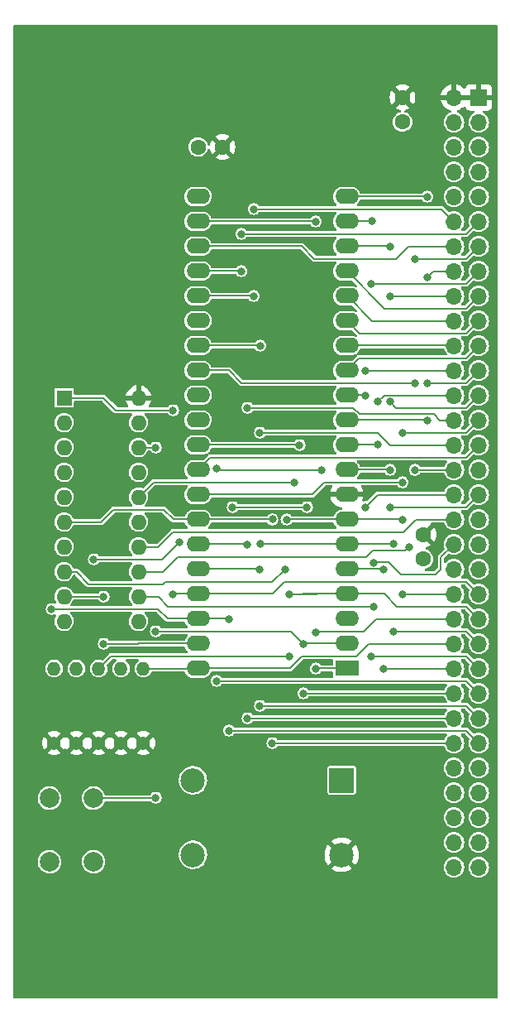
<source format=gtl>
G04 #@! TF.GenerationSoftware,KiCad,Pcbnew,(6.0.1)*
G04 #@! TF.CreationDate,2022-09-09T17:08:23-04:00*
G04 #@! TF.ProjectId,LB-65C816-01,4c422d36-3543-4383-9136-2d30312e6b69,1*
G04 #@! TF.SameCoordinates,Original*
G04 #@! TF.FileFunction,Copper,L1,Top*
G04 #@! TF.FilePolarity,Positive*
%FSLAX46Y46*%
G04 Gerber Fmt 4.6, Leading zero omitted, Abs format (unit mm)*
G04 Created by KiCad (PCBNEW (6.0.1)) date 2022-09-09 17:08:23*
%MOMM*%
%LPD*%
G01*
G04 APERTURE LIST*
G04 #@! TA.AperFunction,ComponentPad*
%ADD10C,2.000000*%
G04 #@! TD*
G04 #@! TA.AperFunction,ComponentPad*
%ADD11O,1.400000X1.400000*%
G04 #@! TD*
G04 #@! TA.AperFunction,ComponentPad*
%ADD12C,1.400000*%
G04 #@! TD*
G04 #@! TA.AperFunction,ComponentPad*
%ADD13R,2.500000X2.500000*%
G04 #@! TD*
G04 #@! TA.AperFunction,ComponentPad*
%ADD14C,2.500000*%
G04 #@! TD*
G04 #@! TA.AperFunction,ComponentPad*
%ADD15R,1.600000X1.600000*%
G04 #@! TD*
G04 #@! TA.AperFunction,ComponentPad*
%ADD16O,1.600000X1.600000*%
G04 #@! TD*
G04 #@! TA.AperFunction,ComponentPad*
%ADD17R,2.400000X1.600000*%
G04 #@! TD*
G04 #@! TA.AperFunction,ComponentPad*
%ADD18O,2.400000X1.600000*%
G04 #@! TD*
G04 #@! TA.AperFunction,ComponentPad*
%ADD19R,1.700000X1.700000*%
G04 #@! TD*
G04 #@! TA.AperFunction,ComponentPad*
%ADD20O,1.700000X1.700000*%
G04 #@! TD*
G04 #@! TA.AperFunction,ComponentPad*
%ADD21C,1.600000*%
G04 #@! TD*
G04 #@! TA.AperFunction,ViaPad*
%ADD22C,0.800000*%
G04 #@! TD*
G04 #@! TA.AperFunction,Conductor*
%ADD23C,0.203200*%
G04 #@! TD*
G04 APERTURE END LIST*
D10*
X135926000Y-132790000D03*
X135926000Y-126290000D03*
X140426000Y-132790000D03*
X140426000Y-126290000D03*
D11*
X136398000Y-113030000D03*
D12*
X136398000Y-120650000D03*
X143256000Y-120650000D03*
D11*
X143256000Y-113030000D03*
D12*
X145542000Y-120650000D03*
D11*
X145542000Y-113030000D03*
D12*
X138684000Y-120650000D03*
D11*
X138684000Y-113030000D03*
D12*
X140970000Y-120650000D03*
D11*
X140970000Y-113030000D03*
D13*
X165862000Y-124460000D03*
D14*
X150622000Y-124460000D03*
X150622000Y-132080000D03*
X165862000Y-132080000D03*
D15*
X137424000Y-85349000D03*
D16*
X137424000Y-87889000D03*
X137424000Y-90429000D03*
X137424000Y-92969000D03*
X137424000Y-95509000D03*
X137424000Y-98049000D03*
X137424000Y-100589000D03*
X137424000Y-103129000D03*
X137424000Y-105669000D03*
X137424000Y-108209000D03*
X145044000Y-108209000D03*
X145044000Y-105669000D03*
X145044000Y-103129000D03*
X145044000Y-100589000D03*
X145044000Y-98049000D03*
X145044000Y-95509000D03*
X145044000Y-92969000D03*
X145044000Y-90429000D03*
X145044000Y-87889000D03*
X145044000Y-85349000D03*
D17*
X166375000Y-113025000D03*
D18*
X166375000Y-110485000D03*
X166375000Y-107945000D03*
X166375000Y-105405000D03*
X166375000Y-102865000D03*
X166375000Y-100325000D03*
X166375000Y-97785000D03*
X166375000Y-95245000D03*
X166375000Y-92705000D03*
X166375000Y-90165000D03*
X166375000Y-87625000D03*
X166375000Y-85085000D03*
X166375000Y-82545000D03*
X166375000Y-80005000D03*
X166375000Y-77465000D03*
X166375000Y-74925000D03*
X166375000Y-72385000D03*
X166375000Y-69845000D03*
X166375000Y-67305000D03*
X166375000Y-64765000D03*
X151135000Y-64765000D03*
X151135000Y-67305000D03*
X151135000Y-69845000D03*
X151135000Y-72385000D03*
X151135000Y-74925000D03*
X151135000Y-77465000D03*
X151135000Y-80005000D03*
X151135000Y-82545000D03*
X151135000Y-85085000D03*
X151135000Y-87625000D03*
X151135000Y-90165000D03*
X151135000Y-92705000D03*
X151135000Y-95245000D03*
X151135000Y-97785000D03*
X151135000Y-100325000D03*
X151135000Y-102865000D03*
X151135000Y-105405000D03*
X151135000Y-107945000D03*
X151135000Y-110485000D03*
X151135000Y-113025000D03*
D19*
X179890000Y-54615000D03*
D20*
X177350000Y-54615000D03*
X179890000Y-57155000D03*
X177350000Y-57155000D03*
X179890000Y-59695000D03*
X177350000Y-59695000D03*
X179890000Y-62235000D03*
X177350000Y-62235000D03*
X179890000Y-64775000D03*
X177350000Y-64775000D03*
X179890000Y-67315000D03*
X177350000Y-67315000D03*
X179890000Y-69855000D03*
X177350000Y-69855000D03*
X179890000Y-72395000D03*
X177350000Y-72395000D03*
X179890000Y-74935000D03*
X177350000Y-74935000D03*
X179890000Y-77475000D03*
X177350000Y-77475000D03*
X179890000Y-80015000D03*
X177350000Y-80015000D03*
X179890000Y-82555000D03*
X177350000Y-82555000D03*
X179890000Y-85095000D03*
X177350000Y-85095000D03*
X179890000Y-87635000D03*
X177350000Y-87635000D03*
X179890000Y-90175000D03*
X177350000Y-90175000D03*
X179890000Y-92715000D03*
X177350000Y-92715000D03*
X179890000Y-95255000D03*
X177350000Y-95255000D03*
X179890000Y-97795000D03*
X177350000Y-97795000D03*
X179890000Y-100335000D03*
X177350000Y-100335000D03*
X179890000Y-102875000D03*
X177350000Y-102875000D03*
X179890000Y-105415000D03*
X177350000Y-105415000D03*
X179890000Y-107955000D03*
X177350000Y-107955000D03*
X179890000Y-110495000D03*
X177350000Y-110495000D03*
X179890000Y-113035000D03*
X177350000Y-113035000D03*
X179890000Y-115575000D03*
X177350000Y-115575000D03*
X179890000Y-118115000D03*
X177350000Y-118115000D03*
X179890000Y-120655000D03*
X177350000Y-120655000D03*
X179890000Y-123195000D03*
X177350000Y-123195000D03*
X179890000Y-125735000D03*
X177350000Y-125735000D03*
X179890000Y-128275000D03*
X177350000Y-128275000D03*
X179890000Y-130815000D03*
X177350000Y-130815000D03*
X179890000Y-133355000D03*
X177350000Y-133355000D03*
D21*
X151150000Y-59690000D03*
X153650000Y-59690000D03*
X172085000Y-57130000D03*
X172085000Y-54630000D03*
X174244000Y-101834000D03*
X174244000Y-99334000D03*
D22*
X158750000Y-120650000D03*
X158755000Y-97785000D03*
X169164000Y-106680000D03*
X156210000Y-86360000D03*
X141478000Y-110490000D03*
X141473000Y-105669000D03*
X160528000Y-105410000D03*
X146812000Y-126238000D03*
X140462000Y-101854000D03*
X136144000Y-106934000D03*
X149243500Y-100076000D03*
X157485000Y-100325000D03*
X160528000Y-111760000D03*
X148590000Y-86614000D03*
X148590000Y-105410000D03*
X146812000Y-109220000D03*
X146812000Y-90424000D03*
X161036000Y-93980000D03*
X163195000Y-109347000D03*
X172757000Y-100584000D03*
X160209903Y-97790000D03*
X160038500Y-102870000D03*
X169164000Y-102211500D03*
X174625000Y-64770000D03*
X174625000Y-73006500D03*
X173355000Y-71120000D03*
X163195000Y-67310000D03*
X155575000Y-72390000D03*
X155575000Y-68580000D03*
X156845000Y-74930000D03*
X156845000Y-66040000D03*
X168275000Y-96520000D03*
X162306000Y-96520000D03*
X154686000Y-96520000D03*
X170815000Y-96520000D03*
X153016500Y-92601500D03*
X163830000Y-92710000D03*
X173350000Y-92715000D03*
X173355000Y-83820000D03*
X157498500Y-80010000D03*
X157480000Y-88900000D03*
X170815000Y-85748500D03*
X170815000Y-92710000D03*
X169550000Y-90165000D03*
X169582000Y-85725000D03*
X161544000Y-90170000D03*
X174625000Y-83820000D03*
X174625000Y-87667011D03*
X168275000Y-82550000D03*
X168275000Y-85090000D03*
X172085000Y-93980000D03*
X172085000Y-88900000D03*
X170852000Y-74930000D03*
X170815000Y-69850000D03*
X168910000Y-73660000D03*
X168915000Y-67305000D03*
X157480000Y-116840000D03*
X157480000Y-102870000D03*
X172103500Y-105410000D03*
X172085000Y-97790000D03*
X163195000Y-113030000D03*
X171196000Y-100325000D03*
X171196000Y-109220000D03*
X168910000Y-111760000D03*
X153035000Y-114300000D03*
X161925000Y-115570000D03*
X161925000Y-110490000D03*
X156210000Y-100330000D03*
X156210000Y-118110000D03*
X170180000Y-113030000D03*
X170180000Y-102870000D03*
X154305000Y-119380000D03*
X154305000Y-107950000D03*
D23*
X160528000Y-120650000D02*
X160533000Y-120655000D01*
X177350000Y-120655000D02*
X160533000Y-120655000D01*
X158750000Y-120650000D02*
X160528000Y-120650000D01*
X148082000Y-106680000D02*
X169164000Y-106680000D01*
X156210000Y-86360000D02*
X167005000Y-86360000D01*
X151135000Y-69845000D02*
X161793000Y-69845000D01*
X171450000Y-71120000D02*
X163068000Y-71120000D01*
X161793000Y-69845000D02*
X163068000Y-71120000D01*
X141473000Y-85349000D02*
X141478000Y-85344000D01*
X137424000Y-85349000D02*
X141473000Y-85349000D01*
X141478000Y-110490000D02*
X145024000Y-110490000D01*
X145024000Y-110490000D02*
X145029000Y-110485000D01*
X151135000Y-110485000D02*
X145029000Y-110485000D01*
X148600784Y-97785000D02*
X151135000Y-97785000D01*
X147589784Y-96774000D02*
X148600784Y-97785000D01*
X142494000Y-96774000D02*
X147589784Y-96774000D01*
X141219000Y-98049000D02*
X142494000Y-96774000D01*
X137424000Y-98049000D02*
X141219000Y-98049000D01*
X147071000Y-105669000D02*
X148082000Y-106680000D01*
X145044000Y-105669000D02*
X147071000Y-105669000D01*
X163322000Y-105410000D02*
X163327000Y-105405000D01*
X163327000Y-105405000D02*
X161803000Y-105405000D01*
X166375000Y-105405000D02*
X163327000Y-105405000D01*
X160528000Y-105410000D02*
X163322000Y-105410000D01*
X161803000Y-105405000D02*
X161798000Y-105410000D01*
X146760000Y-126290000D02*
X140426000Y-126290000D01*
X146812000Y-126238000D02*
X146760000Y-126290000D01*
X147465500Y-101854000D02*
X140462000Y-101854000D01*
X147519750Y-101799750D02*
X149243500Y-100076000D01*
X147465500Y-101854000D02*
X147519750Y-101799750D01*
X148077000Y-107945000D02*
X147066000Y-106934000D01*
X147066000Y-106934000D02*
X136144000Y-106934000D01*
X151135000Y-107945000D02*
X148077000Y-107945000D01*
X137424000Y-105669000D02*
X141473000Y-105669000D01*
X147569000Y-103129000D02*
X149098000Y-101600000D01*
X145044000Y-103129000D02*
X147569000Y-103129000D01*
X168402000Y-101600000D02*
X149098000Y-101600000D01*
X166375000Y-100325000D02*
X157485000Y-100325000D01*
X160274000Y-111760000D02*
X160528000Y-111760000D01*
X142240000Y-111760000D02*
X160274000Y-111760000D01*
X140970000Y-113030000D02*
X142240000Y-111760000D01*
X160533000Y-113025000D02*
X161798000Y-111760000D01*
X151135000Y-113025000D02*
X160533000Y-113025000D01*
X167386000Y-111760000D02*
X161798000Y-111760000D01*
X145542000Y-113030000D02*
X151130000Y-113030000D01*
X142748000Y-86614000D02*
X148590000Y-86614000D01*
X148595000Y-105405000D02*
X148590000Y-105410000D01*
X142748000Y-86614000D02*
X141478000Y-85344000D01*
X151135000Y-105405000D02*
X148595000Y-105405000D01*
X146812000Y-109220000D02*
X160655000Y-109220000D01*
X160655000Y-109220000D02*
X161925000Y-110490000D01*
X146807000Y-90429000D02*
X146812000Y-90424000D01*
X145044000Y-90429000D02*
X146807000Y-90429000D01*
X148590000Y-99060000D02*
X172212000Y-99060000D01*
X145044000Y-100589000D02*
X147061000Y-100589000D01*
X147061000Y-100589000D02*
X148590000Y-99060000D01*
X146573000Y-93980000D02*
X161036000Y-93980000D01*
X145044000Y-95509000D02*
X146573000Y-93980000D01*
X162819000Y-95245000D02*
X164084000Y-93980000D01*
X151135000Y-95245000D02*
X162819000Y-95245000D01*
X164084000Y-93980000D02*
X172085000Y-93980000D01*
X173487000Y-97795000D02*
X177350000Y-97795000D01*
X172212000Y-99060000D02*
X173482000Y-97790000D01*
X173482000Y-97790000D02*
X173487000Y-97795000D01*
X163322000Y-109220000D02*
X163195000Y-109347000D01*
X168148000Y-109220000D02*
X163322000Y-109220000D01*
X168148000Y-109220000D02*
X169413000Y-107955000D01*
X169413000Y-107955000D02*
X177350000Y-107955000D01*
X169540000Y-95255000D02*
X168275000Y-96520000D01*
X177350000Y-95255000D02*
X169540000Y-95255000D01*
X169023489Y-100978511D02*
X168402000Y-101600000D01*
X172325489Y-100978511D02*
X169023489Y-100978511D01*
X172757000Y-100584000D02*
X172720000Y-100584000D01*
X172720000Y-100584000D02*
X172325489Y-100978511D01*
X138689000Y-103129000D02*
X137424000Y-103129000D01*
X139954000Y-104394000D02*
X138689000Y-103129000D01*
X147574000Y-104394000D02*
X139954000Y-104394000D01*
X147785489Y-104182511D02*
X147574000Y-104394000D01*
X158725989Y-104182511D02*
X147785489Y-104182511D01*
X160038500Y-102870000D02*
X158725989Y-104182511D01*
X160214903Y-97785000D02*
X160209903Y-97790000D01*
X166375000Y-97785000D02*
X160214903Y-97785000D01*
X176022000Y-101663000D02*
X177350000Y-100335000D01*
X176022000Y-102870000D02*
X176022000Y-101663000D01*
X175514000Y-103378000D02*
X176022000Y-102870000D01*
X170688000Y-102108000D02*
X171958000Y-103378000D01*
X169267500Y-102108000D02*
X170688000Y-102108000D01*
X171958000Y-103378000D02*
X175514000Y-103378000D01*
X169164000Y-102211500D02*
X169267500Y-102108000D01*
X177350000Y-72395000D02*
X175236500Y-72395000D01*
X166375000Y-64765000D02*
X174620000Y-64765000D01*
X175236500Y-72395000D02*
X174625000Y-73006500D01*
X174620000Y-64765000D02*
X174625000Y-64770000D01*
X173355000Y-71120000D02*
X178625000Y-71120000D01*
X163195000Y-67310000D02*
X163190000Y-67305000D01*
X179890000Y-69855000D02*
X178625000Y-71120000D01*
X163190000Y-67305000D02*
X151135000Y-67305000D01*
X172715000Y-69855000D02*
X171450000Y-71120000D01*
X177350000Y-69855000D02*
X172715000Y-69855000D01*
X155570000Y-72385000D02*
X155575000Y-72390000D01*
X178625000Y-68580000D02*
X155575000Y-68580000D01*
X179890000Y-67315000D02*
X178625000Y-68580000D01*
X151135000Y-72385000D02*
X155570000Y-72385000D01*
X156845000Y-74930000D02*
X156840000Y-74925000D01*
X156845000Y-66040000D02*
X176075000Y-66040000D01*
X156840000Y-74925000D02*
X151135000Y-74925000D01*
X176075000Y-66040000D02*
X177350000Y-67315000D01*
X162306000Y-96520000D02*
X154686000Y-96520000D01*
X179890000Y-95255000D02*
X178625000Y-96520000D01*
X153125000Y-92710000D02*
X153016500Y-92601500D01*
X178625000Y-96520000D02*
X170815000Y-96520000D01*
X153125000Y-92710000D02*
X163830000Y-92710000D01*
X151135000Y-82545000D02*
X154300000Y-82545000D01*
X154300000Y-82545000D02*
X155575000Y-83820000D01*
X173355000Y-83820000D02*
X155575000Y-83820000D01*
X177350000Y-92715000D02*
X173350000Y-92715000D01*
X157480000Y-88900000D02*
X169545000Y-88900000D01*
X151135000Y-80005000D02*
X157493500Y-80005000D01*
X177350000Y-90175000D02*
X170820000Y-90175000D01*
X157493500Y-80005000D02*
X157498500Y-80010000D01*
X170820000Y-90175000D02*
X169545000Y-88900000D01*
X178625000Y-86360000D02*
X171426500Y-86360000D01*
X171426500Y-86360000D02*
X170815000Y-85748500D01*
X166375000Y-92705000D02*
X170810000Y-92705000D01*
X170810000Y-92705000D02*
X170815000Y-92710000D01*
X179890000Y-85095000D02*
X178625000Y-86360000D01*
X169582000Y-85698000D02*
X170185000Y-85095000D01*
X170185000Y-85095000D02*
X177350000Y-85095000D01*
X166375000Y-90165000D02*
X169550000Y-90165000D01*
X169582000Y-85725000D02*
X169582000Y-85698000D01*
X151135000Y-90165000D02*
X161539000Y-90165000D01*
X161539000Y-90165000D02*
X161544000Y-90170000D01*
X166375000Y-87625000D02*
X174582989Y-87625000D01*
X178625000Y-83820000D02*
X179890000Y-82555000D01*
X174625000Y-83820000D02*
X178625000Y-83820000D01*
X174625000Y-87667011D02*
X174582989Y-87625000D01*
X175268511Y-87013511D02*
X175890000Y-87635000D01*
X167658511Y-87013511D02*
X175268511Y-87013511D01*
X167005000Y-86360000D02*
X167658511Y-87013511D01*
X175890000Y-87635000D02*
X177350000Y-87635000D01*
X168280000Y-82555000D02*
X177350000Y-82555000D01*
X166375000Y-85085000D02*
X168270000Y-85085000D01*
X168275000Y-82550000D02*
X168280000Y-82555000D01*
X168270000Y-85085000D02*
X168275000Y-85090000D01*
X172085000Y-88900000D02*
X178625000Y-88900000D01*
X179890000Y-87635000D02*
X178625000Y-88900000D01*
X179890000Y-80015000D02*
X178625000Y-81280000D01*
X167640000Y-81280000D02*
X166375000Y-82545000D01*
X178625000Y-81280000D02*
X167640000Y-81280000D01*
X178625000Y-91440000D02*
X152400000Y-91440000D01*
X179890000Y-90175000D02*
X178625000Y-91440000D01*
X152400000Y-91440000D02*
X151135000Y-92705000D01*
X166375000Y-80005000D02*
X177340000Y-80005000D01*
X167650000Y-78740000D02*
X178625000Y-78740000D01*
X166375000Y-77465000D02*
X167650000Y-78740000D01*
X178625000Y-78740000D02*
X179890000Y-77475000D01*
X168925000Y-77475000D02*
X177350000Y-77475000D01*
X166375000Y-74925000D02*
X168925000Y-77475000D01*
X178625000Y-76200000D02*
X170190000Y-76200000D01*
X179890000Y-74935000D02*
X178625000Y-76200000D01*
X170190000Y-76200000D02*
X166375000Y-72385000D01*
X166375000Y-69845000D02*
X170810000Y-69845000D01*
X170857000Y-74935000D02*
X177350000Y-74935000D01*
X170852000Y-74930000D02*
X170857000Y-74935000D01*
X170810000Y-69845000D02*
X170815000Y-69850000D01*
X179890000Y-72395000D02*
X178625000Y-73660000D01*
X166375000Y-67305000D02*
X168915000Y-67305000D01*
X178625000Y-73660000D02*
X168910000Y-73660000D01*
X158755000Y-105405000D02*
X160020000Y-104140000D01*
X151135000Y-105405000D02*
X158755000Y-105405000D01*
X160020000Y-104140000D02*
X178615000Y-104140000D01*
X178615000Y-104140000D02*
X179890000Y-105415000D01*
X178615000Y-116840000D02*
X157480000Y-116840000D01*
X179890000Y-118115000D02*
X178615000Y-116840000D01*
X151135000Y-102865000D02*
X157475000Y-102865000D01*
X157475000Y-102865000D02*
X157480000Y-102870000D01*
X168651000Y-110495000D02*
X167386000Y-111760000D01*
X177350000Y-110495000D02*
X168651000Y-110495000D01*
X177350000Y-105415000D02*
X172090000Y-105415000D01*
X172085000Y-97790000D02*
X172080000Y-97785000D01*
X172080000Y-97785000D02*
X166375000Y-97785000D01*
X172095000Y-105410000D02*
X172103500Y-105410000D01*
X172090000Y-105415000D02*
X172095000Y-105410000D01*
X166375000Y-105405000D02*
X170185000Y-105405000D01*
X178615000Y-106680000D02*
X171460000Y-106680000D01*
X179890000Y-107955000D02*
X178615000Y-106680000D01*
X171460000Y-106680000D02*
X170185000Y-105405000D01*
X166375000Y-113025000D02*
X163200000Y-113025000D01*
X163200000Y-113025000D02*
X163195000Y-113030000D01*
X179890000Y-110495000D02*
X178615000Y-109220000D01*
X166375000Y-100325000D02*
X171196000Y-100325000D01*
X178615000Y-109220000D02*
X171196000Y-109220000D01*
X168910000Y-111760000D02*
X178615000Y-111760000D01*
X179890000Y-113035000D02*
X178615000Y-111760000D01*
X178615000Y-114300000D02*
X153035000Y-114300000D01*
X179890000Y-115575000D02*
X178615000Y-114300000D01*
X161925000Y-110490000D02*
X161930000Y-110485000D01*
X161930000Y-110485000D02*
X166375000Y-110485000D01*
X177350000Y-115575000D02*
X161930000Y-115575000D01*
X161930000Y-115575000D02*
X161925000Y-115570000D01*
X151135000Y-100325000D02*
X156205000Y-100325000D01*
X156205000Y-100325000D02*
X156210000Y-100330000D01*
X156215000Y-118115000D02*
X156210000Y-118110000D01*
X177350000Y-118115000D02*
X156215000Y-118115000D01*
X151135000Y-97785000D02*
X158755000Y-97785000D01*
X170175000Y-102865000D02*
X166375000Y-102865000D01*
X170180000Y-113030000D02*
X170185000Y-113035000D01*
X170180000Y-102870000D02*
X170175000Y-102865000D01*
X170185000Y-113035000D02*
X177350000Y-113035000D01*
X179890000Y-120655000D02*
X178615000Y-119380000D01*
X154300000Y-107945000D02*
X151135000Y-107945000D01*
X154305000Y-107950000D02*
X154300000Y-107945000D01*
X154305000Y-119380000D02*
X178615000Y-119380000D01*
G04 #@! TA.AperFunction,Conductor*
G36*
X181738921Y-47223202D02*
G01*
X181785414Y-47276858D01*
X181796800Y-47329200D01*
X181796800Y-146670800D01*
X181776798Y-146738921D01*
X181723142Y-146785414D01*
X181670800Y-146796800D01*
X132329200Y-146796800D01*
X132261079Y-146776798D01*
X132214586Y-146723142D01*
X132203200Y-146670800D01*
X132203200Y-132758356D01*
X134717557Y-132758356D01*
X134732026Y-132979107D01*
X134786481Y-133193525D01*
X134879099Y-133394428D01*
X134882432Y-133399144D01*
X134981975Y-133539994D01*
X135006778Y-133575090D01*
X135165242Y-133729458D01*
X135170046Y-133732668D01*
X135193103Y-133748074D01*
X135349183Y-133852364D01*
X135354486Y-133854642D01*
X135354489Y-133854644D01*
X135547136Y-133937411D01*
X135552443Y-133939691D01*
X135642049Y-133959967D01*
X135762576Y-133987240D01*
X135762579Y-133987240D01*
X135768212Y-133988515D01*
X135773983Y-133988742D01*
X135773985Y-133988742D01*
X135842461Y-133991432D01*
X135989267Y-133997200D01*
X136098734Y-133981328D01*
X136202488Y-133966285D01*
X136202493Y-133966284D01*
X136208202Y-133965456D01*
X136213666Y-133963601D01*
X136213671Y-133963600D01*
X136412218Y-133896202D01*
X136417686Y-133894346D01*
X136610704Y-133786251D01*
X136675131Y-133732668D01*
X136776353Y-133648482D01*
X136780791Y-133644791D01*
X136910251Y-133489133D01*
X136918560Y-133479142D01*
X136922251Y-133474704D01*
X137030346Y-133281686D01*
X137058492Y-133198771D01*
X137099600Y-133077671D01*
X137099601Y-133077666D01*
X137101456Y-133072202D01*
X137102284Y-133066493D01*
X137102285Y-133066488D01*
X137132667Y-132856941D01*
X137133200Y-132853267D01*
X137134857Y-132790000D01*
X137131949Y-132758356D01*
X139217557Y-132758356D01*
X139232026Y-132979107D01*
X139286481Y-133193525D01*
X139379099Y-133394428D01*
X139382432Y-133399144D01*
X139481975Y-133539994D01*
X139506778Y-133575090D01*
X139665242Y-133729458D01*
X139670046Y-133732668D01*
X139693103Y-133748074D01*
X139849183Y-133852364D01*
X139854486Y-133854642D01*
X139854489Y-133854644D01*
X140047136Y-133937411D01*
X140052443Y-133939691D01*
X140142049Y-133959967D01*
X140262576Y-133987240D01*
X140262579Y-133987240D01*
X140268212Y-133988515D01*
X140273983Y-133988742D01*
X140273985Y-133988742D01*
X140342461Y-133991432D01*
X140489267Y-133997200D01*
X140598734Y-133981328D01*
X140702488Y-133966285D01*
X140702493Y-133966284D01*
X140708202Y-133965456D01*
X140713666Y-133963601D01*
X140713671Y-133963600D01*
X140912218Y-133896202D01*
X140917686Y-133894346D01*
X141110704Y-133786251D01*
X141175131Y-133732668D01*
X141276353Y-133648482D01*
X141280791Y-133644791D01*
X141410251Y-133489133D01*
X141418560Y-133479142D01*
X141422251Y-133474704D01*
X141530346Y-133281686D01*
X141558492Y-133198771D01*
X141599600Y-133077671D01*
X141599601Y-133077666D01*
X141601456Y-133072202D01*
X141602284Y-133066493D01*
X141602285Y-133066488D01*
X141632667Y-132856941D01*
X141633200Y-132853267D01*
X141634857Y-132790000D01*
X141614615Y-132569703D01*
X141576900Y-132435976D01*
X141556133Y-132362343D01*
X141556132Y-132362341D01*
X141554565Y-132356784D01*
X141542791Y-132332907D01*
X141459275Y-132163555D01*
X141456720Y-132158374D01*
X141371583Y-132044361D01*
X149163753Y-132044361D01*
X149164050Y-132049513D01*
X149164050Y-132049517D01*
X149169917Y-132151256D01*
X149177514Y-132283009D01*
X149178651Y-132288055D01*
X149178652Y-132288061D01*
X149201232Y-132388256D01*
X149230067Y-132516205D01*
X149232009Y-132520987D01*
X149232010Y-132520991D01*
X149299509Y-132687222D01*
X149320001Y-132737687D01*
X149444902Y-132941506D01*
X149601414Y-133122188D01*
X149605389Y-133125488D01*
X149605393Y-133125492D01*
X149641513Y-133155479D01*
X149785334Y-133274882D01*
X149789786Y-133277484D01*
X149789791Y-133277487D01*
X149980936Y-133389183D01*
X149991724Y-133395487D01*
X150215041Y-133480763D01*
X150220109Y-133481794D01*
X150220112Y-133481795D01*
X150312803Y-133500653D01*
X150449286Y-133528421D01*
X150454459Y-133528611D01*
X150454462Y-133528611D01*
X150683006Y-133536991D01*
X150683010Y-133536991D01*
X150688170Y-133537180D01*
X150693290Y-133536524D01*
X150693292Y-133536524D01*
X150766840Y-133527102D01*
X150925277Y-133506806D01*
X150930228Y-133505321D01*
X150930231Y-133505320D01*
X150984185Y-133489133D01*
X164817612Y-133489133D01*
X164826325Y-133500653D01*
X164924018Y-133572284D01*
X164931928Y-133577227D01*
X165154890Y-133694533D01*
X165163453Y-133698256D01*
X165401304Y-133781318D01*
X165410313Y-133783732D01*
X165657842Y-133830727D01*
X165667098Y-133831781D01*
X165918857Y-133841673D01*
X165928171Y-133841347D01*
X166178615Y-133813920D01*
X166187792Y-133812219D01*
X166431431Y-133748074D01*
X166440251Y-133745037D01*
X166671736Y-133645583D01*
X166680008Y-133641276D01*
X166894249Y-133508700D01*
X166901188Y-133503658D01*
X166909518Y-133491019D01*
X166903456Y-133480666D01*
X166763007Y-133340217D01*
X176291305Y-133340217D01*
X176291821Y-133346361D01*
X176308080Y-133539994D01*
X176308081Y-133539999D01*
X176308596Y-133546133D01*
X176319298Y-133583455D01*
X176362085Y-133732668D01*
X176365555Y-133744770D01*
X176460010Y-133928560D01*
X176463835Y-133933386D01*
X176463837Y-133933389D01*
X176513756Y-133996371D01*
X176588364Y-134090503D01*
X176745730Y-134224431D01*
X176926111Y-134325243D01*
X177122639Y-134389099D01*
X177327826Y-134413566D01*
X177333961Y-134413094D01*
X177333963Y-134413094D01*
X177527715Y-134398185D01*
X177527718Y-134398184D01*
X177533858Y-134397712D01*
X177732887Y-134342143D01*
X177917332Y-134248973D01*
X177944899Y-134227436D01*
X178075307Y-134125550D01*
X178075308Y-134125549D01*
X178080168Y-134121752D01*
X178215191Y-133965325D01*
X178231049Y-133937411D01*
X178279362Y-133852364D01*
X178317260Y-133785652D01*
X178382486Y-133589575D01*
X178408385Y-133384563D01*
X178408798Y-133355000D01*
X178407348Y-133340217D01*
X178831305Y-133340217D01*
X178831821Y-133346361D01*
X178848080Y-133539994D01*
X178848081Y-133539999D01*
X178848596Y-133546133D01*
X178859298Y-133583455D01*
X178902085Y-133732668D01*
X178905555Y-133744770D01*
X179000010Y-133928560D01*
X179003835Y-133933386D01*
X179003837Y-133933389D01*
X179053756Y-133996371D01*
X179128364Y-134090503D01*
X179285730Y-134224431D01*
X179466111Y-134325243D01*
X179662639Y-134389099D01*
X179867826Y-134413566D01*
X179873961Y-134413094D01*
X179873963Y-134413094D01*
X180067715Y-134398185D01*
X180067718Y-134398184D01*
X180073858Y-134397712D01*
X180272887Y-134342143D01*
X180457332Y-134248973D01*
X180484899Y-134227436D01*
X180615307Y-134125550D01*
X180615308Y-134125549D01*
X180620168Y-134121752D01*
X180755191Y-133965325D01*
X180771049Y-133937411D01*
X180819362Y-133852364D01*
X180857260Y-133785652D01*
X180922486Y-133589575D01*
X180948385Y-133384563D01*
X180948798Y-133355000D01*
X180928633Y-133149345D01*
X180922027Y-133127463D01*
X180870688Y-132957422D01*
X180868907Y-132951523D01*
X180771895Y-132769070D01*
X180768005Y-132764300D01*
X180768002Y-132764296D01*
X180645187Y-132613710D01*
X180645184Y-132613707D01*
X180641292Y-132608935D01*
X180636543Y-132605006D01*
X180486822Y-132481146D01*
X180486819Y-132481144D01*
X180482072Y-132477217D01*
X180300301Y-132378933D01*
X180151614Y-132332907D01*
X180108788Y-132319650D01*
X180108785Y-132319649D01*
X180102901Y-132317828D01*
X180096776Y-132317184D01*
X180096775Y-132317184D01*
X179903520Y-132296872D01*
X179903519Y-132296872D01*
X179897392Y-132296228D01*
X179770582Y-132307768D01*
X179697742Y-132314397D01*
X179697741Y-132314397D01*
X179691601Y-132314956D01*
X179493367Y-132373300D01*
X179310241Y-132469036D01*
X179149198Y-132598518D01*
X179145239Y-132603236D01*
X179145238Y-132603237D01*
X179028725Y-132742091D01*
X179016371Y-132756814D01*
X179013408Y-132762203D01*
X179013405Y-132762208D01*
X178928343Y-132916936D01*
X178916821Y-132937895D01*
X178854339Y-133134864D01*
X178853653Y-133140981D01*
X178853652Y-133140985D01*
X178832120Y-133332949D01*
X178831305Y-133340217D01*
X178407348Y-133340217D01*
X178388633Y-133149345D01*
X178382027Y-133127463D01*
X178330688Y-132957422D01*
X178328907Y-132951523D01*
X178231895Y-132769070D01*
X178228005Y-132764300D01*
X178228002Y-132764296D01*
X178105187Y-132613710D01*
X178105184Y-132613707D01*
X178101292Y-132608935D01*
X178096543Y-132605006D01*
X177946822Y-132481146D01*
X177946819Y-132481144D01*
X177942072Y-132477217D01*
X177760301Y-132378933D01*
X177611614Y-132332907D01*
X177568788Y-132319650D01*
X177568785Y-132319649D01*
X177562901Y-132317828D01*
X177556776Y-132317184D01*
X177556775Y-132317184D01*
X177363520Y-132296872D01*
X177363519Y-132296872D01*
X177357392Y-132296228D01*
X177230582Y-132307768D01*
X177157742Y-132314397D01*
X177157741Y-132314397D01*
X177151601Y-132314956D01*
X176953367Y-132373300D01*
X176770241Y-132469036D01*
X176609198Y-132598518D01*
X176605239Y-132603236D01*
X176605238Y-132603237D01*
X176488725Y-132742091D01*
X176476371Y-132756814D01*
X176473408Y-132762203D01*
X176473405Y-132762208D01*
X176388343Y-132916936D01*
X176376821Y-132937895D01*
X176314339Y-133134864D01*
X176313653Y-133140981D01*
X176313652Y-133140985D01*
X176292120Y-133332949D01*
X176291305Y-133340217D01*
X166763007Y-133340217D01*
X165874812Y-132452022D01*
X165860868Y-132444408D01*
X165859035Y-132444539D01*
X165852420Y-132448790D01*
X164824270Y-133476940D01*
X164817612Y-133489133D01*
X150984185Y-133489133D01*
X151149296Y-133439597D01*
X151154239Y-133438114D01*
X151241252Y-133395487D01*
X151364273Y-133335220D01*
X151364276Y-133335218D01*
X151368908Y-133332949D01*
X151563518Y-133194136D01*
X151732842Y-133025401D01*
X151804897Y-132925127D01*
X151869317Y-132835478D01*
X151869321Y-132835472D01*
X151872335Y-132831277D01*
X151978248Y-132616977D01*
X152019517Y-132481146D01*
X152046235Y-132393208D01*
X152046236Y-132393202D01*
X152047739Y-132388256D01*
X152078941Y-132151256D01*
X152080682Y-132080000D01*
X152077272Y-132038523D01*
X164099898Y-132038523D01*
X164111987Y-132290175D01*
X164113124Y-132299435D01*
X164162274Y-132546535D01*
X164164768Y-132555528D01*
X164249900Y-132792639D01*
X164253700Y-132801174D01*
X164372946Y-133023101D01*
X164377957Y-133030968D01*
X164441446Y-133115990D01*
X164452704Y-133124439D01*
X164465123Y-133117667D01*
X165489978Y-132092812D01*
X165496356Y-132081132D01*
X166226408Y-132081132D01*
X166226539Y-132082965D01*
X166230790Y-132089580D01*
X167261913Y-133120703D01*
X167274293Y-133127463D01*
X167282634Y-133121219D01*
X167408765Y-132925127D01*
X167413212Y-132916936D01*
X167516691Y-132687222D01*
X167519882Y-132678455D01*
X167588269Y-132435976D01*
X167590129Y-132426834D01*
X167622116Y-132175396D01*
X167622597Y-132169108D01*
X167624847Y-132083160D01*
X167624696Y-132076851D01*
X167605912Y-131824074D01*
X167604536Y-131814868D01*
X167548929Y-131569126D01*
X167546205Y-131560215D01*
X167454888Y-131325392D01*
X167450877Y-131316983D01*
X167325854Y-131098240D01*
X167320643Y-131090514D01*
X167283391Y-131043261D01*
X167271466Y-131034790D01*
X167259934Y-131041276D01*
X166234022Y-132067188D01*
X166226408Y-132081132D01*
X165496356Y-132081132D01*
X165497592Y-132078868D01*
X165497461Y-132077035D01*
X165493210Y-132070420D01*
X164463321Y-131040531D01*
X164450013Y-131033264D01*
X164439974Y-131040386D01*
X164429761Y-131052666D01*
X164424346Y-131060258D01*
X164293646Y-131275646D01*
X164289408Y-131283963D01*
X164191981Y-131516299D01*
X164189020Y-131525149D01*
X164127006Y-131769331D01*
X164125384Y-131778528D01*
X164100143Y-132029198D01*
X164099898Y-132038523D01*
X152077272Y-132038523D01*
X152061095Y-131841759D01*
X152005979Y-131622334D01*
X152004118Y-131614924D01*
X152004117Y-131614920D01*
X152002860Y-131609917D01*
X151907541Y-131390699D01*
X151890393Y-131364191D01*
X151838491Y-131283963D01*
X151777699Y-131189992D01*
X151756137Y-131166295D01*
X151620297Y-131017010D01*
X151620295Y-131017009D01*
X151616819Y-131013188D01*
X151612768Y-131009989D01*
X151612764Y-131009985D01*
X151433276Y-130868234D01*
X151433271Y-130868231D01*
X151429222Y-130865033D01*
X151424706Y-130862540D01*
X151424703Y-130862538D01*
X151224471Y-130752004D01*
X151224467Y-130752002D01*
X151219947Y-130749507D01*
X151215078Y-130747783D01*
X151215074Y-130747781D01*
X150999489Y-130671438D01*
X150999485Y-130671437D01*
X150994614Y-130669712D01*
X150989521Y-130668805D01*
X150989518Y-130668804D01*
X150989512Y-130668803D01*
X164815216Y-130668803D01*
X164819789Y-130678579D01*
X165849188Y-131707978D01*
X165863132Y-131715592D01*
X165864965Y-131715461D01*
X165871580Y-131711210D01*
X166782573Y-130800217D01*
X176291305Y-130800217D01*
X176291821Y-130806361D01*
X176308080Y-130999994D01*
X176308081Y-130999999D01*
X176308596Y-131006133D01*
X176332792Y-131090514D01*
X176362563Y-131194335D01*
X176365555Y-131204770D01*
X176389322Y-131251015D01*
X176423225Y-131316983D01*
X176460010Y-131388560D01*
X176463835Y-131393386D01*
X176463837Y-131393389D01*
X176561254Y-131516299D01*
X176588364Y-131550503D01*
X176593057Y-131554497D01*
X176593058Y-131554498D01*
X176685374Y-131633064D01*
X176745730Y-131684431D01*
X176926111Y-131785243D01*
X177122639Y-131849099D01*
X177327826Y-131873566D01*
X177333961Y-131873094D01*
X177333963Y-131873094D01*
X177527715Y-131858185D01*
X177527718Y-131858184D01*
X177533858Y-131857712D01*
X177732887Y-131802143D01*
X177917332Y-131708973D01*
X177926442Y-131701856D01*
X178075307Y-131585550D01*
X178075308Y-131585549D01*
X178080168Y-131581752D01*
X178215191Y-131425325D01*
X178234862Y-131390699D01*
X178314213Y-131251015D01*
X178317260Y-131245652D01*
X178382486Y-131049575D01*
X178408385Y-130844563D01*
X178408798Y-130815000D01*
X178407348Y-130800217D01*
X178831305Y-130800217D01*
X178831821Y-130806361D01*
X178848080Y-130999994D01*
X178848081Y-130999999D01*
X178848596Y-131006133D01*
X178872792Y-131090514D01*
X178902563Y-131194335D01*
X178905555Y-131204770D01*
X178929322Y-131251015D01*
X178963225Y-131316983D01*
X179000010Y-131388560D01*
X179003835Y-131393386D01*
X179003837Y-131393389D01*
X179101254Y-131516299D01*
X179128364Y-131550503D01*
X179133057Y-131554497D01*
X179133058Y-131554498D01*
X179225374Y-131633064D01*
X179285730Y-131684431D01*
X179466111Y-131785243D01*
X179662639Y-131849099D01*
X179867826Y-131873566D01*
X179873961Y-131873094D01*
X179873963Y-131873094D01*
X180067715Y-131858185D01*
X180067718Y-131858184D01*
X180073858Y-131857712D01*
X180272887Y-131802143D01*
X180457332Y-131708973D01*
X180466442Y-131701856D01*
X180615307Y-131585550D01*
X180615308Y-131585549D01*
X180620168Y-131581752D01*
X180755191Y-131425325D01*
X180774862Y-131390699D01*
X180854213Y-131251015D01*
X180857260Y-131245652D01*
X180922486Y-131049575D01*
X180948385Y-130844563D01*
X180948798Y-130815000D01*
X180928633Y-130609345D01*
X180913416Y-130558942D01*
X180870688Y-130417422D01*
X180868907Y-130411523D01*
X180771895Y-130229070D01*
X180768005Y-130224300D01*
X180768002Y-130224296D01*
X180645187Y-130073710D01*
X180645184Y-130073707D01*
X180641292Y-130068935D01*
X180636543Y-130065006D01*
X180486822Y-129941146D01*
X180486819Y-129941144D01*
X180482072Y-129937217D01*
X180300301Y-129838933D01*
X180201601Y-129808381D01*
X180108788Y-129779650D01*
X180108785Y-129779649D01*
X180102901Y-129777828D01*
X180096776Y-129777184D01*
X180096775Y-129777184D01*
X179903520Y-129756872D01*
X179903519Y-129756872D01*
X179897392Y-129756228D01*
X179770582Y-129767768D01*
X179697742Y-129774397D01*
X179697741Y-129774397D01*
X179691601Y-129774956D01*
X179493367Y-129833300D01*
X179310241Y-129929036D01*
X179149198Y-130058518D01*
X179016371Y-130216814D01*
X179013408Y-130222203D01*
X179013405Y-130222208D01*
X178957154Y-130324529D01*
X178916821Y-130397895D01*
X178854339Y-130594864D01*
X178853653Y-130600981D01*
X178853652Y-130600985D01*
X178838767Y-130733688D01*
X178831305Y-130800217D01*
X178407348Y-130800217D01*
X178388633Y-130609345D01*
X178373416Y-130558942D01*
X178330688Y-130417422D01*
X178328907Y-130411523D01*
X178231895Y-130229070D01*
X178228005Y-130224300D01*
X178228002Y-130224296D01*
X178105187Y-130073710D01*
X178105184Y-130073707D01*
X178101292Y-130068935D01*
X178096543Y-130065006D01*
X177946822Y-129941146D01*
X177946819Y-129941144D01*
X177942072Y-129937217D01*
X177760301Y-129838933D01*
X177661601Y-129808381D01*
X177568788Y-129779650D01*
X177568785Y-129779649D01*
X177562901Y-129777828D01*
X177556776Y-129777184D01*
X177556775Y-129777184D01*
X177363520Y-129756872D01*
X177363519Y-129756872D01*
X177357392Y-129756228D01*
X177230582Y-129767768D01*
X177157742Y-129774397D01*
X177157741Y-129774397D01*
X177151601Y-129774956D01*
X176953367Y-129833300D01*
X176770241Y-129929036D01*
X176609198Y-130058518D01*
X176476371Y-130216814D01*
X176473408Y-130222203D01*
X176473405Y-130222208D01*
X176417154Y-130324529D01*
X176376821Y-130397895D01*
X176314339Y-130594864D01*
X176313653Y-130600981D01*
X176313652Y-130600985D01*
X176298767Y-130733688D01*
X176291305Y-130800217D01*
X166782573Y-130800217D01*
X166900419Y-130682371D01*
X166906803Y-130670681D01*
X166897391Y-130658570D01*
X166760593Y-130563670D01*
X166752565Y-130558942D01*
X166526593Y-130447505D01*
X166517960Y-130444017D01*
X166277998Y-130367205D01*
X166268938Y-130365029D01*
X166020260Y-130324529D01*
X166010973Y-130323717D01*
X165759053Y-130320419D01*
X165749742Y-130320989D01*
X165500097Y-130354964D01*
X165490978Y-130356902D01*
X165249098Y-130427404D01*
X165240367Y-130430667D01*
X165011558Y-130536151D01*
X165003406Y-130540670D01*
X164824353Y-130658062D01*
X164815216Y-130668803D01*
X150989512Y-130668803D01*
X150889505Y-130650989D01*
X150759274Y-130627792D01*
X150669143Y-130626691D01*
X150525417Y-130624934D01*
X150525415Y-130624934D01*
X150520247Y-130624871D01*
X150283954Y-130661029D01*
X150056738Y-130735295D01*
X150052150Y-130737683D01*
X150052146Y-130737685D01*
X149853605Y-130841039D01*
X149844703Y-130845673D01*
X149840570Y-130848776D01*
X149840567Y-130848778D01*
X149657678Y-130986095D01*
X149653543Y-130989200D01*
X149488391Y-131162022D01*
X149485477Y-131166294D01*
X149485476Y-131166295D01*
X149459230Y-131204770D01*
X149353683Y-131359496D01*
X149323126Y-131425325D01*
X149260513Y-131560215D01*
X149253037Y-131576320D01*
X149189155Y-131806670D01*
X149163753Y-132044361D01*
X141371583Y-132044361D01*
X141324356Y-131981117D01*
X141182329Y-131849828D01*
X141166151Y-131834873D01*
X141161906Y-131830949D01*
X141064247Y-131769331D01*
X140979694Y-131715982D01*
X140979689Y-131715980D01*
X140974810Y-131712901D01*
X140769334Y-131630924D01*
X140763674Y-131629798D01*
X140763670Y-131629797D01*
X140558027Y-131588892D01*
X140558024Y-131588892D01*
X140552360Y-131587765D01*
X140546585Y-131587689D01*
X140546581Y-131587689D01*
X140435855Y-131586240D01*
X140331154Y-131584870D01*
X140325457Y-131585849D01*
X140325456Y-131585849D01*
X140118815Y-131621356D01*
X140118812Y-131621357D01*
X140113125Y-131622334D01*
X139905574Y-131698903D01*
X139876867Y-131715982D01*
X139720420Y-131809058D01*
X139720417Y-131809060D01*
X139715452Y-131812014D01*
X139549126Y-131957878D01*
X139545551Y-131962413D01*
X139545550Y-131962414D01*
X139450200Y-132083365D01*
X139412167Y-132131609D01*
X139309162Y-132327390D01*
X139307449Y-132332907D01*
X139249047Y-132520991D01*
X139243559Y-132538664D01*
X139217557Y-132758356D01*
X137131949Y-132758356D01*
X137114615Y-132569703D01*
X137076900Y-132435976D01*
X137056133Y-132362343D01*
X137056132Y-132362341D01*
X137054565Y-132356784D01*
X137042791Y-132332907D01*
X136959275Y-132163555D01*
X136956720Y-132158374D01*
X136824356Y-131981117D01*
X136682329Y-131849828D01*
X136666151Y-131834873D01*
X136661906Y-131830949D01*
X136564247Y-131769331D01*
X136479694Y-131715982D01*
X136479689Y-131715980D01*
X136474810Y-131712901D01*
X136269334Y-131630924D01*
X136263674Y-131629798D01*
X136263670Y-131629797D01*
X136058027Y-131588892D01*
X136058024Y-131588892D01*
X136052360Y-131587765D01*
X136046585Y-131587689D01*
X136046581Y-131587689D01*
X135935855Y-131586240D01*
X135831154Y-131584870D01*
X135825457Y-131585849D01*
X135825456Y-131585849D01*
X135618815Y-131621356D01*
X135618812Y-131621357D01*
X135613125Y-131622334D01*
X135405574Y-131698903D01*
X135376867Y-131715982D01*
X135220420Y-131809058D01*
X135220417Y-131809060D01*
X135215452Y-131812014D01*
X135049126Y-131957878D01*
X135045551Y-131962413D01*
X135045550Y-131962414D01*
X134950200Y-132083365D01*
X134912167Y-132131609D01*
X134809162Y-132327390D01*
X134807449Y-132332907D01*
X134749047Y-132520991D01*
X134743559Y-132538664D01*
X134717557Y-132758356D01*
X132203200Y-132758356D01*
X132203200Y-128260217D01*
X176291305Y-128260217D01*
X176291821Y-128266361D01*
X176308080Y-128459994D01*
X176308081Y-128459999D01*
X176308596Y-128466133D01*
X176365555Y-128664770D01*
X176460010Y-128848560D01*
X176463835Y-128853386D01*
X176463837Y-128853389D01*
X176584535Y-129005672D01*
X176588364Y-129010503D01*
X176745730Y-129144431D01*
X176926111Y-129245243D01*
X177122639Y-129309099D01*
X177327826Y-129333566D01*
X177333961Y-129333094D01*
X177333963Y-129333094D01*
X177527715Y-129318185D01*
X177527718Y-129318184D01*
X177533858Y-129317712D01*
X177732887Y-129262143D01*
X177917332Y-129168973D01*
X177944899Y-129147436D01*
X178075307Y-129045550D01*
X178075308Y-129045549D01*
X178080168Y-129041752D01*
X178215191Y-128885325D01*
X178317260Y-128705652D01*
X178382486Y-128509575D01*
X178408385Y-128304563D01*
X178408798Y-128275000D01*
X178407348Y-128260217D01*
X178831305Y-128260217D01*
X178831821Y-128266361D01*
X178848080Y-128459994D01*
X178848081Y-128459999D01*
X178848596Y-128466133D01*
X178905555Y-128664770D01*
X179000010Y-128848560D01*
X179003835Y-128853386D01*
X179003837Y-128853389D01*
X179124535Y-129005672D01*
X179128364Y-129010503D01*
X179285730Y-129144431D01*
X179466111Y-129245243D01*
X179662639Y-129309099D01*
X179867826Y-129333566D01*
X179873961Y-129333094D01*
X179873963Y-129333094D01*
X180067715Y-129318185D01*
X180067718Y-129318184D01*
X180073858Y-129317712D01*
X180272887Y-129262143D01*
X180457332Y-129168973D01*
X180484899Y-129147436D01*
X180615307Y-129045550D01*
X180615308Y-129045549D01*
X180620168Y-129041752D01*
X180755191Y-128885325D01*
X180857260Y-128705652D01*
X180922486Y-128509575D01*
X180948385Y-128304563D01*
X180948798Y-128275000D01*
X180928633Y-128069345D01*
X180868907Y-127871523D01*
X180771895Y-127689070D01*
X180768005Y-127684300D01*
X180768002Y-127684296D01*
X180645187Y-127533710D01*
X180645184Y-127533707D01*
X180641292Y-127528935D01*
X180636543Y-127525006D01*
X180486822Y-127401146D01*
X180486819Y-127401144D01*
X180482072Y-127397217D01*
X180300301Y-127298933D01*
X180201601Y-127268381D01*
X180108788Y-127239650D01*
X180108785Y-127239649D01*
X180102901Y-127237828D01*
X180096776Y-127237184D01*
X180096775Y-127237184D01*
X179903520Y-127216872D01*
X179903519Y-127216872D01*
X179897392Y-127216228D01*
X179796332Y-127225425D01*
X179697742Y-127234397D01*
X179697741Y-127234397D01*
X179691601Y-127234956D01*
X179493367Y-127293300D01*
X179310241Y-127389036D01*
X179149198Y-127518518D01*
X179016371Y-127676814D01*
X179013408Y-127682203D01*
X179013405Y-127682208D01*
X179009633Y-127689070D01*
X178916821Y-127857895D01*
X178854339Y-128054864D01*
X178853653Y-128060981D01*
X178853652Y-128060985D01*
X178831992Y-128254092D01*
X178831305Y-128260217D01*
X178407348Y-128260217D01*
X178388633Y-128069345D01*
X178328907Y-127871523D01*
X178231895Y-127689070D01*
X178228005Y-127684300D01*
X178228002Y-127684296D01*
X178105187Y-127533710D01*
X178105184Y-127533707D01*
X178101292Y-127528935D01*
X178096543Y-127525006D01*
X177946822Y-127401146D01*
X177946819Y-127401144D01*
X177942072Y-127397217D01*
X177760301Y-127298933D01*
X177661601Y-127268381D01*
X177568788Y-127239650D01*
X177568785Y-127239649D01*
X177562901Y-127237828D01*
X177556776Y-127237184D01*
X177556775Y-127237184D01*
X177363520Y-127216872D01*
X177363519Y-127216872D01*
X177357392Y-127216228D01*
X177256332Y-127225425D01*
X177157742Y-127234397D01*
X177157741Y-127234397D01*
X177151601Y-127234956D01*
X176953367Y-127293300D01*
X176770241Y-127389036D01*
X176609198Y-127518518D01*
X176476371Y-127676814D01*
X176473408Y-127682203D01*
X176473405Y-127682208D01*
X176469633Y-127689070D01*
X176376821Y-127857895D01*
X176314339Y-128054864D01*
X176313653Y-128060981D01*
X176313652Y-128060985D01*
X176291992Y-128254092D01*
X176291305Y-128260217D01*
X132203200Y-128260217D01*
X132203200Y-126258356D01*
X134717557Y-126258356D01*
X134732026Y-126479107D01*
X134786481Y-126693525D01*
X134879099Y-126894428D01*
X135006778Y-127075090D01*
X135165242Y-127229458D01*
X135170046Y-127232668D01*
X135180495Y-127239650D01*
X135349183Y-127352364D01*
X135354486Y-127354642D01*
X135354489Y-127354644D01*
X135547136Y-127437411D01*
X135552443Y-127439691D01*
X135658105Y-127463600D01*
X135762576Y-127487240D01*
X135762579Y-127487240D01*
X135768212Y-127488515D01*
X135773983Y-127488742D01*
X135773985Y-127488742D01*
X135842461Y-127491432D01*
X135989267Y-127497200D01*
X136098735Y-127481328D01*
X136202488Y-127466285D01*
X136202493Y-127466284D01*
X136208202Y-127465456D01*
X136213666Y-127463601D01*
X136213671Y-127463600D01*
X136412218Y-127396202D01*
X136417686Y-127394346D01*
X136610704Y-127286251D01*
X136675131Y-127232668D01*
X136776353Y-127148482D01*
X136780791Y-127144791D01*
X136922251Y-126974704D01*
X137030346Y-126781686D01*
X137051501Y-126719366D01*
X137099600Y-126577671D01*
X137099601Y-126577666D01*
X137101456Y-126572202D01*
X137102284Y-126566493D01*
X137102285Y-126566488D01*
X137127062Y-126395597D01*
X137133200Y-126353267D01*
X137134857Y-126290000D01*
X137131949Y-126258356D01*
X139217557Y-126258356D01*
X139232026Y-126479107D01*
X139286481Y-126693525D01*
X139379099Y-126894428D01*
X139506778Y-127075090D01*
X139665242Y-127229458D01*
X139670046Y-127232668D01*
X139680495Y-127239650D01*
X139849183Y-127352364D01*
X139854486Y-127354642D01*
X139854489Y-127354644D01*
X140047136Y-127437411D01*
X140052443Y-127439691D01*
X140158105Y-127463600D01*
X140262576Y-127487240D01*
X140262579Y-127487240D01*
X140268212Y-127488515D01*
X140273983Y-127488742D01*
X140273985Y-127488742D01*
X140342461Y-127491432D01*
X140489267Y-127497200D01*
X140598735Y-127481328D01*
X140702488Y-127466285D01*
X140702493Y-127466284D01*
X140708202Y-127465456D01*
X140713666Y-127463601D01*
X140713671Y-127463600D01*
X140912218Y-127396202D01*
X140917686Y-127394346D01*
X141110704Y-127286251D01*
X141175131Y-127232668D01*
X141276353Y-127148482D01*
X141280791Y-127144791D01*
X141422251Y-126974704D01*
X141530346Y-126781686D01*
X141564592Y-126680798D01*
X141605429Y-126622723D01*
X141671181Y-126595944D01*
X141683905Y-126595300D01*
X146263082Y-126595300D01*
X146331203Y-126615302D01*
X146363045Y-126644597D01*
X146376406Y-126662010D01*
X146376409Y-126662013D01*
X146381436Y-126668564D01*
X146507545Y-126765331D01*
X146575711Y-126793566D01*
X146646773Y-126823001D01*
X146646776Y-126823002D01*
X146654403Y-126826161D01*
X146812000Y-126846909D01*
X146820188Y-126845831D01*
X146961409Y-126827239D01*
X146969597Y-126826161D01*
X146977224Y-126823002D01*
X146977227Y-126823001D01*
X147048289Y-126793566D01*
X147116455Y-126765331D01*
X147242564Y-126668564D01*
X147260955Y-126644597D01*
X147334304Y-126549005D01*
X147339331Y-126542454D01*
X147400161Y-126395597D01*
X147420909Y-126238000D01*
X147400161Y-126080403D01*
X147339331Y-125933546D01*
X147272573Y-125846545D01*
X147247591Y-125813987D01*
X147247590Y-125813986D01*
X147242564Y-125807436D01*
X147116455Y-125710669D01*
X146990203Y-125658374D01*
X146977227Y-125652999D01*
X146977224Y-125652998D01*
X146969597Y-125649839D01*
X146812000Y-125629091D01*
X146654403Y-125649839D01*
X146646776Y-125652998D01*
X146646773Y-125652999D01*
X146580974Y-125680254D01*
X146507546Y-125710669D01*
X146381436Y-125807436D01*
X146376413Y-125813982D01*
X146315857Y-125892901D01*
X146284669Y-125933546D01*
X146282266Y-125931702D01*
X146241357Y-125970700D01*
X146183633Y-125984700D01*
X141686020Y-125984700D01*
X141617899Y-125964698D01*
X141571406Y-125911042D01*
X141564751Y-125892901D01*
X141556134Y-125862348D01*
X141554565Y-125856784D01*
X141456720Y-125658374D01*
X141324356Y-125481117D01*
X141161906Y-125330949D01*
X141077848Y-125277913D01*
X140979694Y-125215982D01*
X140979689Y-125215980D01*
X140974810Y-125212901D01*
X140769334Y-125130924D01*
X140763674Y-125129798D01*
X140763670Y-125129797D01*
X140558027Y-125088892D01*
X140558024Y-125088892D01*
X140552360Y-125087765D01*
X140546585Y-125087689D01*
X140546581Y-125087689D01*
X140435855Y-125086240D01*
X140331154Y-125084870D01*
X140325457Y-125085849D01*
X140325456Y-125085849D01*
X140118815Y-125121356D01*
X140118812Y-125121357D01*
X140113125Y-125122334D01*
X139905574Y-125198903D01*
X139882046Y-125212901D01*
X139720420Y-125309058D01*
X139720417Y-125309060D01*
X139715452Y-125312014D01*
X139549126Y-125457878D01*
X139545551Y-125462413D01*
X139545550Y-125462414D01*
X139508832Y-125508991D01*
X139412167Y-125631609D01*
X139409479Y-125636718D01*
X139398552Y-125657487D01*
X139309162Y-125827390D01*
X139307449Y-125832907D01*
X139264663Y-125970700D01*
X139243559Y-126038664D01*
X139217557Y-126258356D01*
X137131949Y-126258356D01*
X137114615Y-126069703D01*
X137104304Y-126033143D01*
X137056133Y-125862343D01*
X137056132Y-125862341D01*
X137054565Y-125856784D01*
X137052010Y-125851601D01*
X136959275Y-125663555D01*
X136956720Y-125658374D01*
X136824356Y-125481117D01*
X136661906Y-125330949D01*
X136577848Y-125277913D01*
X136479694Y-125215982D01*
X136479689Y-125215980D01*
X136474810Y-125212901D01*
X136269334Y-125130924D01*
X136263674Y-125129798D01*
X136263670Y-125129797D01*
X136058027Y-125088892D01*
X136058024Y-125088892D01*
X136052360Y-125087765D01*
X136046585Y-125087689D01*
X136046581Y-125087689D01*
X135935855Y-125086240D01*
X135831154Y-125084870D01*
X135825457Y-125085849D01*
X135825456Y-125085849D01*
X135618815Y-125121356D01*
X135618812Y-125121357D01*
X135613125Y-125122334D01*
X135405574Y-125198903D01*
X135382046Y-125212901D01*
X135220420Y-125309058D01*
X135220417Y-125309060D01*
X135215452Y-125312014D01*
X135049126Y-125457878D01*
X135045551Y-125462413D01*
X135045550Y-125462414D01*
X135008832Y-125508991D01*
X134912167Y-125631609D01*
X134909479Y-125636718D01*
X134898552Y-125657487D01*
X134809162Y-125827390D01*
X134807449Y-125832907D01*
X134764663Y-125970700D01*
X134743559Y-126038664D01*
X134717557Y-126258356D01*
X132203200Y-126258356D01*
X132203200Y-124424361D01*
X149163753Y-124424361D01*
X149164050Y-124429513D01*
X149164050Y-124429517D01*
X149169917Y-124531256D01*
X149177514Y-124663009D01*
X149178651Y-124668055D01*
X149178652Y-124668061D01*
X149201232Y-124768256D01*
X149230067Y-124896205D01*
X149232009Y-124900987D01*
X149232010Y-124900991D01*
X149318057Y-125112900D01*
X149320001Y-125117687D01*
X149444902Y-125321506D01*
X149601414Y-125502188D01*
X149605389Y-125505488D01*
X149605393Y-125505492D01*
X149641513Y-125535479D01*
X149785334Y-125654882D01*
X149789786Y-125657484D01*
X149789791Y-125657487D01*
X149987266Y-125772882D01*
X149991724Y-125775487D01*
X150215041Y-125860763D01*
X150220109Y-125861794D01*
X150220112Y-125861795D01*
X150335642Y-125885300D01*
X150449286Y-125908421D01*
X150454459Y-125908611D01*
X150454462Y-125908611D01*
X150683006Y-125916991D01*
X150683010Y-125916991D01*
X150688170Y-125917180D01*
X150693290Y-125916524D01*
X150693292Y-125916524D01*
X150788699Y-125904302D01*
X150925277Y-125886806D01*
X150930228Y-125885321D01*
X150930231Y-125885320D01*
X151149296Y-125819597D01*
X151154239Y-125818114D01*
X151158873Y-125815844D01*
X151333972Y-125730064D01*
X164408300Y-125730064D01*
X164420119Y-125789480D01*
X164427013Y-125799797D01*
X164427013Y-125799798D01*
X164442899Y-125823574D01*
X164465140Y-125856860D01*
X164475455Y-125863752D01*
X164510942Y-125887463D01*
X164532520Y-125901881D01*
X164591936Y-125913700D01*
X167132064Y-125913700D01*
X167191480Y-125901881D01*
X167213059Y-125887463D01*
X167248545Y-125863752D01*
X167258860Y-125856860D01*
X167281101Y-125823574D01*
X167296987Y-125799798D01*
X167296987Y-125799797D01*
X167303881Y-125789480D01*
X167315700Y-125730064D01*
X167315700Y-125720217D01*
X176291305Y-125720217D01*
X176291821Y-125726361D01*
X176308080Y-125919994D01*
X176308081Y-125919999D01*
X176308596Y-125926133D01*
X176321053Y-125969575D01*
X176355181Y-126088591D01*
X176365555Y-126124770D01*
X176389322Y-126171015D01*
X176448573Y-126286305D01*
X176460010Y-126308560D01*
X176463835Y-126313386D01*
X176463837Y-126313389D01*
X176495444Y-126353267D01*
X176588364Y-126470503D01*
X176745730Y-126604431D01*
X176926111Y-126705243D01*
X177122639Y-126769099D01*
X177327826Y-126793566D01*
X177333961Y-126793094D01*
X177333963Y-126793094D01*
X177527715Y-126778185D01*
X177527718Y-126778184D01*
X177533858Y-126777712D01*
X177732887Y-126722143D01*
X177917332Y-126628973D01*
X177944899Y-126607436D01*
X178075307Y-126505550D01*
X178075308Y-126505549D01*
X178080168Y-126501752D01*
X178215191Y-126345325D01*
X178317260Y-126165652D01*
X178382486Y-125969575D01*
X178408385Y-125764563D01*
X178408798Y-125735000D01*
X178407348Y-125720217D01*
X178831305Y-125720217D01*
X178831821Y-125726361D01*
X178848080Y-125919994D01*
X178848081Y-125919999D01*
X178848596Y-125926133D01*
X178861053Y-125969575D01*
X178895181Y-126088591D01*
X178905555Y-126124770D01*
X178929322Y-126171015D01*
X178988573Y-126286305D01*
X179000010Y-126308560D01*
X179003835Y-126313386D01*
X179003837Y-126313389D01*
X179035444Y-126353267D01*
X179128364Y-126470503D01*
X179285730Y-126604431D01*
X179466111Y-126705243D01*
X179662639Y-126769099D01*
X179867826Y-126793566D01*
X179873961Y-126793094D01*
X179873963Y-126793094D01*
X180067715Y-126778185D01*
X180067718Y-126778184D01*
X180073858Y-126777712D01*
X180272887Y-126722143D01*
X180457332Y-126628973D01*
X180484899Y-126607436D01*
X180615307Y-126505550D01*
X180615308Y-126505549D01*
X180620168Y-126501752D01*
X180755191Y-126345325D01*
X180857260Y-126165652D01*
X180922486Y-125969575D01*
X180948385Y-125764563D01*
X180948798Y-125735000D01*
X180928633Y-125529345D01*
X180921432Y-125505492D01*
X180870688Y-125337422D01*
X180868907Y-125331523D01*
X180771895Y-125149070D01*
X180768005Y-125144300D01*
X180768002Y-125144296D01*
X180645187Y-124993710D01*
X180645184Y-124993707D01*
X180641292Y-124988935D01*
X180636543Y-124985006D01*
X180486822Y-124861146D01*
X180486819Y-124861144D01*
X180482072Y-124857217D01*
X180300301Y-124758933D01*
X180201601Y-124728380D01*
X180108788Y-124699650D01*
X180108785Y-124699649D01*
X180102901Y-124697828D01*
X180096776Y-124697184D01*
X180096775Y-124697184D01*
X179903520Y-124676872D01*
X179903519Y-124676872D01*
X179897392Y-124676228D01*
X179770582Y-124687768D01*
X179697742Y-124694397D01*
X179697741Y-124694397D01*
X179691601Y-124694956D01*
X179493367Y-124753300D01*
X179310241Y-124849036D01*
X179149198Y-124978518D01*
X179145239Y-124983236D01*
X179145238Y-124983237D01*
X179029342Y-125121356D01*
X179016371Y-125136814D01*
X179013408Y-125142203D01*
X179013405Y-125142208D01*
X178973125Y-125215478D01*
X178916821Y-125317895D01*
X178854339Y-125514864D01*
X178853653Y-125520981D01*
X178853652Y-125520985D01*
X178832376Y-125710669D01*
X178831305Y-125720217D01*
X178407348Y-125720217D01*
X178388633Y-125529345D01*
X178381432Y-125505492D01*
X178330688Y-125337422D01*
X178328907Y-125331523D01*
X178231895Y-125149070D01*
X178228005Y-125144300D01*
X178228002Y-125144296D01*
X178105187Y-124993710D01*
X178105184Y-124993707D01*
X178101292Y-124988935D01*
X178096543Y-124985006D01*
X177946822Y-124861146D01*
X177946819Y-124861144D01*
X177942072Y-124857217D01*
X177760301Y-124758933D01*
X177661601Y-124728380D01*
X177568788Y-124699650D01*
X177568785Y-124699649D01*
X177562901Y-124697828D01*
X177556776Y-124697184D01*
X177556775Y-124697184D01*
X177363520Y-124676872D01*
X177363519Y-124676872D01*
X177357392Y-124676228D01*
X177230582Y-124687768D01*
X177157742Y-124694397D01*
X177157741Y-124694397D01*
X177151601Y-124694956D01*
X176953367Y-124753300D01*
X176770241Y-124849036D01*
X176609198Y-124978518D01*
X176605239Y-124983236D01*
X176605238Y-124983237D01*
X176489342Y-125121356D01*
X176476371Y-125136814D01*
X176473408Y-125142203D01*
X176473405Y-125142208D01*
X176433125Y-125215478D01*
X176376821Y-125317895D01*
X176314339Y-125514864D01*
X176313653Y-125520981D01*
X176313652Y-125520985D01*
X176292376Y-125710669D01*
X176291305Y-125720217D01*
X167315700Y-125720217D01*
X167315700Y-123189936D01*
X167313767Y-123180217D01*
X176291305Y-123180217D01*
X176291821Y-123186361D01*
X176308080Y-123379994D01*
X176308081Y-123379999D01*
X176308596Y-123386133D01*
X176310294Y-123392053D01*
X176362563Y-123574335D01*
X176365555Y-123584770D01*
X176460010Y-123768560D01*
X176463835Y-123773386D01*
X176463837Y-123773389D01*
X176584535Y-123925672D01*
X176588364Y-123930503D01*
X176745730Y-124064431D01*
X176926111Y-124165243D01*
X177122639Y-124229099D01*
X177327826Y-124253566D01*
X177333961Y-124253094D01*
X177333963Y-124253094D01*
X177527715Y-124238185D01*
X177527718Y-124238184D01*
X177533858Y-124237712D01*
X177732887Y-124182143D01*
X177917332Y-124088973D01*
X177944899Y-124067436D01*
X178075307Y-123965550D01*
X178075308Y-123965549D01*
X178080168Y-123961752D01*
X178215191Y-123805325D01*
X178234862Y-123770699D01*
X178314213Y-123631015D01*
X178317260Y-123625652D01*
X178382486Y-123429575D01*
X178408385Y-123224563D01*
X178408798Y-123195000D01*
X178407348Y-123180217D01*
X178831305Y-123180217D01*
X178831821Y-123186361D01*
X178848080Y-123379994D01*
X178848081Y-123379999D01*
X178848596Y-123386133D01*
X178850294Y-123392053D01*
X178902563Y-123574335D01*
X178905555Y-123584770D01*
X179000010Y-123768560D01*
X179003835Y-123773386D01*
X179003837Y-123773389D01*
X179124535Y-123925672D01*
X179128364Y-123930503D01*
X179285730Y-124064431D01*
X179466111Y-124165243D01*
X179662639Y-124229099D01*
X179867826Y-124253566D01*
X179873961Y-124253094D01*
X179873963Y-124253094D01*
X180067715Y-124238185D01*
X180067718Y-124238184D01*
X180073858Y-124237712D01*
X180272887Y-124182143D01*
X180457332Y-124088973D01*
X180484899Y-124067436D01*
X180615307Y-123965550D01*
X180615308Y-123965549D01*
X180620168Y-123961752D01*
X180755191Y-123805325D01*
X180774862Y-123770699D01*
X180854213Y-123631015D01*
X180857260Y-123625652D01*
X180922486Y-123429575D01*
X180948385Y-123224563D01*
X180948798Y-123195000D01*
X180928633Y-122989345D01*
X180868907Y-122791523D01*
X180771895Y-122609070D01*
X180768005Y-122604300D01*
X180768002Y-122604296D01*
X180645187Y-122453710D01*
X180645184Y-122453707D01*
X180641292Y-122448935D01*
X180636543Y-122445006D01*
X180486822Y-122321146D01*
X180486819Y-122321144D01*
X180482072Y-122317217D01*
X180300301Y-122218933D01*
X180201601Y-122188381D01*
X180108788Y-122159650D01*
X180108785Y-122159649D01*
X180102901Y-122157828D01*
X180096776Y-122157184D01*
X180096775Y-122157184D01*
X179903520Y-122136872D01*
X179903519Y-122136872D01*
X179897392Y-122136228D01*
X179770582Y-122147768D01*
X179697742Y-122154397D01*
X179697741Y-122154397D01*
X179691601Y-122154956D01*
X179493367Y-122213300D01*
X179310241Y-122309036D01*
X179149198Y-122438518D01*
X179016371Y-122596814D01*
X179013408Y-122602203D01*
X179013405Y-122602208D01*
X179009633Y-122609070D01*
X178916821Y-122777895D01*
X178854339Y-122974864D01*
X178853653Y-122980981D01*
X178853652Y-122980985D01*
X178849487Y-123018119D01*
X178831305Y-123180217D01*
X178407348Y-123180217D01*
X178388633Y-122989345D01*
X178328907Y-122791523D01*
X178231895Y-122609070D01*
X178228005Y-122604300D01*
X178228002Y-122604296D01*
X178105187Y-122453710D01*
X178105184Y-122453707D01*
X178101292Y-122448935D01*
X178096543Y-122445006D01*
X177946822Y-122321146D01*
X177946819Y-122321144D01*
X177942072Y-122317217D01*
X177760301Y-122218933D01*
X177661601Y-122188381D01*
X177568788Y-122159650D01*
X177568785Y-122159649D01*
X177562901Y-122157828D01*
X177556776Y-122157184D01*
X177556775Y-122157184D01*
X177363520Y-122136872D01*
X177363519Y-122136872D01*
X177357392Y-122136228D01*
X177230582Y-122147768D01*
X177157742Y-122154397D01*
X177157741Y-122154397D01*
X177151601Y-122154956D01*
X176953367Y-122213300D01*
X176770241Y-122309036D01*
X176609198Y-122438518D01*
X176476371Y-122596814D01*
X176473408Y-122602203D01*
X176473405Y-122602208D01*
X176469633Y-122609070D01*
X176376821Y-122777895D01*
X176314339Y-122974864D01*
X176313653Y-122980981D01*
X176313652Y-122980985D01*
X176309487Y-123018119D01*
X176291305Y-123180217D01*
X167313767Y-123180217D01*
X167303881Y-123130520D01*
X167292635Y-123113688D01*
X167265752Y-123073455D01*
X167258860Y-123063140D01*
X167191480Y-123018119D01*
X167132064Y-123006300D01*
X164591936Y-123006300D01*
X164532520Y-123018119D01*
X164465140Y-123063140D01*
X164458248Y-123073455D01*
X164431366Y-123113688D01*
X164420119Y-123130520D01*
X164408300Y-123189936D01*
X164408300Y-125730064D01*
X151333972Y-125730064D01*
X151364273Y-125715220D01*
X151364276Y-125715218D01*
X151368908Y-125712949D01*
X151563518Y-125574136D01*
X151732842Y-125405401D01*
X151785929Y-125331523D01*
X151869317Y-125215478D01*
X151869321Y-125215472D01*
X151872335Y-125211277D01*
X151978248Y-124996977D01*
X152019517Y-124861146D01*
X152046235Y-124773208D01*
X152046236Y-124773202D01*
X152047739Y-124768256D01*
X152078941Y-124531256D01*
X152080682Y-124460000D01*
X152061095Y-124221759D01*
X152002860Y-123989917D01*
X151907541Y-123770699D01*
X151890393Y-123744191D01*
X151817176Y-123631015D01*
X151777699Y-123569992D01*
X151756137Y-123546295D01*
X151620297Y-123397010D01*
X151620295Y-123397009D01*
X151616819Y-123393188D01*
X151612768Y-123389989D01*
X151612764Y-123389985D01*
X151433276Y-123248234D01*
X151433271Y-123248231D01*
X151429222Y-123245033D01*
X151424706Y-123242540D01*
X151424703Y-123242538D01*
X151224471Y-123132004D01*
X151224467Y-123132002D01*
X151219947Y-123129507D01*
X151215078Y-123127783D01*
X151215074Y-123127781D01*
X150999489Y-123051438D01*
X150999485Y-123051437D01*
X150994614Y-123049712D01*
X150989521Y-123048805D01*
X150989518Y-123048804D01*
X150855953Y-123025013D01*
X150759274Y-123007792D01*
X150669143Y-123006691D01*
X150525417Y-123004934D01*
X150525415Y-123004934D01*
X150520247Y-123004871D01*
X150283954Y-123041029D01*
X150056738Y-123115295D01*
X150052150Y-123117683D01*
X150052146Y-123117685D01*
X149853605Y-123221039D01*
X149844703Y-123225673D01*
X149840570Y-123228776D01*
X149840567Y-123228778D01*
X149657678Y-123366095D01*
X149653543Y-123369200D01*
X149488391Y-123542022D01*
X149485477Y-123546294D01*
X149485476Y-123546295D01*
X149459230Y-123584770D01*
X149353683Y-123739496D01*
X149253037Y-123956320D01*
X149189155Y-124186670D01*
X149163753Y-124424361D01*
X132203200Y-124424361D01*
X132203200Y-121664261D01*
X135748294Y-121664261D01*
X135757590Y-121676276D01*
X135787189Y-121697001D01*
X135796677Y-121702479D01*
X135978277Y-121787159D01*
X135988571Y-121790907D01*
X136182122Y-121842769D01*
X136192909Y-121844671D01*
X136392525Y-121862135D01*
X136403475Y-121862135D01*
X136603091Y-121844671D01*
X136613878Y-121842769D01*
X136807429Y-121790907D01*
X136817723Y-121787159D01*
X136999323Y-121702479D01*
X137008811Y-121697001D01*
X137039248Y-121675689D01*
X137047623Y-121665212D01*
X137047123Y-121664261D01*
X138034294Y-121664261D01*
X138043590Y-121676276D01*
X138073189Y-121697001D01*
X138082677Y-121702479D01*
X138264277Y-121787159D01*
X138274571Y-121790907D01*
X138468122Y-121842769D01*
X138478909Y-121844671D01*
X138678525Y-121862135D01*
X138689475Y-121862135D01*
X138889091Y-121844671D01*
X138899878Y-121842769D01*
X139093429Y-121790907D01*
X139103723Y-121787159D01*
X139285323Y-121702479D01*
X139294811Y-121697001D01*
X139325248Y-121675689D01*
X139333623Y-121665212D01*
X139333123Y-121664261D01*
X140320294Y-121664261D01*
X140329590Y-121676276D01*
X140359189Y-121697001D01*
X140368677Y-121702479D01*
X140550277Y-121787159D01*
X140560571Y-121790907D01*
X140754122Y-121842769D01*
X140764909Y-121844671D01*
X140964525Y-121862135D01*
X140975475Y-121862135D01*
X141175091Y-121844671D01*
X141185878Y-121842769D01*
X141379429Y-121790907D01*
X141389723Y-121787159D01*
X141571323Y-121702479D01*
X141580811Y-121697001D01*
X141611248Y-121675689D01*
X141619623Y-121665212D01*
X141619123Y-121664261D01*
X142606294Y-121664261D01*
X142615590Y-121676276D01*
X142645189Y-121697001D01*
X142654677Y-121702479D01*
X142836277Y-121787159D01*
X142846571Y-121790907D01*
X143040122Y-121842769D01*
X143050909Y-121844671D01*
X143250525Y-121862135D01*
X143261475Y-121862135D01*
X143461091Y-121844671D01*
X143471878Y-121842769D01*
X143665429Y-121790907D01*
X143675723Y-121787159D01*
X143857323Y-121702479D01*
X143866811Y-121697001D01*
X143897248Y-121675689D01*
X143905623Y-121665212D01*
X143905123Y-121664261D01*
X144892294Y-121664261D01*
X144901590Y-121676276D01*
X144931189Y-121697001D01*
X144940677Y-121702479D01*
X145122277Y-121787159D01*
X145132571Y-121790907D01*
X145326122Y-121842769D01*
X145336909Y-121844671D01*
X145536525Y-121862135D01*
X145547475Y-121862135D01*
X145747091Y-121844671D01*
X145757878Y-121842769D01*
X145951429Y-121790907D01*
X145961723Y-121787159D01*
X146143323Y-121702479D01*
X146152811Y-121697001D01*
X146183248Y-121675689D01*
X146191623Y-121665212D01*
X146184554Y-121651764D01*
X145554812Y-121022022D01*
X145540868Y-121014408D01*
X145539035Y-121014539D01*
X145532420Y-121018790D01*
X144898724Y-121652486D01*
X144892294Y-121664261D01*
X143905123Y-121664261D01*
X143898554Y-121651764D01*
X143268812Y-121022022D01*
X143254868Y-121014408D01*
X143253035Y-121014539D01*
X143246420Y-121018790D01*
X142612724Y-121652486D01*
X142606294Y-121664261D01*
X141619123Y-121664261D01*
X141612554Y-121651764D01*
X140982812Y-121022022D01*
X140968868Y-121014408D01*
X140967035Y-121014539D01*
X140960420Y-121018790D01*
X140326724Y-121652486D01*
X140320294Y-121664261D01*
X139333123Y-121664261D01*
X139326554Y-121651764D01*
X138696812Y-121022022D01*
X138682868Y-121014408D01*
X138681035Y-121014539D01*
X138674420Y-121018790D01*
X138040724Y-121652486D01*
X138034294Y-121664261D01*
X137047123Y-121664261D01*
X137040554Y-121651764D01*
X136410812Y-121022022D01*
X136396868Y-121014408D01*
X136395035Y-121014539D01*
X136388420Y-121018790D01*
X135754724Y-121652486D01*
X135748294Y-121664261D01*
X132203200Y-121664261D01*
X132203200Y-120655475D01*
X135185865Y-120655475D01*
X135203329Y-120855091D01*
X135205231Y-120865878D01*
X135257093Y-121059429D01*
X135260841Y-121069723D01*
X135345521Y-121251323D01*
X135350999Y-121260811D01*
X135372311Y-121291248D01*
X135382788Y-121299623D01*
X135396236Y-121292554D01*
X136025978Y-120662812D01*
X136032356Y-120651132D01*
X136762408Y-120651132D01*
X136762539Y-120652965D01*
X136766790Y-120659580D01*
X137400486Y-121293276D01*
X137412261Y-121299706D01*
X137424275Y-121290410D01*
X137437787Y-121271114D01*
X137493244Y-121226786D01*
X137563863Y-121219477D01*
X137627224Y-121251507D01*
X137644213Y-121271114D01*
X137658311Y-121291248D01*
X137668788Y-121299623D01*
X137682236Y-121292554D01*
X138311978Y-120662812D01*
X138318356Y-120651132D01*
X139048408Y-120651132D01*
X139048539Y-120652965D01*
X139052790Y-120659580D01*
X139686486Y-121293276D01*
X139698261Y-121299706D01*
X139710275Y-121290410D01*
X139723787Y-121271114D01*
X139779244Y-121226786D01*
X139849863Y-121219477D01*
X139913224Y-121251507D01*
X139930213Y-121271114D01*
X139944311Y-121291248D01*
X139954788Y-121299623D01*
X139968236Y-121292554D01*
X140597978Y-120662812D01*
X140604356Y-120651132D01*
X141334408Y-120651132D01*
X141334539Y-120652965D01*
X141338790Y-120659580D01*
X141972486Y-121293276D01*
X141984261Y-121299706D01*
X141996275Y-121290410D01*
X142009787Y-121271114D01*
X142065244Y-121226786D01*
X142135863Y-121219477D01*
X142199224Y-121251507D01*
X142216213Y-121271114D01*
X142230311Y-121291248D01*
X142240788Y-121299623D01*
X142254236Y-121292554D01*
X142883978Y-120662812D01*
X142890356Y-120651132D01*
X143620408Y-120651132D01*
X143620539Y-120652965D01*
X143624790Y-120659580D01*
X144258486Y-121293276D01*
X144270261Y-121299706D01*
X144282275Y-121290410D01*
X144295787Y-121271114D01*
X144351244Y-121226786D01*
X144421863Y-121219477D01*
X144485224Y-121251507D01*
X144502213Y-121271114D01*
X144516311Y-121291248D01*
X144526788Y-121299623D01*
X144540236Y-121292554D01*
X145169978Y-120662812D01*
X145176356Y-120651132D01*
X145906408Y-120651132D01*
X145906539Y-120652965D01*
X145910790Y-120659580D01*
X146544486Y-121293276D01*
X146556261Y-121299706D01*
X146568276Y-121290410D01*
X146589001Y-121260811D01*
X146594479Y-121251323D01*
X146679159Y-121069723D01*
X146682907Y-121059429D01*
X146734769Y-120865878D01*
X146736671Y-120855091D01*
X146754135Y-120655475D01*
X146754135Y-120644525D01*
X146736671Y-120444909D01*
X146734769Y-120434122D01*
X146682907Y-120240571D01*
X146679159Y-120230277D01*
X146594479Y-120048677D01*
X146589001Y-120039189D01*
X146567689Y-120008752D01*
X146557212Y-120000377D01*
X146543764Y-120007446D01*
X145914022Y-120637188D01*
X145906408Y-120651132D01*
X145176356Y-120651132D01*
X145177592Y-120648868D01*
X145177461Y-120647035D01*
X145173210Y-120640420D01*
X144539514Y-120006724D01*
X144527739Y-120000294D01*
X144515725Y-120009590D01*
X144502213Y-120028886D01*
X144446756Y-120073214D01*
X144376137Y-120080523D01*
X144312776Y-120048493D01*
X144295787Y-120028886D01*
X144281689Y-120008752D01*
X144271212Y-120000377D01*
X144257764Y-120007446D01*
X143628022Y-120637188D01*
X143620408Y-120651132D01*
X142890356Y-120651132D01*
X142891592Y-120648868D01*
X142891461Y-120647035D01*
X142887210Y-120640420D01*
X142253514Y-120006724D01*
X142241739Y-120000294D01*
X142229725Y-120009590D01*
X142216213Y-120028886D01*
X142160756Y-120073214D01*
X142090137Y-120080523D01*
X142026776Y-120048493D01*
X142009787Y-120028886D01*
X141995689Y-120008752D01*
X141985212Y-120000377D01*
X141971764Y-120007446D01*
X141342022Y-120637188D01*
X141334408Y-120651132D01*
X140604356Y-120651132D01*
X140605592Y-120648868D01*
X140605461Y-120647035D01*
X140601210Y-120640420D01*
X139967514Y-120006724D01*
X139955739Y-120000294D01*
X139943725Y-120009590D01*
X139930213Y-120028886D01*
X139874756Y-120073214D01*
X139804137Y-120080523D01*
X139740776Y-120048493D01*
X139723787Y-120028886D01*
X139709689Y-120008752D01*
X139699212Y-120000377D01*
X139685764Y-120007446D01*
X139056022Y-120637188D01*
X139048408Y-120651132D01*
X138318356Y-120651132D01*
X138319592Y-120648868D01*
X138319461Y-120647035D01*
X138315210Y-120640420D01*
X137681514Y-120006724D01*
X137669739Y-120000294D01*
X137657725Y-120009590D01*
X137644213Y-120028886D01*
X137588756Y-120073214D01*
X137518137Y-120080523D01*
X137454776Y-120048493D01*
X137437787Y-120028886D01*
X137423689Y-120008752D01*
X137413212Y-120000377D01*
X137399764Y-120007446D01*
X136770022Y-120637188D01*
X136762408Y-120651132D01*
X136032356Y-120651132D01*
X136033592Y-120648868D01*
X136033461Y-120647035D01*
X136029210Y-120640420D01*
X135395514Y-120006724D01*
X135383739Y-120000294D01*
X135371724Y-120009590D01*
X135350999Y-120039189D01*
X135345521Y-120048677D01*
X135260841Y-120230277D01*
X135257093Y-120240571D01*
X135205231Y-120434122D01*
X135203329Y-120444909D01*
X135185865Y-120644525D01*
X135185865Y-120655475D01*
X132203200Y-120655475D01*
X132203200Y-119634788D01*
X135748377Y-119634788D01*
X135755446Y-119648236D01*
X136385188Y-120277978D01*
X136399132Y-120285592D01*
X136400965Y-120285461D01*
X136407580Y-120281210D01*
X137041276Y-119647514D01*
X137047706Y-119635739D01*
X137046970Y-119634788D01*
X138034377Y-119634788D01*
X138041446Y-119648236D01*
X138671188Y-120277978D01*
X138685132Y-120285592D01*
X138686965Y-120285461D01*
X138693580Y-120281210D01*
X139327276Y-119647514D01*
X139333706Y-119635739D01*
X139332970Y-119634788D01*
X140320377Y-119634788D01*
X140327446Y-119648236D01*
X140957188Y-120277978D01*
X140971132Y-120285592D01*
X140972965Y-120285461D01*
X140979580Y-120281210D01*
X141613276Y-119647514D01*
X141619706Y-119635739D01*
X141618970Y-119634788D01*
X142606377Y-119634788D01*
X142613446Y-119648236D01*
X143243188Y-120277978D01*
X143257132Y-120285592D01*
X143258965Y-120285461D01*
X143265580Y-120281210D01*
X143899276Y-119647514D01*
X143905706Y-119635739D01*
X143904970Y-119634788D01*
X144892377Y-119634788D01*
X144899446Y-119648236D01*
X145529188Y-120277978D01*
X145543132Y-120285592D01*
X145544965Y-120285461D01*
X145551580Y-120281210D01*
X146185276Y-119647514D01*
X146191706Y-119635739D01*
X146182410Y-119623724D01*
X146152811Y-119602999D01*
X146143323Y-119597521D01*
X145961723Y-119512841D01*
X145951429Y-119509093D01*
X145757878Y-119457231D01*
X145747091Y-119455329D01*
X145547475Y-119437865D01*
X145536525Y-119437865D01*
X145336909Y-119455329D01*
X145326122Y-119457231D01*
X145132571Y-119509093D01*
X145122277Y-119512841D01*
X144940677Y-119597521D01*
X144931189Y-119602999D01*
X144900752Y-119624311D01*
X144892377Y-119634788D01*
X143904970Y-119634788D01*
X143896410Y-119623724D01*
X143866811Y-119602999D01*
X143857323Y-119597521D01*
X143675723Y-119512841D01*
X143665429Y-119509093D01*
X143471878Y-119457231D01*
X143461091Y-119455329D01*
X143261475Y-119437865D01*
X143250525Y-119437865D01*
X143050909Y-119455329D01*
X143040122Y-119457231D01*
X142846571Y-119509093D01*
X142836277Y-119512841D01*
X142654677Y-119597521D01*
X142645189Y-119602999D01*
X142614752Y-119624311D01*
X142606377Y-119634788D01*
X141618970Y-119634788D01*
X141610410Y-119623724D01*
X141580811Y-119602999D01*
X141571323Y-119597521D01*
X141389723Y-119512841D01*
X141379429Y-119509093D01*
X141185878Y-119457231D01*
X141175091Y-119455329D01*
X140975475Y-119437865D01*
X140964525Y-119437865D01*
X140764909Y-119455329D01*
X140754122Y-119457231D01*
X140560571Y-119509093D01*
X140550277Y-119512841D01*
X140368677Y-119597521D01*
X140359189Y-119602999D01*
X140328752Y-119624311D01*
X140320377Y-119634788D01*
X139332970Y-119634788D01*
X139324410Y-119623724D01*
X139294811Y-119602999D01*
X139285323Y-119597521D01*
X139103723Y-119512841D01*
X139093429Y-119509093D01*
X138899878Y-119457231D01*
X138889091Y-119455329D01*
X138689475Y-119437865D01*
X138678525Y-119437865D01*
X138478909Y-119455329D01*
X138468122Y-119457231D01*
X138274571Y-119509093D01*
X138264277Y-119512841D01*
X138082677Y-119597521D01*
X138073189Y-119602999D01*
X138042752Y-119624311D01*
X138034377Y-119634788D01*
X137046970Y-119634788D01*
X137038410Y-119623724D01*
X137008811Y-119602999D01*
X136999323Y-119597521D01*
X136817723Y-119512841D01*
X136807429Y-119509093D01*
X136613878Y-119457231D01*
X136603091Y-119455329D01*
X136403475Y-119437865D01*
X136392525Y-119437865D01*
X136192909Y-119455329D01*
X136182122Y-119457231D01*
X135988571Y-119509093D01*
X135978277Y-119512841D01*
X135796677Y-119597521D01*
X135787189Y-119602999D01*
X135756752Y-119624311D01*
X135748377Y-119634788D01*
X132203200Y-119634788D01*
X132203200Y-113030000D01*
X135489322Y-113030000D01*
X135509179Y-113218925D01*
X135511219Y-113225203D01*
X135511219Y-113225204D01*
X135531170Y-113286607D01*
X135567881Y-113399593D01*
X135571184Y-113405315D01*
X135571185Y-113405316D01*
X135647646Y-113537750D01*
X135662864Y-113564108D01*
X135667282Y-113569015D01*
X135667283Y-113569016D01*
X135778172Y-113692169D01*
X135789976Y-113705279D01*
X135795315Y-113709158D01*
X135891348Y-113778930D01*
X135943661Y-113816938D01*
X135949689Y-113819622D01*
X135949691Y-113819623D01*
X136076287Y-113875987D01*
X136117203Y-113894204D01*
X136179455Y-113907436D01*
X136296560Y-113932328D01*
X136296564Y-113932328D01*
X136303017Y-113933700D01*
X136492983Y-113933700D01*
X136499436Y-113932328D01*
X136499440Y-113932328D01*
X136616545Y-113907436D01*
X136678797Y-113894204D01*
X136719713Y-113875987D01*
X136846309Y-113819623D01*
X136846311Y-113819622D01*
X136852339Y-113816938D01*
X136904653Y-113778930D01*
X137000685Y-113709158D01*
X137006024Y-113705279D01*
X137017829Y-113692169D01*
X137128717Y-113569016D01*
X137128718Y-113569015D01*
X137133136Y-113564108D01*
X137148354Y-113537750D01*
X137224815Y-113405316D01*
X137224816Y-113405315D01*
X137228119Y-113399593D01*
X137264830Y-113286607D01*
X137284781Y-113225204D01*
X137284781Y-113225203D01*
X137286821Y-113218925D01*
X137306678Y-113030000D01*
X137775322Y-113030000D01*
X137795179Y-113218925D01*
X137797219Y-113225203D01*
X137797219Y-113225204D01*
X137817170Y-113286607D01*
X137853881Y-113399593D01*
X137857184Y-113405315D01*
X137857185Y-113405316D01*
X137933646Y-113537750D01*
X137948864Y-113564108D01*
X137953282Y-113569015D01*
X137953283Y-113569016D01*
X138064172Y-113692169D01*
X138075976Y-113705279D01*
X138081315Y-113709158D01*
X138177348Y-113778930D01*
X138229661Y-113816938D01*
X138235689Y-113819622D01*
X138235691Y-113819623D01*
X138362287Y-113875987D01*
X138403203Y-113894204D01*
X138465455Y-113907436D01*
X138582560Y-113932328D01*
X138582564Y-113932328D01*
X138589017Y-113933700D01*
X138778983Y-113933700D01*
X138785436Y-113932328D01*
X138785440Y-113932328D01*
X138902545Y-113907436D01*
X138964797Y-113894204D01*
X139005713Y-113875987D01*
X139132309Y-113819623D01*
X139132311Y-113819622D01*
X139138339Y-113816938D01*
X139190653Y-113778930D01*
X139286685Y-113709158D01*
X139292024Y-113705279D01*
X139303829Y-113692169D01*
X139414717Y-113569016D01*
X139414718Y-113569015D01*
X139419136Y-113564108D01*
X139434354Y-113537750D01*
X139510815Y-113405316D01*
X139510816Y-113405315D01*
X139514119Y-113399593D01*
X139550830Y-113286607D01*
X139570781Y-113225204D01*
X139570781Y-113225203D01*
X139572821Y-113218925D01*
X139592678Y-113030000D01*
X139572821Y-112841075D01*
X139566294Y-112820985D01*
X139516161Y-112666692D01*
X139514119Y-112660407D01*
X139510611Y-112654330D01*
X139422439Y-112501613D01*
X139419136Y-112495892D01*
X139376977Y-112449070D01*
X139296439Y-112359624D01*
X139296438Y-112359623D01*
X139292024Y-112354721D01*
X139208050Y-112293710D01*
X139143681Y-112246943D01*
X139143680Y-112246942D01*
X139138339Y-112243062D01*
X139132311Y-112240378D01*
X139132309Y-112240377D01*
X138970828Y-112168481D01*
X138970827Y-112168481D01*
X138964797Y-112165796D01*
X138869406Y-112145520D01*
X138785440Y-112127672D01*
X138785436Y-112127672D01*
X138778983Y-112126300D01*
X138589017Y-112126300D01*
X138582564Y-112127672D01*
X138582560Y-112127672D01*
X138498594Y-112145520D01*
X138403203Y-112165796D01*
X138397173Y-112168481D01*
X138397172Y-112168481D01*
X138235691Y-112240377D01*
X138235689Y-112240378D01*
X138229661Y-112243062D01*
X138224320Y-112246942D01*
X138224319Y-112246943D01*
X138159950Y-112293710D01*
X138075976Y-112354721D01*
X138071562Y-112359623D01*
X138071561Y-112359624D01*
X137991023Y-112449070D01*
X137948864Y-112495892D01*
X137945561Y-112501613D01*
X137857390Y-112654330D01*
X137853881Y-112660407D01*
X137851839Y-112666692D01*
X137801707Y-112820985D01*
X137795179Y-112841075D01*
X137775322Y-113030000D01*
X137306678Y-113030000D01*
X137286821Y-112841075D01*
X137280294Y-112820985D01*
X137230161Y-112666692D01*
X137228119Y-112660407D01*
X137224611Y-112654330D01*
X137136439Y-112501613D01*
X137133136Y-112495892D01*
X137090977Y-112449070D01*
X137010439Y-112359624D01*
X137010438Y-112359623D01*
X137006024Y-112354721D01*
X136922050Y-112293710D01*
X136857681Y-112246943D01*
X136857680Y-112246942D01*
X136852339Y-112243062D01*
X136846311Y-112240378D01*
X136846309Y-112240377D01*
X136684828Y-112168481D01*
X136684827Y-112168481D01*
X136678797Y-112165796D01*
X136583406Y-112145520D01*
X136499440Y-112127672D01*
X136499436Y-112127672D01*
X136492983Y-112126300D01*
X136303017Y-112126300D01*
X136296564Y-112127672D01*
X136296560Y-112127672D01*
X136212594Y-112145520D01*
X136117203Y-112165796D01*
X136111173Y-112168481D01*
X136111172Y-112168481D01*
X135949691Y-112240377D01*
X135949689Y-112240378D01*
X135943661Y-112243062D01*
X135938320Y-112246942D01*
X135938319Y-112246943D01*
X135873950Y-112293710D01*
X135789976Y-112354721D01*
X135785562Y-112359623D01*
X135785561Y-112359624D01*
X135705023Y-112449070D01*
X135662864Y-112495892D01*
X135659561Y-112501613D01*
X135571390Y-112654330D01*
X135567881Y-112660407D01*
X135565839Y-112666692D01*
X135515707Y-112820985D01*
X135509179Y-112841075D01*
X135489322Y-113030000D01*
X132203200Y-113030000D01*
X132203200Y-106934000D01*
X135535091Y-106934000D01*
X135555839Y-107091597D01*
X135558998Y-107099224D01*
X135558999Y-107099227D01*
X135571428Y-107129232D01*
X135616669Y-107238454D01*
X135645636Y-107276205D01*
X135695425Y-107341091D01*
X135713436Y-107364564D01*
X135839545Y-107461331D01*
X135895601Y-107484550D01*
X135978773Y-107519001D01*
X135978776Y-107519002D01*
X135986403Y-107522161D01*
X136144000Y-107542909D01*
X136152188Y-107541831D01*
X136293409Y-107523239D01*
X136301597Y-107522161D01*
X136309225Y-107519001D01*
X136309230Y-107519000D01*
X136429235Y-107469293D01*
X136499825Y-107461704D01*
X136563311Y-107493484D01*
X136599538Y-107554542D01*
X136597004Y-107625494D01*
X136587869Y-107646399D01*
X136497001Y-107811688D01*
X136437483Y-107999309D01*
X136415542Y-108194918D01*
X136416058Y-108201062D01*
X136428126Y-108344770D01*
X136432013Y-108391064D01*
X136433712Y-108396989D01*
X136480142Y-108558909D01*
X136486268Y-108580274D01*
X136489087Y-108585759D01*
X136573424Y-108749861D01*
X136573427Y-108749866D01*
X136576242Y-108755343D01*
X136698506Y-108909602D01*
X136703200Y-108913597D01*
X136820663Y-109013566D01*
X136848403Y-109037175D01*
X136853781Y-109040181D01*
X136853783Y-109040182D01*
X136879891Y-109054773D01*
X137020226Y-109133203D01*
X137026085Y-109135107D01*
X137026088Y-109135108D01*
X137086201Y-109154640D01*
X137207427Y-109194029D01*
X137213537Y-109194758D01*
X137213539Y-109194758D01*
X137280203Y-109202707D01*
X137402878Y-109217335D01*
X137409013Y-109216863D01*
X137409015Y-109216863D01*
X137592992Y-109202707D01*
X137592996Y-109202706D01*
X137599134Y-109202234D01*
X137788719Y-109149301D01*
X137964411Y-109060552D01*
X137990424Y-109040229D01*
X138114659Y-108943166D01*
X138114660Y-108943165D01*
X138119520Y-108939368D01*
X138248136Y-108790364D01*
X138251520Y-108784408D01*
X138342316Y-108624580D01*
X138342318Y-108624575D01*
X138345362Y-108619217D01*
X138407493Y-108432444D01*
X138421198Y-108323958D01*
X138431721Y-108240664D01*
X138431722Y-108240655D01*
X138432163Y-108237161D01*
X138432556Y-108209000D01*
X138413348Y-108013104D01*
X138411031Y-108005428D01*
X138389493Y-107934092D01*
X138356456Y-107824669D01*
X138264048Y-107650874D01*
X138191398Y-107561796D01*
X138143537Y-107503112D01*
X138143534Y-107503109D01*
X138139642Y-107498337D01*
X138133352Y-107493133D01*
X138098729Y-107464491D01*
X138096182Y-107462384D01*
X138056445Y-107403552D01*
X138054822Y-107332574D01*
X138091831Y-107271986D01*
X138155721Y-107241025D01*
X138176498Y-107239300D01*
X144290389Y-107239300D01*
X144358510Y-107259302D01*
X144405003Y-107312958D01*
X144415107Y-107383232D01*
X144385613Y-107447812D01*
X144369340Y-107463497D01*
X144343154Y-107484550D01*
X144343145Y-107484558D01*
X144338350Y-107488414D01*
X144211827Y-107639199D01*
X144117001Y-107811688D01*
X144057483Y-107999309D01*
X144035542Y-108194918D01*
X144036058Y-108201062D01*
X144048126Y-108344770D01*
X144052013Y-108391064D01*
X144053712Y-108396989D01*
X144100142Y-108558909D01*
X144106268Y-108580274D01*
X144109087Y-108585759D01*
X144193424Y-108749861D01*
X144193427Y-108749866D01*
X144196242Y-108755343D01*
X144318506Y-108909602D01*
X144323200Y-108913597D01*
X144440663Y-109013566D01*
X144468403Y-109037175D01*
X144473781Y-109040181D01*
X144473783Y-109040182D01*
X144499891Y-109054773D01*
X144640226Y-109133203D01*
X144646085Y-109135107D01*
X144646088Y-109135108D01*
X144706201Y-109154640D01*
X144827427Y-109194029D01*
X144833537Y-109194758D01*
X144833539Y-109194758D01*
X144900203Y-109202707D01*
X145022878Y-109217335D01*
X145029013Y-109216863D01*
X145029015Y-109216863D01*
X145212992Y-109202707D01*
X145212996Y-109202706D01*
X145219134Y-109202234D01*
X145408719Y-109149301D01*
X145584411Y-109060552D01*
X145610424Y-109040229D01*
X145734659Y-108943166D01*
X145734660Y-108943165D01*
X145739520Y-108939368D01*
X145868136Y-108790364D01*
X145871520Y-108784408D01*
X145962316Y-108624580D01*
X145962318Y-108624575D01*
X145965362Y-108619217D01*
X146027493Y-108432444D01*
X146041198Y-108323958D01*
X146051721Y-108240664D01*
X146051722Y-108240655D01*
X146052163Y-108237161D01*
X146052556Y-108209000D01*
X146033348Y-108013104D01*
X146031031Y-108005428D01*
X146009493Y-107934092D01*
X145976456Y-107824669D01*
X145884048Y-107650874D01*
X145811398Y-107561796D01*
X145763537Y-107503112D01*
X145763534Y-107503109D01*
X145759642Y-107498337D01*
X145753352Y-107493133D01*
X145718729Y-107464491D01*
X145716182Y-107462384D01*
X145676445Y-107403552D01*
X145674822Y-107332574D01*
X145711831Y-107271986D01*
X145775721Y-107241025D01*
X145796498Y-107239300D01*
X146887350Y-107239300D01*
X146955471Y-107259302D01*
X146976446Y-107276205D01*
X147400652Y-107700412D01*
X147823444Y-108123204D01*
X147825291Y-108125344D01*
X147827655Y-108130180D01*
X147836184Y-108138092D01*
X147836185Y-108138093D01*
X147864137Y-108164022D01*
X147867542Y-108167302D01*
X147881197Y-108180957D01*
X147885216Y-108183714D01*
X147888008Y-108186166D01*
X147902507Y-108199616D01*
X147902510Y-108199618D01*
X147911037Y-108207528D01*
X147921839Y-108211838D01*
X147925367Y-108214068D01*
X147937760Y-108220684D01*
X147941572Y-108222373D01*
X147951168Y-108228956D01*
X147970892Y-108233637D01*
X147975683Y-108234774D01*
X147993270Y-108240337D01*
X148016673Y-108249673D01*
X148023068Y-108250300D01*
X148026364Y-108250300D01*
X148026517Y-108250318D01*
X148029220Y-108250450D01*
X148029211Y-108250633D01*
X148041768Y-108252103D01*
X148050507Y-108252530D01*
X148061828Y-108255217D01*
X148073357Y-108253648D01*
X148073358Y-108253648D01*
X148089500Y-108251451D01*
X148106491Y-108250300D01*
X149689937Y-108250300D01*
X149758058Y-108270302D01*
X149804551Y-108323958D01*
X149808187Y-108332792D01*
X149828228Y-108387262D01*
X149935678Y-108560561D01*
X149991147Y-108619217D01*
X150069551Y-108702127D01*
X150101823Y-108765365D01*
X150094783Y-108836011D01*
X150050666Y-108891637D01*
X149978003Y-108914700D01*
X147400819Y-108914700D01*
X147332698Y-108894698D01*
X147300856Y-108865404D01*
X147247591Y-108795987D01*
X147247590Y-108795986D01*
X147242564Y-108789436D01*
X147116455Y-108692669D01*
X146991089Y-108640741D01*
X146977227Y-108634999D01*
X146977224Y-108634998D01*
X146969597Y-108631839D01*
X146812000Y-108611091D01*
X146654403Y-108631839D01*
X146646776Y-108634998D01*
X146646773Y-108634999D01*
X146622897Y-108644889D01*
X146507546Y-108692669D01*
X146381436Y-108789436D01*
X146284669Y-108915546D01*
X146256575Y-108983370D01*
X146228904Y-109050176D01*
X146223839Y-109062403D01*
X146203091Y-109220000D01*
X146223839Y-109377597D01*
X146284669Y-109524454D01*
X146289696Y-109531005D01*
X146376263Y-109643822D01*
X146381436Y-109650564D01*
X146507545Y-109747331D01*
X146564719Y-109771013D01*
X146646773Y-109805001D01*
X146646776Y-109805002D01*
X146654403Y-109808161D01*
X146812000Y-109828909D01*
X146820188Y-109827831D01*
X146961409Y-109809239D01*
X146969597Y-109808161D01*
X146977224Y-109805002D01*
X146977227Y-109805001D01*
X147059281Y-109771013D01*
X147116455Y-109747331D01*
X147242564Y-109650564D01*
X147247738Y-109643822D01*
X147300856Y-109574596D01*
X147358194Y-109532729D01*
X147400819Y-109525300D01*
X149971745Y-109525300D01*
X150039866Y-109545302D01*
X150086359Y-109598958D01*
X150096463Y-109669232D01*
X150066969Y-109733812D01*
X150053742Y-109746968D01*
X150004400Y-109789259D01*
X150000493Y-109794296D01*
X150000491Y-109794298D01*
X149951263Y-109857763D01*
X149879425Y-109950377D01*
X149876612Y-109956094D01*
X149876605Y-109956105D01*
X149801209Y-110109330D01*
X149753187Y-110161621D01*
X149688155Y-110179700D01*
X145082289Y-110179700D01*
X145079464Y-110179493D01*
X145074371Y-110177744D01*
X145024643Y-110179611D01*
X145019916Y-110179700D01*
X145000607Y-110179700D01*
X144995820Y-110180592D01*
X144992102Y-110180833D01*
X144960718Y-110182011D01*
X144957956Y-110183198D01*
X144944454Y-110184700D01*
X142066819Y-110184700D01*
X141998698Y-110164698D01*
X141966856Y-110135404D01*
X141913591Y-110065987D01*
X141913590Y-110065986D01*
X141908564Y-110059436D01*
X141782455Y-109962669D01*
X141666193Y-109914512D01*
X141643227Y-109904999D01*
X141643224Y-109904998D01*
X141635597Y-109901839D01*
X141478000Y-109881091D01*
X141320403Y-109901839D01*
X141312776Y-109904998D01*
X141312773Y-109904999D01*
X141249973Y-109931012D01*
X141173546Y-109962669D01*
X141047436Y-110059436D01*
X141042413Y-110065982D01*
X141026991Y-110086081D01*
X140950669Y-110185546D01*
X140889839Y-110332403D01*
X140869091Y-110490000D01*
X140889839Y-110647597D01*
X140950669Y-110794454D01*
X141047436Y-110920564D01*
X141173545Y-111017331D01*
X141246974Y-111047746D01*
X141312773Y-111075001D01*
X141312776Y-111075002D01*
X141320403Y-111078161D01*
X141478000Y-111098909D01*
X141486188Y-111097831D01*
X141627409Y-111079239D01*
X141635597Y-111078161D01*
X141643224Y-111075002D01*
X141643227Y-111075001D01*
X141709026Y-111047746D01*
X141782455Y-111017331D01*
X141908564Y-110920564D01*
X141939754Y-110879917D01*
X141966856Y-110844596D01*
X142024194Y-110802729D01*
X142066819Y-110795300D01*
X144970710Y-110795300D01*
X144973535Y-110795507D01*
X144978628Y-110797256D01*
X145028357Y-110795389D01*
X145033083Y-110795300D01*
X145052393Y-110795300D01*
X145057180Y-110794408D01*
X145060898Y-110794167D01*
X145092282Y-110792989D01*
X145095044Y-110791802D01*
X145108546Y-110790300D01*
X149689937Y-110790300D01*
X149758058Y-110810302D01*
X149804551Y-110863958D01*
X149808187Y-110872792D01*
X149828228Y-110927262D01*
X149935678Y-111100561D01*
X150006530Y-111175484D01*
X150069551Y-111242127D01*
X150101823Y-111305365D01*
X150094783Y-111376011D01*
X150050666Y-111431637D01*
X149978003Y-111454700D01*
X142293281Y-111454700D01*
X142290462Y-111454493D01*
X142285371Y-111452745D01*
X142273748Y-111453181D01*
X142273746Y-111453181D01*
X142235658Y-111454611D01*
X142230932Y-111454700D01*
X142211607Y-111454700D01*
X142206821Y-111455591D01*
X142203092Y-111455833D01*
X142195335Y-111456124D01*
X142171718Y-111457011D01*
X142161029Y-111461603D01*
X142156952Y-111462522D01*
X142143525Y-111466601D01*
X142139626Y-111468106D01*
X142128189Y-111470236D01*
X142108872Y-111482143D01*
X142106747Y-111483453D01*
X142090368Y-111491961D01*
X142075396Y-111498393D01*
X142075392Y-111498396D01*
X142067221Y-111501906D01*
X142062256Y-111505985D01*
X142059930Y-111508311D01*
X142059815Y-111508402D01*
X142057807Y-111510223D01*
X142057684Y-111510087D01*
X142047750Y-111517940D01*
X142041277Y-111523810D01*
X142031372Y-111529915D01*
X142014458Y-111552158D01*
X142003264Y-111564977D01*
X141416961Y-112151280D01*
X141354649Y-112185306D01*
X141283834Y-112180241D01*
X141276616Y-112177291D01*
X141256832Y-112168482D01*
X141256824Y-112168479D01*
X141250797Y-112165796D01*
X141155406Y-112145520D01*
X141071440Y-112127672D01*
X141071436Y-112127672D01*
X141064983Y-112126300D01*
X140875017Y-112126300D01*
X140868564Y-112127672D01*
X140868560Y-112127672D01*
X140784594Y-112145520D01*
X140689203Y-112165796D01*
X140683173Y-112168481D01*
X140683172Y-112168481D01*
X140521691Y-112240377D01*
X140521689Y-112240378D01*
X140515661Y-112243062D01*
X140510320Y-112246942D01*
X140510319Y-112246943D01*
X140445950Y-112293710D01*
X140361976Y-112354721D01*
X140357562Y-112359623D01*
X140357561Y-112359624D01*
X140277023Y-112449070D01*
X140234864Y-112495892D01*
X140231561Y-112501613D01*
X140143390Y-112654330D01*
X140139881Y-112660407D01*
X140137839Y-112666692D01*
X140087707Y-112820985D01*
X140081179Y-112841075D01*
X140061322Y-113030000D01*
X140081179Y-113218925D01*
X140083219Y-113225203D01*
X140083219Y-113225204D01*
X140103170Y-113286607D01*
X140139881Y-113399593D01*
X140143184Y-113405315D01*
X140143185Y-113405316D01*
X140219646Y-113537750D01*
X140234864Y-113564108D01*
X140239282Y-113569015D01*
X140239283Y-113569016D01*
X140350172Y-113692169D01*
X140361976Y-113705279D01*
X140367315Y-113709158D01*
X140463348Y-113778930D01*
X140515661Y-113816938D01*
X140521689Y-113819622D01*
X140521691Y-113819623D01*
X140648287Y-113875987D01*
X140689203Y-113894204D01*
X140751455Y-113907436D01*
X140868560Y-113932328D01*
X140868564Y-113932328D01*
X140875017Y-113933700D01*
X141064983Y-113933700D01*
X141071436Y-113932328D01*
X141071440Y-113932328D01*
X141188545Y-113907436D01*
X141250797Y-113894204D01*
X141291713Y-113875987D01*
X141418309Y-113819623D01*
X141418311Y-113819622D01*
X141424339Y-113816938D01*
X141476653Y-113778930D01*
X141572685Y-113709158D01*
X141578024Y-113705279D01*
X141589829Y-113692169D01*
X141700717Y-113569016D01*
X141700718Y-113569015D01*
X141705136Y-113564108D01*
X141720354Y-113537750D01*
X141796815Y-113405316D01*
X141796816Y-113405315D01*
X141800119Y-113399593D01*
X141836830Y-113286607D01*
X141856781Y-113225204D01*
X141856781Y-113225203D01*
X141858821Y-113218925D01*
X141878678Y-113030000D01*
X141858821Y-112841075D01*
X141852294Y-112820985D01*
X141816924Y-112712128D01*
X141814897Y-112641160D01*
X141847662Y-112584097D01*
X142329554Y-112102205D01*
X142391866Y-112068179D01*
X142418649Y-112065300D01*
X142658542Y-112065300D01*
X142726663Y-112085302D01*
X142773156Y-112138958D01*
X142783260Y-112209232D01*
X142753766Y-112273812D01*
X142732604Y-112293235D01*
X142647976Y-112354721D01*
X142643562Y-112359623D01*
X142643561Y-112359624D01*
X142563023Y-112449070D01*
X142520864Y-112495892D01*
X142517561Y-112501613D01*
X142429390Y-112654330D01*
X142425881Y-112660407D01*
X142423839Y-112666692D01*
X142373707Y-112820985D01*
X142367179Y-112841075D01*
X142347322Y-113030000D01*
X142367179Y-113218925D01*
X142369219Y-113225203D01*
X142369219Y-113225204D01*
X142389170Y-113286607D01*
X142425881Y-113399593D01*
X142429184Y-113405315D01*
X142429185Y-113405316D01*
X142505646Y-113537750D01*
X142520864Y-113564108D01*
X142525282Y-113569015D01*
X142525283Y-113569016D01*
X142636172Y-113692169D01*
X142647976Y-113705279D01*
X142653315Y-113709158D01*
X142749348Y-113778930D01*
X142801661Y-113816938D01*
X142807689Y-113819622D01*
X142807691Y-113819623D01*
X142934287Y-113875987D01*
X142975203Y-113894204D01*
X143037455Y-113907436D01*
X143154560Y-113932328D01*
X143154564Y-113932328D01*
X143161017Y-113933700D01*
X143350983Y-113933700D01*
X143357436Y-113932328D01*
X143357440Y-113932328D01*
X143474545Y-113907436D01*
X143536797Y-113894204D01*
X143577713Y-113875987D01*
X143704309Y-113819623D01*
X143704311Y-113819622D01*
X143710339Y-113816938D01*
X143762653Y-113778930D01*
X143858685Y-113709158D01*
X143864024Y-113705279D01*
X143875829Y-113692169D01*
X143986717Y-113569016D01*
X143986718Y-113569015D01*
X143991136Y-113564108D01*
X144006354Y-113537750D01*
X144082815Y-113405316D01*
X144082816Y-113405315D01*
X144086119Y-113399593D01*
X144122830Y-113286607D01*
X144142781Y-113225204D01*
X144142781Y-113225203D01*
X144144821Y-113218925D01*
X144164678Y-113030000D01*
X144144821Y-112841075D01*
X144138294Y-112820985D01*
X144088161Y-112666692D01*
X144086119Y-112660407D01*
X144082611Y-112654330D01*
X143994439Y-112501613D01*
X143991136Y-112495892D01*
X143948977Y-112449070D01*
X143868439Y-112359624D01*
X143868438Y-112359623D01*
X143864024Y-112354721D01*
X143779396Y-112293235D01*
X143736043Y-112237014D01*
X143729968Y-112166278D01*
X143763099Y-112103486D01*
X143824919Y-112068575D01*
X143853458Y-112065300D01*
X144944542Y-112065300D01*
X145012663Y-112085302D01*
X145059156Y-112138958D01*
X145069260Y-112209232D01*
X145039766Y-112273812D01*
X145018604Y-112293235D01*
X144933976Y-112354721D01*
X144929562Y-112359623D01*
X144929561Y-112359624D01*
X144849023Y-112449070D01*
X144806864Y-112495892D01*
X144803561Y-112501613D01*
X144715390Y-112654330D01*
X144711881Y-112660407D01*
X144709839Y-112666692D01*
X144659707Y-112820985D01*
X144653179Y-112841075D01*
X144633322Y-113030000D01*
X144653179Y-113218925D01*
X144655219Y-113225203D01*
X144655219Y-113225204D01*
X144675170Y-113286607D01*
X144711881Y-113399593D01*
X144715184Y-113405315D01*
X144715185Y-113405316D01*
X144791646Y-113537750D01*
X144806864Y-113564108D01*
X144811282Y-113569015D01*
X144811283Y-113569016D01*
X144922172Y-113692169D01*
X144933976Y-113705279D01*
X144939315Y-113709158D01*
X145035348Y-113778930D01*
X145087661Y-113816938D01*
X145093689Y-113819622D01*
X145093691Y-113819623D01*
X145220287Y-113875987D01*
X145261203Y-113894204D01*
X145323455Y-113907436D01*
X145440560Y-113932328D01*
X145440564Y-113932328D01*
X145447017Y-113933700D01*
X145636983Y-113933700D01*
X145643436Y-113932328D01*
X145643440Y-113932328D01*
X145760545Y-113907436D01*
X145822797Y-113894204D01*
X145863713Y-113875987D01*
X145990309Y-113819623D01*
X145990311Y-113819622D01*
X145996339Y-113816938D01*
X146048653Y-113778930D01*
X146144685Y-113709158D01*
X146150024Y-113705279D01*
X146161829Y-113692169D01*
X146272717Y-113569016D01*
X146272718Y-113569015D01*
X146277136Y-113564108D01*
X146372119Y-113399593D01*
X146374447Y-113400937D01*
X146412709Y-113355941D01*
X146481814Y-113335300D01*
X149691777Y-113335300D01*
X149759898Y-113355302D01*
X149806391Y-113408958D01*
X149810027Y-113417793D01*
X149812594Y-113424770D01*
X149828228Y-113467262D01*
X149935678Y-113640561D01*
X149940064Y-113645199D01*
X150066528Y-113778930D01*
X150075780Y-113788714D01*
X150081010Y-113792376D01*
X150081011Y-113792377D01*
X150120509Y-113820034D01*
X150242810Y-113905670D01*
X150429946Y-113986651D01*
X150471476Y-113995327D01*
X150624808Y-114027360D01*
X150624813Y-114027361D01*
X150629544Y-114028349D01*
X150634439Y-114028606D01*
X150634573Y-114028613D01*
X150634589Y-114028613D01*
X150636241Y-114028700D01*
X151585957Y-114028700D01*
X151677849Y-114019366D01*
X151731514Y-114013915D01*
X151731515Y-114013915D01*
X151737863Y-114013270D01*
X151932439Y-113952294D01*
X152110779Y-113853438D01*
X152265600Y-113720741D01*
X152273342Y-113710761D01*
X152386666Y-113564662D01*
X152390575Y-113559623D01*
X152393388Y-113553906D01*
X152393395Y-113553895D01*
X152468791Y-113400670D01*
X152516813Y-113348379D01*
X152581845Y-113330300D01*
X160479710Y-113330300D01*
X160482535Y-113330507D01*
X160487628Y-113332256D01*
X160537357Y-113330389D01*
X160542083Y-113330300D01*
X160561393Y-113330300D01*
X160566180Y-113329408D01*
X160569898Y-113329167D01*
X160601282Y-113327989D01*
X160611974Y-113323395D01*
X160616059Y-113322475D01*
X160629475Y-113318399D01*
X160633374Y-113316894D01*
X160644811Y-113314764D01*
X160666253Y-113301547D01*
X160682632Y-113293039D01*
X160697604Y-113286607D01*
X160697608Y-113286604D01*
X160705779Y-113283094D01*
X160710744Y-113279015D01*
X160713070Y-113276689D01*
X160713185Y-113276598D01*
X160715193Y-113274777D01*
X160715316Y-113274913D01*
X160725250Y-113267060D01*
X160731723Y-113261190D01*
X160741628Y-113255085D01*
X160758542Y-113232842D01*
X160769736Y-113220023D01*
X161887554Y-112102205D01*
X161949866Y-112068179D01*
X161976649Y-112065300D01*
X164846643Y-112065300D01*
X164914764Y-112085302D01*
X164961257Y-112138958D01*
X164971817Y-112202336D01*
X164971300Y-112204936D01*
X164971300Y-112593700D01*
X164951298Y-112661821D01*
X164897642Y-112708314D01*
X164845300Y-112719700D01*
X163779982Y-112719700D01*
X163711861Y-112699698D01*
X163680019Y-112670403D01*
X163630594Y-112605990D01*
X163630590Y-112605986D01*
X163625564Y-112599436D01*
X163499455Y-112502669D01*
X163372848Y-112450227D01*
X163360227Y-112444999D01*
X163360224Y-112444998D01*
X163352597Y-112441839D01*
X163195000Y-112421091D01*
X163037403Y-112441839D01*
X163029776Y-112444998D01*
X163029773Y-112444999D01*
X162966973Y-112471012D01*
X162890546Y-112502669D01*
X162764436Y-112599436D01*
X162759413Y-112605982D01*
X162743991Y-112626081D01*
X162667669Y-112725546D01*
X162664509Y-112733176D01*
X162617097Y-112847639D01*
X162606839Y-112872403D01*
X162586091Y-113030000D01*
X162606839Y-113187597D01*
X162609998Y-113195224D01*
X162609999Y-113195227D01*
X162619815Y-113218925D01*
X162667669Y-113334454D01*
X162764436Y-113460564D01*
X162890545Y-113557331D01*
X162963974Y-113587746D01*
X163029773Y-113615001D01*
X163029776Y-113615002D01*
X163037403Y-113618161D01*
X163195000Y-113638909D01*
X163203188Y-113637831D01*
X163344409Y-113619239D01*
X163352597Y-113618161D01*
X163360224Y-113615002D01*
X163360227Y-113615001D01*
X163426026Y-113587746D01*
X163499455Y-113557331D01*
X163625564Y-113460564D01*
X163630591Y-113454013D01*
X163630595Y-113454009D01*
X163687694Y-113379596D01*
X163745032Y-113337729D01*
X163787656Y-113330300D01*
X164845300Y-113330300D01*
X164913421Y-113350302D01*
X164959914Y-113403958D01*
X164971300Y-113456300D01*
X164971300Y-113845064D01*
X164972507Y-113851132D01*
X164973021Y-113856350D01*
X164959793Y-113926103D01*
X164910953Y-113977631D01*
X164847628Y-113994700D01*
X153623819Y-113994700D01*
X153555698Y-113974698D01*
X153523856Y-113945404D01*
X153470591Y-113875987D01*
X153470590Y-113875986D01*
X153465564Y-113869436D01*
X153339455Y-113772669D01*
X153266026Y-113742254D01*
X153200227Y-113714999D01*
X153200224Y-113714998D01*
X153192597Y-113711839D01*
X153035000Y-113691091D01*
X152877403Y-113711839D01*
X152869776Y-113714998D01*
X152869773Y-113714999D01*
X152803975Y-113742254D01*
X152730546Y-113772669D01*
X152604436Y-113869436D01*
X152507669Y-113995546D01*
X152479575Y-114063370D01*
X152455375Y-114121796D01*
X152446839Y-114142403D01*
X152426091Y-114300000D01*
X152446839Y-114457597D01*
X152507669Y-114604454D01*
X152604436Y-114730564D01*
X152730545Y-114827331D01*
X152803974Y-114857746D01*
X152869773Y-114885001D01*
X152869776Y-114885002D01*
X152877403Y-114888161D01*
X153035000Y-114908909D01*
X153043188Y-114907831D01*
X153184409Y-114889239D01*
X153192597Y-114888161D01*
X153200224Y-114885002D01*
X153200227Y-114885001D01*
X153266026Y-114857746D01*
X153339455Y-114827331D01*
X153465564Y-114730564D01*
X153497430Y-114689036D01*
X153523856Y-114654596D01*
X153581194Y-114612729D01*
X153623819Y-114605300D01*
X176519035Y-114605300D01*
X176587156Y-114625302D01*
X176633649Y-114678958D01*
X176643753Y-114749232D01*
X176614259Y-114813812D01*
X176611800Y-114816426D01*
X176609198Y-114818518D01*
X176605239Y-114823236D01*
X176605237Y-114823238D01*
X176534255Y-114907831D01*
X176476371Y-114976814D01*
X176473408Y-114982203D01*
X176473405Y-114982208D01*
X176441904Y-115039509D01*
X176376821Y-115157895D01*
X176369239Y-115181798D01*
X176329577Y-115240681D01*
X176264376Y-115268775D01*
X176249137Y-115269700D01*
X162517656Y-115269700D01*
X162449535Y-115249698D01*
X162417694Y-115220404D01*
X162360595Y-115145991D01*
X162360590Y-115145986D01*
X162355564Y-115139436D01*
X162229455Y-115042669D01*
X162113193Y-114994512D01*
X162090227Y-114984999D01*
X162090224Y-114984998D01*
X162082597Y-114981839D01*
X161925000Y-114961091D01*
X161767403Y-114981839D01*
X161759776Y-114984998D01*
X161759773Y-114984999D01*
X161696973Y-115011012D01*
X161620546Y-115042669D01*
X161494436Y-115139436D01*
X161489413Y-115145982D01*
X161473991Y-115166081D01*
X161397669Y-115265546D01*
X161336839Y-115412403D01*
X161316091Y-115570000D01*
X161336839Y-115727597D01*
X161397669Y-115874454D01*
X161494436Y-116000564D01*
X161620545Y-116097331D01*
X161693974Y-116127746D01*
X161759773Y-116155001D01*
X161759776Y-116155002D01*
X161767403Y-116158161D01*
X161925000Y-116178909D01*
X161933188Y-116177831D01*
X162074409Y-116159239D01*
X162082597Y-116158161D01*
X162090224Y-116155002D01*
X162090227Y-116155001D01*
X162156026Y-116127746D01*
X162229455Y-116097331D01*
X162355564Y-116000564D01*
X162360591Y-115994013D01*
X162360594Y-115994010D01*
X162410019Y-115929597D01*
X162467357Y-115887729D01*
X162509982Y-115880300D01*
X176247128Y-115880300D01*
X176315249Y-115900302D01*
X176364101Y-115959699D01*
X176365555Y-115964770D01*
X176460010Y-116148560D01*
X176463835Y-116153386D01*
X176463837Y-116153389D01*
X176544372Y-116254999D01*
X176588364Y-116310503D01*
X176593058Y-116314498D01*
X176597338Y-116318930D01*
X176595936Y-116320284D01*
X176629910Y-116372118D01*
X176630547Y-116443112D01*
X176592701Y-116503180D01*
X176528387Y-116533252D01*
X176509337Y-116534700D01*
X158068819Y-116534700D01*
X158000698Y-116514698D01*
X157968856Y-116485404D01*
X157915591Y-116415987D01*
X157915590Y-116415986D01*
X157910564Y-116409436D01*
X157784455Y-116312669D01*
X157711026Y-116282254D01*
X157645227Y-116254999D01*
X157645224Y-116254998D01*
X157637597Y-116251839D01*
X157480000Y-116231091D01*
X157322403Y-116251839D01*
X157314776Y-116254998D01*
X157314773Y-116254999D01*
X157248974Y-116282254D01*
X157175546Y-116312669D01*
X157049436Y-116409436D01*
X156952669Y-116535546D01*
X156924575Y-116603370D01*
X156900375Y-116661796D01*
X156891839Y-116682403D01*
X156871091Y-116840000D01*
X156891839Y-116997597D01*
X156952669Y-117144454D01*
X157049436Y-117270564D01*
X157175545Y-117367331D01*
X157248974Y-117397746D01*
X157314773Y-117425001D01*
X157314776Y-117425002D01*
X157322403Y-117428161D01*
X157480000Y-117448909D01*
X157488188Y-117447831D01*
X157629409Y-117429239D01*
X157637597Y-117428161D01*
X157645224Y-117425002D01*
X157645227Y-117425001D01*
X157711026Y-117397746D01*
X157784455Y-117367331D01*
X157910564Y-117270564D01*
X157942430Y-117229036D01*
X157968856Y-117194596D01*
X158026194Y-117152729D01*
X158068819Y-117145300D01*
X176519035Y-117145300D01*
X176587156Y-117165302D01*
X176633649Y-117218958D01*
X176643753Y-117289232D01*
X176614259Y-117353812D01*
X176611800Y-117356426D01*
X176609198Y-117358518D01*
X176605239Y-117363236D01*
X176605237Y-117363238D01*
X176534255Y-117447831D01*
X176476371Y-117516814D01*
X176473408Y-117522203D01*
X176473405Y-117522208D01*
X176441904Y-117579509D01*
X176376821Y-117697895D01*
X176369239Y-117721798D01*
X176329577Y-117780681D01*
X176264376Y-117808775D01*
X176249137Y-117809700D01*
X156802656Y-117809700D01*
X156734535Y-117789698D01*
X156702694Y-117760404D01*
X156645595Y-117685991D01*
X156645590Y-117685986D01*
X156640564Y-117679436D01*
X156514455Y-117582669D01*
X156398193Y-117534512D01*
X156375227Y-117524999D01*
X156375224Y-117524998D01*
X156367597Y-117521839D01*
X156210000Y-117501091D01*
X156052403Y-117521839D01*
X156044776Y-117524998D01*
X156044773Y-117524999D01*
X155981973Y-117551012D01*
X155905546Y-117582669D01*
X155779436Y-117679436D01*
X155774413Y-117685982D01*
X155758991Y-117706081D01*
X155682669Y-117805546D01*
X155621839Y-117952403D01*
X155601091Y-118110000D01*
X155621839Y-118267597D01*
X155682669Y-118414454D01*
X155779436Y-118540564D01*
X155905545Y-118637331D01*
X155978974Y-118667746D01*
X156044773Y-118695001D01*
X156044776Y-118695002D01*
X156052403Y-118698161D01*
X156210000Y-118718909D01*
X156218188Y-118717831D01*
X156359409Y-118699239D01*
X156367597Y-118698161D01*
X156375224Y-118695002D01*
X156375227Y-118695001D01*
X156441026Y-118667746D01*
X156514455Y-118637331D01*
X156640564Y-118540564D01*
X156645591Y-118534013D01*
X156645594Y-118534010D01*
X156695019Y-118469597D01*
X156752357Y-118427729D01*
X156794982Y-118420300D01*
X176247128Y-118420300D01*
X176315249Y-118440302D01*
X176364101Y-118499699D01*
X176365555Y-118504770D01*
X176460010Y-118688560D01*
X176463835Y-118693386D01*
X176463837Y-118693389D01*
X176544372Y-118794999D01*
X176588364Y-118850503D01*
X176593058Y-118854498D01*
X176597338Y-118858930D01*
X176595936Y-118860284D01*
X176629910Y-118912118D01*
X176630547Y-118983112D01*
X176592701Y-119043180D01*
X176528387Y-119073252D01*
X176509337Y-119074700D01*
X154893819Y-119074700D01*
X154825698Y-119054698D01*
X154793856Y-119025404D01*
X154740591Y-118955987D01*
X154740590Y-118955986D01*
X154735564Y-118949436D01*
X154609455Y-118852669D01*
X154536026Y-118822254D01*
X154470227Y-118794999D01*
X154470224Y-118794998D01*
X154462597Y-118791839D01*
X154305000Y-118771091D01*
X154147403Y-118791839D01*
X154139776Y-118794998D01*
X154139773Y-118794999D01*
X154073974Y-118822254D01*
X154000546Y-118852669D01*
X153874436Y-118949436D01*
X153777669Y-119075546D01*
X153749575Y-119143370D01*
X153725375Y-119201796D01*
X153716839Y-119222403D01*
X153696091Y-119380000D01*
X153716839Y-119537597D01*
X153777669Y-119684454D01*
X153874436Y-119810564D01*
X154000545Y-119907331D01*
X154073974Y-119937746D01*
X154139773Y-119965001D01*
X154139776Y-119965002D01*
X154147403Y-119968161D01*
X154305000Y-119988909D01*
X154313188Y-119987831D01*
X154454409Y-119969239D01*
X154462597Y-119968161D01*
X154470224Y-119965002D01*
X154470227Y-119965001D01*
X154536026Y-119937746D01*
X154609455Y-119907331D01*
X154735564Y-119810564D01*
X154767430Y-119769036D01*
X154793856Y-119734596D01*
X154851194Y-119692729D01*
X154893819Y-119685300D01*
X176519035Y-119685300D01*
X176587156Y-119705302D01*
X176633649Y-119758958D01*
X176643753Y-119829232D01*
X176614259Y-119893812D01*
X176611800Y-119896426D01*
X176609198Y-119898518D01*
X176605239Y-119903236D01*
X176605237Y-119903238D01*
X176491160Y-120039189D01*
X176476371Y-120056814D01*
X176473408Y-120062203D01*
X176473405Y-120062208D01*
X176441904Y-120119509D01*
X176376821Y-120237895D01*
X176369239Y-120261798D01*
X176329577Y-120320681D01*
X176264376Y-120348775D01*
X176249137Y-120349700D01*
X160616124Y-120349700D01*
X160592054Y-120346814D01*
X160588327Y-120345327D01*
X160581932Y-120344700D01*
X160578636Y-120344700D01*
X160578483Y-120344682D01*
X160575780Y-120344550D01*
X160575789Y-120344367D01*
X160563232Y-120342897D01*
X160554493Y-120342470D01*
X160543172Y-120339783D01*
X160531643Y-120341352D01*
X160531642Y-120341352D01*
X160515500Y-120343549D01*
X160498509Y-120344700D01*
X159338819Y-120344700D01*
X159270698Y-120324698D01*
X159238856Y-120295404D01*
X159185591Y-120225987D01*
X159185590Y-120225986D01*
X159180564Y-120219436D01*
X159054455Y-120122669D01*
X158938193Y-120074512D01*
X158915227Y-120064999D01*
X158915224Y-120064998D01*
X158907597Y-120061839D01*
X158750000Y-120041091D01*
X158592403Y-120061839D01*
X158584776Y-120064998D01*
X158584773Y-120064999D01*
X158521973Y-120091012D01*
X158445546Y-120122669D01*
X158319436Y-120219436D01*
X158314413Y-120225982D01*
X158298991Y-120246081D01*
X158222669Y-120345546D01*
X158219509Y-120353176D01*
X158181512Y-120444909D01*
X158161839Y-120492403D01*
X158141091Y-120650000D01*
X158161839Y-120807597D01*
X158164998Y-120815224D01*
X158164999Y-120815227D01*
X158185980Y-120865878D01*
X158222669Y-120954454D01*
X158229019Y-120962729D01*
X158303219Y-121059429D01*
X158319436Y-121080564D01*
X158445545Y-121177331D01*
X158518974Y-121207746D01*
X158584773Y-121235001D01*
X158584776Y-121235002D01*
X158592403Y-121238161D01*
X158750000Y-121258909D01*
X158758188Y-121257831D01*
X158899409Y-121239239D01*
X158907597Y-121238161D01*
X158915224Y-121235002D01*
X158915227Y-121235001D01*
X158981026Y-121207746D01*
X159054455Y-121177331D01*
X159180564Y-121080564D01*
X159196782Y-121059429D01*
X159238856Y-121004596D01*
X159296194Y-120962729D01*
X159338819Y-120955300D01*
X160444876Y-120955300D01*
X160468946Y-120958186D01*
X160472673Y-120959673D01*
X160479068Y-120960300D01*
X160482364Y-120960300D01*
X160482517Y-120960318D01*
X160485220Y-120960450D01*
X160485211Y-120960633D01*
X160497768Y-120962103D01*
X160506507Y-120962530D01*
X160517828Y-120965217D01*
X160529357Y-120963648D01*
X160529358Y-120963648D01*
X160545500Y-120961451D01*
X160562491Y-120960300D01*
X176247128Y-120960300D01*
X176315249Y-120980302D01*
X176364101Y-121039699D01*
X176365555Y-121044770D01*
X176460010Y-121228560D01*
X176463835Y-121233386D01*
X176463837Y-121233389D01*
X176516399Y-121299706D01*
X176588364Y-121390503D01*
X176745730Y-121524431D01*
X176926111Y-121625243D01*
X177122639Y-121689099D01*
X177327826Y-121713566D01*
X177333961Y-121713094D01*
X177333963Y-121713094D01*
X177527715Y-121698185D01*
X177527718Y-121698184D01*
X177533858Y-121697712D01*
X177732887Y-121642143D01*
X177917332Y-121548973D01*
X177944899Y-121527436D01*
X178075307Y-121425550D01*
X178075308Y-121425549D01*
X178080168Y-121421752D01*
X178215191Y-121265325D01*
X178230623Y-121238161D01*
X178314213Y-121091015D01*
X178317260Y-121085652D01*
X178382486Y-120889575D01*
X178408385Y-120684563D01*
X178408798Y-120655000D01*
X178388633Y-120449345D01*
X178356495Y-120342897D01*
X178330688Y-120257422D01*
X178328907Y-120251523D01*
X178231895Y-120069070D01*
X178228005Y-120064300D01*
X178228002Y-120064296D01*
X178105187Y-119913710D01*
X178105184Y-119913707D01*
X178101292Y-119908935D01*
X178096543Y-119905006D01*
X178092202Y-119900635D01*
X178094113Y-119898737D01*
X178060893Y-119849566D01*
X178059262Y-119778588D01*
X178096264Y-119717996D01*
X178160151Y-119687027D01*
X178180942Y-119685300D01*
X178436351Y-119685300D01*
X178504472Y-119705302D01*
X178525446Y-119722205D01*
X178894253Y-120091012D01*
X178928279Y-120153324D01*
X178920969Y-120229743D01*
X178919789Y-120232496D01*
X178916821Y-120237895D01*
X178854339Y-120434864D01*
X178853653Y-120440981D01*
X178853652Y-120440985D01*
X178831992Y-120634092D01*
X178831305Y-120640217D01*
X178832546Y-120655000D01*
X178848080Y-120839994D01*
X178848081Y-120839999D01*
X178848596Y-120846133D01*
X178850294Y-120852053D01*
X178896849Y-121014408D01*
X178905555Y-121044770D01*
X179000010Y-121228560D01*
X179003835Y-121233386D01*
X179003837Y-121233389D01*
X179056399Y-121299706D01*
X179128364Y-121390503D01*
X179285730Y-121524431D01*
X179466111Y-121625243D01*
X179662639Y-121689099D01*
X179867826Y-121713566D01*
X179873961Y-121713094D01*
X179873963Y-121713094D01*
X180067715Y-121698185D01*
X180067718Y-121698184D01*
X180073858Y-121697712D01*
X180272887Y-121642143D01*
X180457332Y-121548973D01*
X180484899Y-121527436D01*
X180615307Y-121425550D01*
X180615308Y-121425549D01*
X180620168Y-121421752D01*
X180755191Y-121265325D01*
X180770623Y-121238161D01*
X180854213Y-121091015D01*
X180857260Y-121085652D01*
X180922486Y-120889575D01*
X180948385Y-120684563D01*
X180948798Y-120655000D01*
X180928633Y-120449345D01*
X180896495Y-120342897D01*
X180870688Y-120257422D01*
X180868907Y-120251523D01*
X180771895Y-120069070D01*
X180768005Y-120064300D01*
X180768002Y-120064296D01*
X180645187Y-119913710D01*
X180645184Y-119913707D01*
X180641292Y-119908935D01*
X180636543Y-119905006D01*
X180486822Y-119781146D01*
X180486819Y-119781144D01*
X180482072Y-119777217D01*
X180300301Y-119678933D01*
X180160763Y-119635739D01*
X180108788Y-119619650D01*
X180108785Y-119619649D01*
X180102901Y-119617828D01*
X180096776Y-119617184D01*
X180096775Y-119617184D01*
X179903520Y-119596872D01*
X179903519Y-119596872D01*
X179897392Y-119596228D01*
X179770582Y-119607768D01*
X179697742Y-119614397D01*
X179697741Y-119614397D01*
X179691601Y-119614956D01*
X179493367Y-119673300D01*
X179482592Y-119678933D01*
X179474712Y-119683052D01*
X179405076Y-119696885D01*
X179339016Y-119670873D01*
X179327243Y-119660484D01*
X179123991Y-119457231D01*
X178868556Y-119201796D01*
X178866709Y-119199656D01*
X178864345Y-119194820D01*
X178827863Y-119160978D01*
X178824458Y-119157698D01*
X178810803Y-119144043D01*
X178806784Y-119141286D01*
X178803992Y-119138834D01*
X178789493Y-119125384D01*
X178789490Y-119125382D01*
X178780963Y-119117472D01*
X178770161Y-119113162D01*
X178766633Y-119110932D01*
X178754240Y-119104316D01*
X178750428Y-119102627D01*
X178740832Y-119096044D01*
X178716317Y-119090226D01*
X178698730Y-119084663D01*
X178675327Y-119075327D01*
X178668932Y-119074700D01*
X178665636Y-119074700D01*
X178665483Y-119074682D01*
X178662780Y-119074550D01*
X178662789Y-119074367D01*
X178650232Y-119072897D01*
X178641493Y-119072470D01*
X178630172Y-119069783D01*
X178618643Y-119071352D01*
X178618642Y-119071352D01*
X178602500Y-119073549D01*
X178585509Y-119074700D01*
X178188828Y-119074700D01*
X178120707Y-119054698D01*
X178074214Y-119001042D01*
X178064110Y-118930768D01*
X178093446Y-118866369D01*
X178098699Y-118860284D01*
X178215191Y-118725325D01*
X178230623Y-118698161D01*
X178314213Y-118551015D01*
X178317260Y-118545652D01*
X178382486Y-118349575D01*
X178408385Y-118144563D01*
X178408798Y-118115000D01*
X178388633Y-117909345D01*
X178352510Y-117789698D01*
X178330688Y-117717422D01*
X178328907Y-117711523D01*
X178231895Y-117529070D01*
X178228005Y-117524300D01*
X178228002Y-117524296D01*
X178105187Y-117373710D01*
X178105184Y-117373707D01*
X178101292Y-117368935D01*
X178096543Y-117365006D01*
X178092202Y-117360635D01*
X178094113Y-117358737D01*
X178060893Y-117309566D01*
X178059262Y-117238588D01*
X178096264Y-117177996D01*
X178160151Y-117147027D01*
X178180942Y-117145300D01*
X178436351Y-117145300D01*
X178504472Y-117165302D01*
X178525446Y-117182205D01*
X178894253Y-117551012D01*
X178928279Y-117613324D01*
X178920969Y-117689743D01*
X178919789Y-117692496D01*
X178916821Y-117697895D01*
X178854339Y-117894864D01*
X178853653Y-117900981D01*
X178853652Y-117900985D01*
X178831992Y-118094092D01*
X178831305Y-118100217D01*
X178832252Y-118111495D01*
X178848080Y-118299994D01*
X178848081Y-118299999D01*
X178848596Y-118306133D01*
X178850294Y-118312053D01*
X178883464Y-118427729D01*
X178905555Y-118504770D01*
X179000010Y-118688560D01*
X179003835Y-118693386D01*
X179003837Y-118693389D01*
X179084372Y-118794999D01*
X179128364Y-118850503D01*
X179133057Y-118854497D01*
X179133058Y-118854498D01*
X179238709Y-118944413D01*
X179285730Y-118984431D01*
X179466111Y-119085243D01*
X179662639Y-119149099D01*
X179867826Y-119173566D01*
X179873961Y-119173094D01*
X179873963Y-119173094D01*
X180067715Y-119158185D01*
X180067718Y-119158184D01*
X180073858Y-119157712D01*
X180272887Y-119102143D01*
X180457332Y-119008973D01*
X180467484Y-119001042D01*
X180615307Y-118885550D01*
X180615308Y-118885549D01*
X180620168Y-118881752D01*
X180755191Y-118725325D01*
X180770623Y-118698161D01*
X180854213Y-118551015D01*
X180857260Y-118545652D01*
X180922486Y-118349575D01*
X180948385Y-118144563D01*
X180948798Y-118115000D01*
X180928633Y-117909345D01*
X180892510Y-117789698D01*
X180870688Y-117717422D01*
X180868907Y-117711523D01*
X180771895Y-117529070D01*
X180768005Y-117524300D01*
X180768002Y-117524296D01*
X180645187Y-117373710D01*
X180645184Y-117373707D01*
X180641292Y-117368935D01*
X180636543Y-117365006D01*
X180486822Y-117241146D01*
X180486819Y-117241144D01*
X180482072Y-117237217D01*
X180300301Y-117138933D01*
X180201601Y-117108380D01*
X180108788Y-117079650D01*
X180108785Y-117079649D01*
X180102901Y-117077828D01*
X180096776Y-117077184D01*
X180096775Y-117077184D01*
X179903520Y-117056872D01*
X179903519Y-117056872D01*
X179897392Y-117056228D01*
X179770582Y-117067768D01*
X179697742Y-117074397D01*
X179697741Y-117074397D01*
X179691601Y-117074956D01*
X179493367Y-117133300D01*
X179482592Y-117138933D01*
X179474712Y-117143052D01*
X179405076Y-117156885D01*
X179339016Y-117130873D01*
X179327243Y-117120484D01*
X178868556Y-116661796D01*
X178866709Y-116659656D01*
X178864345Y-116654820D01*
X178827863Y-116620978D01*
X178824458Y-116617698D01*
X178810803Y-116604043D01*
X178806784Y-116601286D01*
X178803992Y-116598834D01*
X178789493Y-116585384D01*
X178789490Y-116585382D01*
X178780963Y-116577472D01*
X178770161Y-116573162D01*
X178766633Y-116570932D01*
X178754240Y-116564316D01*
X178750428Y-116562627D01*
X178740832Y-116556044D01*
X178716317Y-116550226D01*
X178698730Y-116544663D01*
X178675327Y-116535327D01*
X178668932Y-116534700D01*
X178665636Y-116534700D01*
X178665483Y-116534682D01*
X178662780Y-116534550D01*
X178662789Y-116534367D01*
X178650232Y-116532897D01*
X178641493Y-116532470D01*
X178630172Y-116529783D01*
X178618643Y-116531352D01*
X178618642Y-116531352D01*
X178602500Y-116533549D01*
X178585509Y-116534700D01*
X178188828Y-116534700D01*
X178120707Y-116514698D01*
X178074214Y-116461042D01*
X178064110Y-116390768D01*
X178093446Y-116326369D01*
X178098699Y-116320284D01*
X178215191Y-116185325D01*
X178230623Y-116158161D01*
X178314213Y-116011015D01*
X178317260Y-116005652D01*
X178382486Y-115809575D01*
X178408385Y-115604563D01*
X178408798Y-115575000D01*
X178388633Y-115369345D01*
X178352510Y-115249698D01*
X178330688Y-115177422D01*
X178328907Y-115171523D01*
X178231895Y-114989070D01*
X178228005Y-114984300D01*
X178228002Y-114984296D01*
X178105187Y-114833710D01*
X178105184Y-114833707D01*
X178101292Y-114828935D01*
X178096543Y-114825006D01*
X178092202Y-114820635D01*
X178094113Y-114818737D01*
X178060893Y-114769566D01*
X178059262Y-114698588D01*
X178096264Y-114637996D01*
X178160151Y-114607027D01*
X178180942Y-114605300D01*
X178436351Y-114605300D01*
X178504472Y-114625302D01*
X178525446Y-114642205D01*
X178894253Y-115011012D01*
X178928279Y-115073324D01*
X178920969Y-115149743D01*
X178919789Y-115152496D01*
X178916821Y-115157895D01*
X178854339Y-115354864D01*
X178853653Y-115360981D01*
X178853652Y-115360985D01*
X178831992Y-115554092D01*
X178831305Y-115560217D01*
X178832252Y-115571495D01*
X178848080Y-115759994D01*
X178848081Y-115759999D01*
X178848596Y-115766133D01*
X178850294Y-115772053D01*
X178883464Y-115887729D01*
X178905555Y-115964770D01*
X179000010Y-116148560D01*
X179003835Y-116153386D01*
X179003837Y-116153389D01*
X179084372Y-116254999D01*
X179128364Y-116310503D01*
X179133057Y-116314497D01*
X179133058Y-116314498D01*
X179238709Y-116404413D01*
X179285730Y-116444431D01*
X179466111Y-116545243D01*
X179662639Y-116609099D01*
X179867826Y-116633566D01*
X179873961Y-116633094D01*
X179873963Y-116633094D01*
X180067715Y-116618185D01*
X180067718Y-116618184D01*
X180073858Y-116617712D01*
X180272887Y-116562143D01*
X180457332Y-116468973D01*
X180467484Y-116461042D01*
X180615307Y-116345550D01*
X180615308Y-116345549D01*
X180620168Y-116341752D01*
X180755191Y-116185325D01*
X180770623Y-116158161D01*
X180854213Y-116011015D01*
X180857260Y-116005652D01*
X180922486Y-115809575D01*
X180948385Y-115604563D01*
X180948798Y-115575000D01*
X180928633Y-115369345D01*
X180892510Y-115249698D01*
X180870688Y-115177422D01*
X180868907Y-115171523D01*
X180771895Y-114989070D01*
X180768005Y-114984300D01*
X180768002Y-114984296D01*
X180645187Y-114833710D01*
X180645184Y-114833707D01*
X180641292Y-114828935D01*
X180636543Y-114825006D01*
X180486822Y-114701146D01*
X180486819Y-114701144D01*
X180482072Y-114697217D01*
X180300301Y-114598933D01*
X180201601Y-114568381D01*
X180108788Y-114539650D01*
X180108785Y-114539649D01*
X180102901Y-114537828D01*
X180096776Y-114537184D01*
X180096775Y-114537184D01*
X179903520Y-114516872D01*
X179903519Y-114516872D01*
X179897392Y-114516228D01*
X179770582Y-114527768D01*
X179697742Y-114534397D01*
X179697741Y-114534397D01*
X179691601Y-114534956D01*
X179493367Y-114593300D01*
X179482592Y-114598933D01*
X179474712Y-114603052D01*
X179405076Y-114616885D01*
X179339016Y-114590873D01*
X179327243Y-114580484D01*
X178868556Y-114121796D01*
X178866709Y-114119656D01*
X178864345Y-114114820D01*
X178827863Y-114080978D01*
X178824458Y-114077698D01*
X178810803Y-114064043D01*
X178806784Y-114061286D01*
X178803992Y-114058834D01*
X178789493Y-114045384D01*
X178789490Y-114045382D01*
X178780963Y-114037472D01*
X178770161Y-114033162D01*
X178766633Y-114030932D01*
X178754240Y-114024316D01*
X178750428Y-114022627D01*
X178740832Y-114016044D01*
X178716317Y-114010226D01*
X178698730Y-114004663D01*
X178675327Y-113995327D01*
X178668932Y-113994700D01*
X178665636Y-113994700D01*
X178665483Y-113994682D01*
X178662780Y-113994550D01*
X178662789Y-113994367D01*
X178650232Y-113992897D01*
X178641493Y-113992470D01*
X178630172Y-113989783D01*
X178618643Y-113991352D01*
X178618642Y-113991352D01*
X178602500Y-113993549D01*
X178585509Y-113994700D01*
X178188828Y-113994700D01*
X178120707Y-113974698D01*
X178074214Y-113921042D01*
X178064110Y-113850768D01*
X178093446Y-113786369D01*
X178098699Y-113780284D01*
X178215191Y-113645325D01*
X178230623Y-113618161D01*
X178314213Y-113471015D01*
X178317260Y-113465652D01*
X178382486Y-113269575D01*
X178408385Y-113064563D01*
X178408798Y-113035000D01*
X178388633Y-112829345D01*
X178352510Y-112709698D01*
X178330688Y-112637422D01*
X178328907Y-112631523D01*
X178254181Y-112490984D01*
X178234789Y-112454512D01*
X178234787Y-112454509D01*
X178231895Y-112449070D01*
X178228005Y-112444300D01*
X178228002Y-112444296D01*
X178105187Y-112293710D01*
X178105184Y-112293707D01*
X178101292Y-112288935D01*
X178096543Y-112285006D01*
X178092202Y-112280635D01*
X178094113Y-112278737D01*
X178060893Y-112229566D01*
X178059262Y-112158588D01*
X178096264Y-112097996D01*
X178160151Y-112067027D01*
X178180942Y-112065300D01*
X178436351Y-112065300D01*
X178504472Y-112085302D01*
X178525446Y-112102205D01*
X178894253Y-112471012D01*
X178928279Y-112533324D01*
X178920969Y-112609743D01*
X178919789Y-112612496D01*
X178916821Y-112617895D01*
X178854339Y-112814864D01*
X178853653Y-112820981D01*
X178853652Y-112820985D01*
X178831992Y-113014092D01*
X178831305Y-113020217D01*
X178832252Y-113031495D01*
X178848080Y-113219994D01*
X178848081Y-113219999D01*
X178848596Y-113226133D01*
X178870221Y-113301547D01*
X178899977Y-113405316D01*
X178905555Y-113424770D01*
X178955918Y-113522766D01*
X178977450Y-113564662D01*
X179000010Y-113608560D01*
X179003835Y-113613386D01*
X179003837Y-113613389D01*
X179084372Y-113714999D01*
X179128364Y-113770503D01*
X179133057Y-113774497D01*
X179133058Y-113774498D01*
X179238709Y-113864413D01*
X179285730Y-113904431D01*
X179466111Y-114005243D01*
X179662639Y-114069099D01*
X179867826Y-114093566D01*
X179873961Y-114093094D01*
X179873963Y-114093094D01*
X180067715Y-114078185D01*
X180067718Y-114078184D01*
X180073858Y-114077712D01*
X180272887Y-114022143D01*
X180457332Y-113928973D01*
X180467484Y-113921042D01*
X180615307Y-113805550D01*
X180615308Y-113805549D01*
X180620168Y-113801752D01*
X180755191Y-113645325D01*
X180770623Y-113618161D01*
X180854213Y-113471015D01*
X180857260Y-113465652D01*
X180922486Y-113269575D01*
X180948385Y-113064563D01*
X180948798Y-113035000D01*
X180928633Y-112829345D01*
X180892510Y-112709698D01*
X180870688Y-112637422D01*
X180868907Y-112631523D01*
X180794181Y-112490984D01*
X180774789Y-112454512D01*
X180774787Y-112454509D01*
X180771895Y-112449070D01*
X180768005Y-112444300D01*
X180768002Y-112444296D01*
X180645187Y-112293710D01*
X180645184Y-112293707D01*
X180641292Y-112288935D01*
X180636543Y-112285006D01*
X180486822Y-112161146D01*
X180486819Y-112161144D01*
X180482072Y-112157217D01*
X180300301Y-112058933D01*
X180201601Y-112028380D01*
X180108788Y-111999650D01*
X180108785Y-111999649D01*
X180102901Y-111997828D01*
X180096776Y-111997184D01*
X180096775Y-111997184D01*
X179903520Y-111976872D01*
X179903519Y-111976872D01*
X179897392Y-111976228D01*
X179770582Y-111987768D01*
X179697742Y-111994397D01*
X179697741Y-111994397D01*
X179691601Y-111994956D01*
X179493367Y-112053300D01*
X179482592Y-112058933D01*
X179474712Y-112063052D01*
X179405076Y-112076885D01*
X179339016Y-112050873D01*
X179327243Y-112040484D01*
X179102771Y-111816011D01*
X178868556Y-111581796D01*
X178866709Y-111579656D01*
X178864345Y-111574820D01*
X178839906Y-111552149D01*
X178827863Y-111540978D01*
X178824458Y-111537698D01*
X178810803Y-111524043D01*
X178806784Y-111521286D01*
X178803992Y-111518834D01*
X178789493Y-111505384D01*
X178789490Y-111505382D01*
X178780963Y-111497472D01*
X178770161Y-111493162D01*
X178766633Y-111490932D01*
X178754240Y-111484316D01*
X178750428Y-111482627D01*
X178740832Y-111476044D01*
X178716317Y-111470226D01*
X178698730Y-111464663D01*
X178675327Y-111455327D01*
X178668932Y-111454700D01*
X178665636Y-111454700D01*
X178665483Y-111454682D01*
X178662780Y-111454550D01*
X178662789Y-111454367D01*
X178650232Y-111452897D01*
X178641493Y-111452470D01*
X178630172Y-111449783D01*
X178618643Y-111451352D01*
X178618642Y-111451352D01*
X178602500Y-111453549D01*
X178585509Y-111454700D01*
X178188828Y-111454700D01*
X178120707Y-111434698D01*
X178074214Y-111381042D01*
X178064110Y-111310768D01*
X178093446Y-111246369D01*
X178098699Y-111240284D01*
X178215191Y-111105325D01*
X178230623Y-111078161D01*
X178314213Y-110931015D01*
X178317260Y-110925652D01*
X178382486Y-110729575D01*
X178408385Y-110524563D01*
X178408798Y-110495000D01*
X178388633Y-110289345D01*
X178371955Y-110234103D01*
X178330688Y-110097422D01*
X178328907Y-110091523D01*
X178256800Y-109955909D01*
X178234789Y-109914512D01*
X178234787Y-109914509D01*
X178231895Y-109909070D01*
X178228005Y-109904300D01*
X178228002Y-109904296D01*
X178105187Y-109753710D01*
X178105184Y-109753707D01*
X178101292Y-109748935D01*
X178096543Y-109745006D01*
X178092202Y-109740635D01*
X178094113Y-109738737D01*
X178060893Y-109689566D01*
X178059262Y-109618588D01*
X178096264Y-109557996D01*
X178160151Y-109527027D01*
X178180942Y-109525300D01*
X178436351Y-109525300D01*
X178504472Y-109545302D01*
X178525446Y-109562205D01*
X178894253Y-109931012D01*
X178928279Y-109993324D01*
X178920969Y-110069743D01*
X178919789Y-110072496D01*
X178916821Y-110077895D01*
X178854339Y-110274864D01*
X178853653Y-110280981D01*
X178853652Y-110280985D01*
X178845705Y-110351834D01*
X178831305Y-110480217D01*
X178832252Y-110491495D01*
X178848080Y-110679994D01*
X178848081Y-110679999D01*
X178848596Y-110686133D01*
X178905555Y-110884770D01*
X178948806Y-110968927D01*
X178977450Y-111024662D01*
X179000010Y-111068560D01*
X179003835Y-111073386D01*
X179003837Y-111073389D01*
X179084929Y-111175702D01*
X179128364Y-111230503D01*
X179133057Y-111234497D01*
X179133058Y-111234498D01*
X179238709Y-111324413D01*
X179285730Y-111364431D01*
X179466111Y-111465243D01*
X179662639Y-111529099D01*
X179867826Y-111553566D01*
X179873961Y-111553094D01*
X179873963Y-111553094D01*
X180067715Y-111538185D01*
X180067718Y-111538184D01*
X180073858Y-111537712D01*
X180272887Y-111482143D01*
X180457332Y-111388973D01*
X180467484Y-111381042D01*
X180615307Y-111265550D01*
X180615308Y-111265549D01*
X180620168Y-111261752D01*
X180755191Y-111105325D01*
X180770623Y-111078161D01*
X180854213Y-110931015D01*
X180857260Y-110925652D01*
X180922486Y-110729575D01*
X180948385Y-110524563D01*
X180948798Y-110495000D01*
X180928633Y-110289345D01*
X180911955Y-110234103D01*
X180870688Y-110097422D01*
X180868907Y-110091523D01*
X180796800Y-109955909D01*
X180774789Y-109914512D01*
X180774787Y-109914509D01*
X180771895Y-109909070D01*
X180768005Y-109904300D01*
X180768002Y-109904296D01*
X180645187Y-109753710D01*
X180645184Y-109753707D01*
X180641292Y-109748935D01*
X180636543Y-109745006D01*
X180486822Y-109621146D01*
X180486819Y-109621144D01*
X180482072Y-109617217D01*
X180300301Y-109518933D01*
X180179719Y-109481607D01*
X180108788Y-109459650D01*
X180108785Y-109459649D01*
X180102901Y-109457828D01*
X180096776Y-109457184D01*
X180096775Y-109457184D01*
X179903520Y-109436872D01*
X179903519Y-109436872D01*
X179897392Y-109436228D01*
X179770582Y-109447768D01*
X179697742Y-109454397D01*
X179697741Y-109454397D01*
X179691601Y-109454956D01*
X179493367Y-109513300D01*
X179485381Y-109517475D01*
X179474712Y-109523052D01*
X179405076Y-109536885D01*
X179339016Y-109510873D01*
X179327243Y-109500484D01*
X178868556Y-109041796D01*
X178866709Y-109039656D01*
X178864345Y-109034820D01*
X178827863Y-109000978D01*
X178824458Y-108997698D01*
X178810803Y-108984043D01*
X178806784Y-108981286D01*
X178803992Y-108978834D01*
X178789493Y-108965384D01*
X178789490Y-108965382D01*
X178780963Y-108957472D01*
X178770161Y-108953162D01*
X178766633Y-108950932D01*
X178754240Y-108944316D01*
X178750428Y-108942627D01*
X178740832Y-108936044D01*
X178716317Y-108930226D01*
X178698730Y-108924663D01*
X178675327Y-108915327D01*
X178668932Y-108914700D01*
X178665636Y-108914700D01*
X178665483Y-108914682D01*
X178662780Y-108914550D01*
X178662789Y-108914367D01*
X178650232Y-108912897D01*
X178641493Y-108912470D01*
X178630172Y-108909783D01*
X178618643Y-108911352D01*
X178618642Y-108911352D01*
X178602500Y-108913549D01*
X178585509Y-108914700D01*
X178188828Y-108914700D01*
X178120707Y-108894698D01*
X178074214Y-108841042D01*
X178064110Y-108770768D01*
X178093446Y-108706369D01*
X178098699Y-108700284D01*
X178197553Y-108585759D01*
X178211167Y-108569987D01*
X178211167Y-108569986D01*
X178215191Y-108565325D01*
X178230623Y-108538161D01*
X178294155Y-108426324D01*
X178317260Y-108385652D01*
X178382486Y-108189575D01*
X178408385Y-107984563D01*
X178408798Y-107955000D01*
X178388633Y-107749345D01*
X178371955Y-107694103D01*
X178330688Y-107557422D01*
X178328907Y-107551523D01*
X178256900Y-107416098D01*
X178234789Y-107374512D01*
X178234787Y-107374509D01*
X178231895Y-107369070D01*
X178228005Y-107364300D01*
X178228002Y-107364296D01*
X178105187Y-107213710D01*
X178105184Y-107213707D01*
X178101292Y-107208935D01*
X178096543Y-107205006D01*
X178092202Y-107200635D01*
X178094113Y-107198737D01*
X178060893Y-107149566D01*
X178059262Y-107078588D01*
X178096264Y-107017996D01*
X178160151Y-106987027D01*
X178180942Y-106985300D01*
X178436351Y-106985300D01*
X178504472Y-107005302D01*
X178525446Y-107022205D01*
X178894253Y-107391012D01*
X178928279Y-107453324D01*
X178920969Y-107529743D01*
X178919789Y-107532496D01*
X178916821Y-107537895D01*
X178854339Y-107734864D01*
X178853653Y-107740981D01*
X178853652Y-107740985D01*
X178844876Y-107819230D01*
X178831305Y-107940217D01*
X178832252Y-107951495D01*
X178848080Y-108139994D01*
X178848081Y-108139999D01*
X178848596Y-108146133D01*
X178905555Y-108344770D01*
X178932392Y-108396989D01*
X178977450Y-108484662D01*
X179000010Y-108528560D01*
X179003835Y-108533386D01*
X179003837Y-108533389D01*
X179084372Y-108634999D01*
X179128364Y-108690503D01*
X179133057Y-108694497D01*
X179133058Y-108694498D01*
X179280135Y-108819669D01*
X179285730Y-108824431D01*
X179466111Y-108925243D01*
X179662639Y-108989099D01*
X179867826Y-109013566D01*
X179873961Y-109013094D01*
X179873963Y-109013094D01*
X180067715Y-108998185D01*
X180067718Y-108998184D01*
X180073858Y-108997712D01*
X180272887Y-108942143D01*
X180457332Y-108848973D01*
X180467484Y-108841042D01*
X180615307Y-108725550D01*
X180615308Y-108725549D01*
X180620168Y-108721752D01*
X180737553Y-108585759D01*
X180751167Y-108569987D01*
X180751167Y-108569986D01*
X180755191Y-108565325D01*
X180770623Y-108538161D01*
X180834155Y-108426324D01*
X180857260Y-108385652D01*
X180922486Y-108189575D01*
X180948385Y-107984563D01*
X180948798Y-107955000D01*
X180928633Y-107749345D01*
X180911955Y-107694103D01*
X180870688Y-107557422D01*
X180868907Y-107551523D01*
X180796900Y-107416098D01*
X180774789Y-107374512D01*
X180774787Y-107374509D01*
X180771895Y-107369070D01*
X180768005Y-107364300D01*
X180768002Y-107364296D01*
X180645187Y-107213710D01*
X180645184Y-107213707D01*
X180641292Y-107208935D01*
X180636543Y-107205006D01*
X180486822Y-107081146D01*
X180486819Y-107081144D01*
X180482072Y-107077217D01*
X180300301Y-106978933D01*
X180201601Y-106948380D01*
X180108788Y-106919650D01*
X180108785Y-106919649D01*
X180102901Y-106917828D01*
X180096776Y-106917184D01*
X180096775Y-106917184D01*
X179903520Y-106896872D01*
X179903519Y-106896872D01*
X179897392Y-106896228D01*
X179770582Y-106907768D01*
X179697742Y-106914397D01*
X179697741Y-106914397D01*
X179691601Y-106914956D01*
X179493367Y-106973300D01*
X179482592Y-106978933D01*
X179474712Y-106983052D01*
X179405076Y-106996885D01*
X179339016Y-106970873D01*
X179327243Y-106960484D01*
X179122556Y-106755796D01*
X178868556Y-106501796D01*
X178866709Y-106499656D01*
X178864345Y-106494820D01*
X178827863Y-106460978D01*
X178824458Y-106457698D01*
X178810803Y-106444043D01*
X178806784Y-106441286D01*
X178803992Y-106438834D01*
X178789493Y-106425384D01*
X178789490Y-106425382D01*
X178780963Y-106417472D01*
X178770161Y-106413162D01*
X178766633Y-106410932D01*
X178754240Y-106404316D01*
X178750428Y-106402627D01*
X178740832Y-106396044D01*
X178716317Y-106390226D01*
X178698730Y-106384663D01*
X178675327Y-106375327D01*
X178668932Y-106374700D01*
X178665636Y-106374700D01*
X178665483Y-106374682D01*
X178662780Y-106374550D01*
X178662789Y-106374367D01*
X178650232Y-106372897D01*
X178641493Y-106372470D01*
X178630172Y-106369783D01*
X178618643Y-106371352D01*
X178618642Y-106371352D01*
X178602500Y-106373549D01*
X178585509Y-106374700D01*
X178188828Y-106374700D01*
X178120707Y-106354698D01*
X178074214Y-106301042D01*
X178064110Y-106230768D01*
X178093446Y-106166369D01*
X178098699Y-106160284D01*
X178197553Y-106045759D01*
X178211167Y-106029987D01*
X178211167Y-106029986D01*
X178215191Y-106025325D01*
X178223213Y-106011205D01*
X178268036Y-105932302D01*
X178317260Y-105845652D01*
X178382486Y-105649575D01*
X178408385Y-105444563D01*
X178408798Y-105415000D01*
X178388633Y-105209345D01*
X178381095Y-105184376D01*
X178330688Y-105017422D01*
X178328907Y-105011523D01*
X178256904Y-104876105D01*
X178234789Y-104834512D01*
X178234787Y-104834509D01*
X178231895Y-104829070D01*
X178228005Y-104824300D01*
X178228002Y-104824296D01*
X178105187Y-104673710D01*
X178105184Y-104673707D01*
X178101292Y-104668935D01*
X178096543Y-104665006D01*
X178092202Y-104660635D01*
X178094113Y-104658737D01*
X178060893Y-104609566D01*
X178059262Y-104538588D01*
X178096264Y-104477996D01*
X178160151Y-104447027D01*
X178180942Y-104445300D01*
X178436351Y-104445300D01*
X178504472Y-104465302D01*
X178525446Y-104482205D01*
X178894253Y-104851012D01*
X178928279Y-104913324D01*
X178920969Y-104989743D01*
X178919789Y-104992496D01*
X178916821Y-104997895D01*
X178854339Y-105194864D01*
X178853653Y-105200981D01*
X178853652Y-105200985D01*
X178833308Y-105382358D01*
X178831305Y-105400217D01*
X178832252Y-105411495D01*
X178848080Y-105599994D01*
X178848081Y-105599999D01*
X178848596Y-105606133D01*
X178868971Y-105677188D01*
X178883464Y-105727729D01*
X178905555Y-105804770D01*
X178932392Y-105856989D01*
X178992247Y-105973454D01*
X179000010Y-105988560D01*
X179003835Y-105993386D01*
X179003837Y-105993389D01*
X179092211Y-106104889D01*
X179128364Y-106150503D01*
X179133057Y-106154497D01*
X179133058Y-106154498D01*
X179278228Y-106278046D01*
X179285730Y-106284431D01*
X179466111Y-106385243D01*
X179662639Y-106449099D01*
X179867826Y-106473566D01*
X179873961Y-106473094D01*
X179873963Y-106473094D01*
X180067715Y-106458185D01*
X180067718Y-106458184D01*
X180073858Y-106457712D01*
X180272887Y-106402143D01*
X180457332Y-106308973D01*
X180467484Y-106301042D01*
X180615307Y-106185550D01*
X180615308Y-106185549D01*
X180620168Y-106181752D01*
X180737553Y-106045759D01*
X180751167Y-106029987D01*
X180751167Y-106029986D01*
X180755191Y-106025325D01*
X180763213Y-106011205D01*
X180808036Y-105932302D01*
X180857260Y-105845652D01*
X180922486Y-105649575D01*
X180948385Y-105444563D01*
X180948798Y-105415000D01*
X180928633Y-105209345D01*
X180921095Y-105184376D01*
X180870688Y-105017422D01*
X180868907Y-105011523D01*
X180796904Y-104876105D01*
X180774789Y-104834512D01*
X180774787Y-104834509D01*
X180771895Y-104829070D01*
X180768005Y-104824300D01*
X180768002Y-104824296D01*
X180645187Y-104673710D01*
X180645184Y-104673707D01*
X180641292Y-104668935D01*
X180636543Y-104665006D01*
X180486822Y-104541146D01*
X180486819Y-104541144D01*
X180482072Y-104537217D01*
X180300301Y-104438933D01*
X180185305Y-104403336D01*
X180108788Y-104379650D01*
X180108785Y-104379649D01*
X180102901Y-104377828D01*
X180096776Y-104377184D01*
X180096775Y-104377184D01*
X179903520Y-104356872D01*
X179903519Y-104356872D01*
X179897392Y-104356228D01*
X179770582Y-104367768D01*
X179697742Y-104374397D01*
X179697741Y-104374397D01*
X179691601Y-104374956D01*
X179493367Y-104433300D01*
X179482592Y-104438933D01*
X179474712Y-104443052D01*
X179405076Y-104456885D01*
X179339016Y-104430873D01*
X179327243Y-104420484D01*
X178868556Y-103961796D01*
X178866709Y-103959656D01*
X178864345Y-103954820D01*
X178839906Y-103932149D01*
X178827863Y-103920978D01*
X178824458Y-103917698D01*
X178810803Y-103904043D01*
X178806784Y-103901286D01*
X178803992Y-103898834D01*
X178789493Y-103885384D01*
X178789490Y-103885382D01*
X178780963Y-103877472D01*
X178770161Y-103873162D01*
X178766633Y-103870932D01*
X178754240Y-103864316D01*
X178750428Y-103862627D01*
X178740832Y-103856044D01*
X178716317Y-103850226D01*
X178698730Y-103844663D01*
X178675327Y-103835327D01*
X178668932Y-103834700D01*
X178665636Y-103834700D01*
X178665483Y-103834682D01*
X178662780Y-103834550D01*
X178662789Y-103834367D01*
X178650232Y-103832897D01*
X178641493Y-103832470D01*
X178630172Y-103829783D01*
X178618643Y-103831352D01*
X178618642Y-103831352D01*
X178602500Y-103833549D01*
X178585509Y-103834700D01*
X178188828Y-103834700D01*
X178120707Y-103814698D01*
X178074214Y-103761042D01*
X178064110Y-103690768D01*
X178093446Y-103626369D01*
X178098699Y-103620284D01*
X178200594Y-103502236D01*
X178211167Y-103489987D01*
X178211167Y-103489986D01*
X178215191Y-103485325D01*
X178223213Y-103471205D01*
X178268036Y-103392302D01*
X178317260Y-103305652D01*
X178382486Y-103109575D01*
X178408385Y-102904563D01*
X178408798Y-102875000D01*
X178407348Y-102860217D01*
X178831305Y-102860217D01*
X178832252Y-102871495D01*
X178848080Y-103059994D01*
X178848081Y-103059999D01*
X178848596Y-103066133D01*
X178905555Y-103264770D01*
X178932392Y-103316989D01*
X178993687Y-103436256D01*
X179000010Y-103448560D01*
X179003835Y-103453386D01*
X179003837Y-103453389D01*
X179076114Y-103544580D01*
X179128364Y-103610503D01*
X179133057Y-103614497D01*
X179133058Y-103614498D01*
X179196745Y-103668699D01*
X179285730Y-103744431D01*
X179466111Y-103845243D01*
X179662639Y-103909099D01*
X179867826Y-103933566D01*
X179873961Y-103933094D01*
X179873963Y-103933094D01*
X180067715Y-103918185D01*
X180067718Y-103918184D01*
X180073858Y-103917712D01*
X180272887Y-103862143D01*
X180457332Y-103768973D01*
X180467484Y-103761042D01*
X180615307Y-103645550D01*
X180615308Y-103645549D01*
X180620168Y-103641752D01*
X180740594Y-103502236D01*
X180751167Y-103489987D01*
X180751167Y-103489986D01*
X180755191Y-103485325D01*
X180763213Y-103471205D01*
X180808036Y-103392302D01*
X180857260Y-103305652D01*
X180922486Y-103109575D01*
X180948385Y-102904563D01*
X180948798Y-102875000D01*
X180928633Y-102669345D01*
X180881531Y-102513334D01*
X180870688Y-102477422D01*
X180868907Y-102471523D01*
X180813763Y-102367812D01*
X180774789Y-102294512D01*
X180774787Y-102294509D01*
X180771895Y-102289070D01*
X180768005Y-102284300D01*
X180768002Y-102284296D01*
X180645187Y-102133710D01*
X180645184Y-102133707D01*
X180641292Y-102128935D01*
X180636543Y-102125006D01*
X180486822Y-102001146D01*
X180486819Y-102001144D01*
X180482072Y-101997217D01*
X180300301Y-101898933D01*
X180170125Y-101858637D01*
X180108788Y-101839650D01*
X180108785Y-101839649D01*
X180102901Y-101837828D01*
X180096776Y-101837184D01*
X180096775Y-101837184D01*
X179903520Y-101816872D01*
X179903519Y-101816872D01*
X179897392Y-101816228D01*
X179811507Y-101824044D01*
X179697742Y-101834397D01*
X179697741Y-101834397D01*
X179691601Y-101834956D01*
X179493367Y-101893300D01*
X179310241Y-101989036D01*
X179149198Y-102118518D01*
X179145239Y-102123236D01*
X179145238Y-102123237D01*
X179029564Y-102261091D01*
X179016371Y-102276814D01*
X179013408Y-102282203D01*
X179013405Y-102282208D01*
X178936149Y-102422738D01*
X178916821Y-102457895D01*
X178854339Y-102654864D01*
X178853653Y-102660981D01*
X178853652Y-102660985D01*
X178833311Y-102842335D01*
X178831305Y-102860217D01*
X178407348Y-102860217D01*
X178388633Y-102669345D01*
X178341531Y-102513334D01*
X178330688Y-102477422D01*
X178328907Y-102471523D01*
X178273763Y-102367812D01*
X178234789Y-102294512D01*
X178234787Y-102294509D01*
X178231895Y-102289070D01*
X178228005Y-102284300D01*
X178228002Y-102284296D01*
X178105187Y-102133710D01*
X178105184Y-102133707D01*
X178101292Y-102128935D01*
X178096543Y-102125006D01*
X177946822Y-102001146D01*
X177946819Y-102001144D01*
X177942072Y-101997217D01*
X177760301Y-101898933D01*
X177630125Y-101858637D01*
X177568788Y-101839650D01*
X177568785Y-101839649D01*
X177562901Y-101837828D01*
X177556776Y-101837184D01*
X177556775Y-101837184D01*
X177363520Y-101816872D01*
X177363519Y-101816872D01*
X177357392Y-101816228D01*
X177271507Y-101824044D01*
X177157742Y-101834397D01*
X177157741Y-101834397D01*
X177151601Y-101834956D01*
X176953367Y-101893300D01*
X176770241Y-101989036D01*
X176609198Y-102118518D01*
X176605239Y-102123236D01*
X176605238Y-102123237D01*
X176549821Y-102189280D01*
X176490711Y-102228606D01*
X176419724Y-102229732D01*
X176359396Y-102192300D01*
X176328883Y-102128196D01*
X176327300Y-102108288D01*
X176327300Y-101841649D01*
X176347302Y-101773528D01*
X176364205Y-101752554D01*
X176786039Y-101330720D01*
X176848351Y-101296694D01*
X176924294Y-101304227D01*
X176926111Y-101305243D01*
X177122639Y-101369099D01*
X177327826Y-101393566D01*
X177333961Y-101393094D01*
X177333963Y-101393094D01*
X177527715Y-101378185D01*
X177527718Y-101378184D01*
X177533858Y-101377712D01*
X177732887Y-101322143D01*
X177917332Y-101228973D01*
X177927484Y-101221042D01*
X178075307Y-101105550D01*
X178075308Y-101105549D01*
X178080168Y-101101752D01*
X178197553Y-100965759D01*
X178211167Y-100949987D01*
X178211167Y-100949986D01*
X178215191Y-100945325D01*
X178230623Y-100918161D01*
X178268036Y-100852302D01*
X178317260Y-100765652D01*
X178382486Y-100569575D01*
X178408385Y-100364563D01*
X178408798Y-100335000D01*
X178407348Y-100320217D01*
X178831305Y-100320217D01*
X178832252Y-100331495D01*
X178848080Y-100519994D01*
X178848081Y-100519999D01*
X178848596Y-100526133D01*
X178871639Y-100606491D01*
X178900408Y-100706820D01*
X178905555Y-100724770D01*
X178930975Y-100774232D01*
X178996858Y-100902426D01*
X179000010Y-100908560D01*
X179003835Y-100913386D01*
X179003837Y-100913389D01*
X179088923Y-101020741D01*
X179128364Y-101070503D01*
X179133057Y-101074497D01*
X179133058Y-101074498D01*
X179272192Y-101192909D01*
X179285730Y-101204431D01*
X179466111Y-101305243D01*
X179662639Y-101369099D01*
X179867826Y-101393566D01*
X179873961Y-101393094D01*
X179873963Y-101393094D01*
X180067715Y-101378185D01*
X180067718Y-101378184D01*
X180073858Y-101377712D01*
X180272887Y-101322143D01*
X180457332Y-101228973D01*
X180467484Y-101221042D01*
X180615307Y-101105550D01*
X180615308Y-101105549D01*
X180620168Y-101101752D01*
X180737553Y-100965759D01*
X180751167Y-100949987D01*
X180751167Y-100949986D01*
X180755191Y-100945325D01*
X180770623Y-100918161D01*
X180808036Y-100852302D01*
X180857260Y-100765652D01*
X180922486Y-100569575D01*
X180948385Y-100364563D01*
X180948798Y-100335000D01*
X180928633Y-100129345D01*
X180881531Y-99973334D01*
X180870688Y-99937422D01*
X180868907Y-99931523D01*
X180800410Y-99802698D01*
X180774789Y-99754512D01*
X180774787Y-99754509D01*
X180771895Y-99749070D01*
X180768005Y-99744300D01*
X180768002Y-99744296D01*
X180645187Y-99593710D01*
X180645184Y-99593707D01*
X180641292Y-99588935D01*
X180636543Y-99585006D01*
X180486822Y-99461146D01*
X180486819Y-99461144D01*
X180482072Y-99457217D01*
X180300301Y-99358933D01*
X180178366Y-99321188D01*
X180108788Y-99299650D01*
X180108785Y-99299649D01*
X180102901Y-99297828D01*
X180096776Y-99297184D01*
X180096775Y-99297184D01*
X179903520Y-99276872D01*
X179903519Y-99276872D01*
X179897392Y-99276228D01*
X179770582Y-99287768D01*
X179697742Y-99294397D01*
X179697741Y-99294397D01*
X179691601Y-99294956D01*
X179493367Y-99353300D01*
X179310241Y-99449036D01*
X179149198Y-99578518D01*
X179145239Y-99583236D01*
X179145238Y-99583237D01*
X179020329Y-99732097D01*
X179016371Y-99736814D01*
X179013408Y-99742203D01*
X179013405Y-99742208D01*
X178946145Y-99864555D01*
X178916821Y-99917895D01*
X178854339Y-100114864D01*
X178853653Y-100120981D01*
X178853652Y-100120985D01*
X178836602Y-100272995D01*
X178831305Y-100320217D01*
X178407348Y-100320217D01*
X178388633Y-100129345D01*
X178341531Y-99973334D01*
X178330688Y-99937422D01*
X178328907Y-99931523D01*
X178260410Y-99802698D01*
X178234789Y-99754512D01*
X178234787Y-99754509D01*
X178231895Y-99749070D01*
X178228005Y-99744300D01*
X178228002Y-99744296D01*
X178105187Y-99593710D01*
X178105184Y-99593707D01*
X178101292Y-99588935D01*
X178096543Y-99585006D01*
X177946822Y-99461146D01*
X177946819Y-99461144D01*
X177942072Y-99457217D01*
X177760301Y-99358933D01*
X177638366Y-99321188D01*
X177568788Y-99299650D01*
X177568785Y-99299649D01*
X177562901Y-99297828D01*
X177556776Y-99297184D01*
X177556775Y-99297184D01*
X177363520Y-99276872D01*
X177363519Y-99276872D01*
X177357392Y-99276228D01*
X177230582Y-99287768D01*
X177157742Y-99294397D01*
X177157741Y-99294397D01*
X177151601Y-99294956D01*
X176953367Y-99353300D01*
X176770241Y-99449036D01*
X176609198Y-99578518D01*
X176605239Y-99583236D01*
X176605238Y-99583237D01*
X176480329Y-99732097D01*
X176476371Y-99736814D01*
X176473408Y-99742203D01*
X176473405Y-99742208D01*
X176406145Y-99864555D01*
X176376821Y-99917895D01*
X176314339Y-100114864D01*
X176313653Y-100120981D01*
X176313652Y-100120985D01*
X176296602Y-100272995D01*
X176291305Y-100320217D01*
X176292252Y-100331495D01*
X176308080Y-100519994D01*
X176308081Y-100519999D01*
X176308596Y-100526133D01*
X176331639Y-100606491D01*
X176360408Y-100706820D01*
X176365555Y-100724770D01*
X176368369Y-100730246D01*
X176368370Y-100730248D01*
X176378862Y-100750664D01*
X176392208Y-100820395D01*
X176365736Y-100886272D01*
X176355889Y-100897351D01*
X175843800Y-101409440D01*
X175841655Y-101411291D01*
X175836820Y-101413655D01*
X175828908Y-101422184D01*
X175828907Y-101422185D01*
X175802978Y-101450137D01*
X175799698Y-101453542D01*
X175786043Y-101467197D01*
X175783286Y-101471216D01*
X175780834Y-101474008D01*
X175767384Y-101488507D01*
X175767382Y-101488510D01*
X175759472Y-101497037D01*
X175755162Y-101507839D01*
X175752932Y-101511367D01*
X175746316Y-101523760D01*
X175744627Y-101527572D01*
X175738044Y-101537168D01*
X175733296Y-101557176D01*
X175732226Y-101561683D01*
X175726663Y-101579270D01*
X175717327Y-101602673D01*
X175716700Y-101609068D01*
X175716700Y-101612364D01*
X175716682Y-101612517D01*
X175716550Y-101615220D01*
X175716367Y-101615211D01*
X175714897Y-101627768D01*
X175714470Y-101636507D01*
X175711783Y-101647828D01*
X175713352Y-101659357D01*
X175713352Y-101659358D01*
X175715549Y-101675500D01*
X175716700Y-101692491D01*
X175716700Y-102691350D01*
X175696698Y-102759471D01*
X175679795Y-102780446D01*
X175424444Y-103035796D01*
X175362132Y-103069821D01*
X175335349Y-103072700D01*
X174459794Y-103072700D01*
X174391673Y-103052698D01*
X174345180Y-102999042D01*
X174335076Y-102928768D01*
X174364570Y-102864188D01*
X174425907Y-102825343D01*
X174608719Y-102774301D01*
X174784411Y-102685552D01*
X174814333Y-102662175D01*
X174934659Y-102568166D01*
X174934660Y-102568165D01*
X174939520Y-102564368D01*
X175068136Y-102415364D01*
X175072084Y-102408414D01*
X175162316Y-102249580D01*
X175162318Y-102249575D01*
X175165362Y-102244217D01*
X175227493Y-102057444D01*
X175234605Y-102001146D01*
X175251721Y-101865664D01*
X175251722Y-101865655D01*
X175252163Y-101862161D01*
X175252556Y-101834000D01*
X175233348Y-101638104D01*
X175231031Y-101630428D01*
X175204633Y-101542995D01*
X175176456Y-101449669D01*
X175084048Y-101275874D01*
X175005505Y-101179571D01*
X174963537Y-101128112D01*
X174963534Y-101128109D01*
X174959642Y-101123337D01*
X174954893Y-101119408D01*
X174812727Y-101001798D01*
X174812723Y-101001796D01*
X174807977Y-100997869D01*
X174634831Y-100904249D01*
X174611869Y-100897141D01*
X174551210Y-100878364D01*
X174496296Y-100861366D01*
X174437136Y-100822115D01*
X174408588Y-100757111D01*
X174419716Y-100686992D01*
X174466987Y-100634020D01*
X174500943Y-100619294D01*
X174687761Y-100569236D01*
X174698053Y-100565490D01*
X174895511Y-100473414D01*
X174905006Y-100467931D01*
X174957048Y-100431491D01*
X174965424Y-100421012D01*
X174958356Y-100407566D01*
X173973885Y-99423095D01*
X173939859Y-99360783D01*
X173941694Y-99335132D01*
X174608408Y-99335132D01*
X174608539Y-99336965D01*
X174612790Y-99343580D01*
X175318287Y-100049077D01*
X175330062Y-100055507D01*
X175342077Y-100046211D01*
X175377931Y-99995006D01*
X175383414Y-99985511D01*
X175475490Y-99788053D01*
X175479236Y-99777761D01*
X175535625Y-99567312D01*
X175537528Y-99556519D01*
X175556517Y-99339472D01*
X175556517Y-99328525D01*
X175537528Y-99111481D01*
X175535625Y-99100688D01*
X175479236Y-98890239D01*
X175475490Y-98879947D01*
X175383414Y-98682489D01*
X175377931Y-98672994D01*
X175341491Y-98620952D01*
X175331012Y-98612576D01*
X175317566Y-98619644D01*
X174616022Y-99321188D01*
X174608408Y-99335132D01*
X173941694Y-99335132D01*
X173944924Y-99289968D01*
X173973885Y-99244905D01*
X174959077Y-98259713D01*
X174966692Y-98245769D01*
X174965942Y-98235289D01*
X174981033Y-98165915D01*
X175031236Y-98115712D01*
X175091621Y-98100300D01*
X176247128Y-98100300D01*
X176315249Y-98120302D01*
X176364101Y-98179699D01*
X176365555Y-98184770D01*
X176391518Y-98235289D01*
X176453687Y-98356256D01*
X176460010Y-98368560D01*
X176463835Y-98373386D01*
X176463837Y-98373389D01*
X176536114Y-98464580D01*
X176588364Y-98530503D01*
X176745730Y-98664431D01*
X176926111Y-98765243D01*
X177122639Y-98829099D01*
X177327826Y-98853566D01*
X177333961Y-98853094D01*
X177333963Y-98853094D01*
X177527715Y-98838185D01*
X177527718Y-98838184D01*
X177533858Y-98837712D01*
X177732887Y-98782143D01*
X177917332Y-98688973D01*
X177927484Y-98681042D01*
X178075307Y-98565550D01*
X178075308Y-98565549D01*
X178080168Y-98561752D01*
X178197553Y-98425759D01*
X178211167Y-98409987D01*
X178211167Y-98409986D01*
X178215191Y-98405325D01*
X178230623Y-98378161D01*
X178268036Y-98312302D01*
X178317260Y-98225652D01*
X178382486Y-98029575D01*
X178408385Y-97824563D01*
X178408798Y-97795000D01*
X178407348Y-97780217D01*
X178831305Y-97780217D01*
X178832252Y-97791495D01*
X178848080Y-97979994D01*
X178848081Y-97979999D01*
X178848596Y-97986133D01*
X178905555Y-98184770D01*
X178931518Y-98235289D01*
X178993687Y-98356256D01*
X179000010Y-98368560D01*
X179003835Y-98373386D01*
X179003837Y-98373389D01*
X179076114Y-98464580D01*
X179128364Y-98530503D01*
X179285730Y-98664431D01*
X179466111Y-98765243D01*
X179662639Y-98829099D01*
X179867826Y-98853566D01*
X179873961Y-98853094D01*
X179873963Y-98853094D01*
X180067715Y-98838185D01*
X180067718Y-98838184D01*
X180073858Y-98837712D01*
X180272887Y-98782143D01*
X180457332Y-98688973D01*
X180467484Y-98681042D01*
X180615307Y-98565550D01*
X180615308Y-98565549D01*
X180620168Y-98561752D01*
X180737553Y-98425759D01*
X180751167Y-98409987D01*
X180751167Y-98409986D01*
X180755191Y-98405325D01*
X180770623Y-98378161D01*
X180808036Y-98312302D01*
X180857260Y-98225652D01*
X180922486Y-98029575D01*
X180948385Y-97824563D01*
X180948798Y-97795000D01*
X180928633Y-97589345D01*
X180916754Y-97549998D01*
X180870688Y-97397422D01*
X180868907Y-97391523D01*
X180800410Y-97262698D01*
X180774789Y-97214512D01*
X180774787Y-97214509D01*
X180771895Y-97209070D01*
X180768005Y-97204300D01*
X180768002Y-97204296D01*
X180645187Y-97053710D01*
X180645184Y-97053707D01*
X180641292Y-97048935D01*
X180636543Y-97045006D01*
X180486822Y-96921146D01*
X180486819Y-96921144D01*
X180482072Y-96917217D01*
X180300301Y-96818933D01*
X180183056Y-96782640D01*
X180108788Y-96759650D01*
X180108785Y-96759649D01*
X180102901Y-96757828D01*
X180096776Y-96757184D01*
X180096775Y-96757184D01*
X179903520Y-96736872D01*
X179903519Y-96736872D01*
X179897392Y-96736228D01*
X179770582Y-96747768D01*
X179697742Y-96754397D01*
X179697741Y-96754397D01*
X179691601Y-96754956D01*
X179493367Y-96813300D01*
X179310241Y-96909036D01*
X179149198Y-97038518D01*
X179145239Y-97043236D01*
X179145238Y-97043237D01*
X179033760Y-97176091D01*
X179016371Y-97196814D01*
X179013408Y-97202203D01*
X179013405Y-97202208D01*
X178946145Y-97324555D01*
X178916821Y-97377895D01*
X178854339Y-97574864D01*
X178853653Y-97580981D01*
X178853652Y-97580985D01*
X178835923Y-97739043D01*
X178831305Y-97780217D01*
X178407348Y-97780217D01*
X178388633Y-97589345D01*
X178376754Y-97549998D01*
X178330688Y-97397422D01*
X178328907Y-97391523D01*
X178260410Y-97262698D01*
X178234789Y-97214512D01*
X178234787Y-97214509D01*
X178231895Y-97209070D01*
X178228005Y-97204300D01*
X178228002Y-97204296D01*
X178105187Y-97053710D01*
X178105184Y-97053707D01*
X178101292Y-97048935D01*
X178096543Y-97045006D01*
X178092202Y-97040635D01*
X178094113Y-97038737D01*
X178060893Y-96989566D01*
X178059262Y-96918588D01*
X178096264Y-96857996D01*
X178160151Y-96827027D01*
X178180942Y-96825300D01*
X178571710Y-96825300D01*
X178574535Y-96825507D01*
X178579628Y-96827256D01*
X178629357Y-96825389D01*
X178634083Y-96825300D01*
X178653393Y-96825300D01*
X178658180Y-96824408D01*
X178661898Y-96824167D01*
X178693282Y-96822989D01*
X178703974Y-96818395D01*
X178708059Y-96817475D01*
X178721475Y-96813399D01*
X178725374Y-96811894D01*
X178736811Y-96809764D01*
X178758253Y-96796547D01*
X178774632Y-96788039D01*
X178789604Y-96781607D01*
X178789608Y-96781604D01*
X178797779Y-96778094D01*
X178802744Y-96774015D01*
X178805070Y-96771689D01*
X178805185Y-96771598D01*
X178807193Y-96769777D01*
X178807316Y-96769913D01*
X178817250Y-96762060D01*
X178823723Y-96756190D01*
X178833628Y-96750085D01*
X178850542Y-96727842D01*
X178861736Y-96715023D01*
X179326039Y-96250720D01*
X179388351Y-96216694D01*
X179464294Y-96224227D01*
X179466111Y-96225243D01*
X179662639Y-96289099D01*
X179867826Y-96313566D01*
X179873961Y-96313094D01*
X179873963Y-96313094D01*
X180067715Y-96298185D01*
X180067718Y-96298184D01*
X180073858Y-96297712D01*
X180272887Y-96242143D01*
X180457332Y-96148973D01*
X180467484Y-96141042D01*
X180615307Y-96025550D01*
X180615308Y-96025549D01*
X180620168Y-96021752D01*
X180737553Y-95885759D01*
X180751167Y-95869987D01*
X180751167Y-95869986D01*
X180755191Y-95865325D01*
X180857260Y-95685652D01*
X180922486Y-95489575D01*
X180948385Y-95284563D01*
X180948798Y-95255000D01*
X180928633Y-95049345D01*
X180907230Y-94978453D01*
X180870688Y-94857422D01*
X180868907Y-94851523D01*
X180796900Y-94716098D01*
X180774789Y-94674512D01*
X180774787Y-94674509D01*
X180771895Y-94669070D01*
X180768005Y-94664300D01*
X180768002Y-94664296D01*
X180645187Y-94513710D01*
X180645184Y-94513707D01*
X180641292Y-94508935D01*
X180636543Y-94505006D01*
X180486822Y-94381146D01*
X180486819Y-94381144D01*
X180482072Y-94377217D01*
X180300301Y-94278933D01*
X180201601Y-94248380D01*
X180108788Y-94219650D01*
X180108785Y-94219649D01*
X180102901Y-94217828D01*
X180096776Y-94217184D01*
X180096775Y-94217184D01*
X179903520Y-94196872D01*
X179903519Y-94196872D01*
X179897392Y-94196228D01*
X179770582Y-94207768D01*
X179697742Y-94214397D01*
X179697741Y-94214397D01*
X179691601Y-94214956D01*
X179493367Y-94273300D01*
X179310241Y-94369036D01*
X179149198Y-94498518D01*
X179145239Y-94503236D01*
X179145238Y-94503237D01*
X179020329Y-94652097D01*
X179016371Y-94656814D01*
X179013408Y-94662203D01*
X179013405Y-94662208D01*
X178983779Y-94716098D01*
X178916821Y-94837895D01*
X178854339Y-95034864D01*
X178853653Y-95040981D01*
X178853652Y-95040985D01*
X178844266Y-95124669D01*
X178831305Y-95240217D01*
X178831821Y-95246361D01*
X178848080Y-95439994D01*
X178848081Y-95439999D01*
X178848596Y-95446133D01*
X178905555Y-95644770D01*
X178908369Y-95650246D01*
X178908370Y-95650248D01*
X178918862Y-95670664D01*
X178932208Y-95740395D01*
X178905736Y-95806272D01*
X178895889Y-95817351D01*
X178535445Y-96177795D01*
X178473133Y-96211821D01*
X178446350Y-96214700D01*
X178188828Y-96214700D01*
X178120707Y-96194698D01*
X178074214Y-96141042D01*
X178064110Y-96070768D01*
X178093446Y-96006369D01*
X178098699Y-96000284D01*
X178197553Y-95885759D01*
X178211167Y-95869987D01*
X178211167Y-95869986D01*
X178215191Y-95865325D01*
X178317260Y-95685652D01*
X178382486Y-95489575D01*
X178408385Y-95284563D01*
X178408798Y-95255000D01*
X178388633Y-95049345D01*
X178367230Y-94978453D01*
X178330688Y-94857422D01*
X178328907Y-94851523D01*
X178256900Y-94716098D01*
X178234789Y-94674512D01*
X178234787Y-94674509D01*
X178231895Y-94669070D01*
X178228005Y-94664300D01*
X178228002Y-94664296D01*
X178105187Y-94513710D01*
X178105184Y-94513707D01*
X178101292Y-94508935D01*
X178096543Y-94505006D01*
X177946822Y-94381146D01*
X177946819Y-94381144D01*
X177942072Y-94377217D01*
X177760301Y-94278933D01*
X177661601Y-94248380D01*
X177568788Y-94219650D01*
X177568785Y-94219649D01*
X177562901Y-94217828D01*
X177556776Y-94217184D01*
X177556775Y-94217184D01*
X177363520Y-94196872D01*
X177363519Y-94196872D01*
X177357392Y-94196228D01*
X177230582Y-94207768D01*
X177157742Y-94214397D01*
X177157741Y-94214397D01*
X177151601Y-94214956D01*
X176953367Y-94273300D01*
X176770241Y-94369036D01*
X176609198Y-94498518D01*
X176605239Y-94503236D01*
X176605238Y-94503237D01*
X176480329Y-94652097D01*
X176476371Y-94656814D01*
X176473408Y-94662203D01*
X176473405Y-94662208D01*
X176443779Y-94716098D01*
X176376821Y-94837895D01*
X176369239Y-94861798D01*
X176329577Y-94920681D01*
X176264376Y-94948775D01*
X176249137Y-94949700D01*
X169593281Y-94949700D01*
X169590462Y-94949493D01*
X169585371Y-94947745D01*
X169573748Y-94948181D01*
X169573746Y-94948181D01*
X169535658Y-94949611D01*
X169530932Y-94949700D01*
X169511607Y-94949700D01*
X169506821Y-94950591D01*
X169503092Y-94950833D01*
X169495335Y-94951124D01*
X169471718Y-94952011D01*
X169461029Y-94956603D01*
X169456952Y-94957522D01*
X169443525Y-94961601D01*
X169439626Y-94963106D01*
X169428189Y-94965236D01*
X169406747Y-94978453D01*
X169390368Y-94986961D01*
X169375396Y-94993393D01*
X169375392Y-94993396D01*
X169367221Y-94996906D01*
X169362256Y-95000985D01*
X169359930Y-95003311D01*
X169359815Y-95003402D01*
X169357807Y-95005223D01*
X169357684Y-95005087D01*
X169347750Y-95012940D01*
X169341277Y-95018810D01*
X169331372Y-95024915D01*
X169324331Y-95034175D01*
X169314468Y-95047145D01*
X169303267Y-95059974D01*
X168475476Y-95887764D01*
X168413164Y-95921789D01*
X168369938Y-95923590D01*
X168275000Y-95911091D01*
X168117403Y-95931839D01*
X168117180Y-95930148D01*
X168056025Y-95928688D01*
X167997231Y-95888890D01*
X167969288Y-95823624D01*
X167980204Y-95755423D01*
X168006488Y-95699058D01*
X168010236Y-95688761D01*
X168056394Y-95516497D01*
X168056058Y-95502401D01*
X168048116Y-95499000D01*
X164707033Y-95499000D01*
X164693502Y-95502973D01*
X164692273Y-95511522D01*
X164739764Y-95688761D01*
X164743510Y-95699053D01*
X164835586Y-95896511D01*
X164841069Y-95906007D01*
X164966028Y-96084467D01*
X164973084Y-96092875D01*
X165127125Y-96246916D01*
X165135533Y-96253972D01*
X165313993Y-96378931D01*
X165323489Y-96384414D01*
X165520947Y-96476490D01*
X165531239Y-96480236D01*
X165741688Y-96536625D01*
X165752480Y-96538528D01*
X165800848Y-96542760D01*
X165866966Y-96568624D01*
X165908605Y-96626127D01*
X165912546Y-96697014D01*
X165877537Y-96758779D01*
X165814692Y-96791811D01*
X165802600Y-96793636D01*
X165789841Y-96794932D01*
X165778486Y-96796085D01*
X165778485Y-96796085D01*
X165772137Y-96796730D01*
X165577561Y-96857706D01*
X165399221Y-96956562D01*
X165244400Y-97089259D01*
X165240493Y-97094296D01*
X165240491Y-97094298D01*
X165194990Y-97152958D01*
X165119425Y-97250377D01*
X165116612Y-97256094D01*
X165116605Y-97256105D01*
X165041209Y-97409330D01*
X164993187Y-97461621D01*
X164928155Y-97479700D01*
X160794885Y-97479700D01*
X160726764Y-97459698D01*
X160694922Y-97430403D01*
X160645497Y-97365990D01*
X160645492Y-97365985D01*
X160640467Y-97359436D01*
X160514358Y-97262669D01*
X160398096Y-97214512D01*
X160375130Y-97204999D01*
X160375127Y-97204998D01*
X160367500Y-97201839D01*
X160209903Y-97181091D01*
X160052306Y-97201839D01*
X160044679Y-97204998D01*
X160044676Y-97204999D01*
X159978878Y-97232254D01*
X159905449Y-97262669D01*
X159779339Y-97359436D01*
X159774316Y-97365982D01*
X159758894Y-97386081D01*
X159682572Y-97485546D01*
X159659924Y-97540223D01*
X159626974Y-97619773D01*
X159621742Y-97632403D01*
X159607702Y-97739044D01*
X159585602Y-97789004D01*
X159607044Y-97835956D01*
X159609302Y-97853104D01*
X159621742Y-97947597D01*
X159624901Y-97955224D01*
X159624902Y-97955227D01*
X159650427Y-98016848D01*
X159682572Y-98094454D01*
X159730955Y-98157509D01*
X159770476Y-98209013D01*
X159779339Y-98220564D01*
X159905448Y-98317331D01*
X159975809Y-98346475D01*
X160044676Y-98375001D01*
X160044679Y-98375002D01*
X160052306Y-98378161D01*
X160209903Y-98398909D01*
X160218091Y-98397831D01*
X160359312Y-98379239D01*
X160367500Y-98378161D01*
X160375127Y-98375002D01*
X160375130Y-98375001D01*
X160443997Y-98346475D01*
X160514358Y-98317331D01*
X160640467Y-98220564D01*
X160645494Y-98214013D01*
X160645498Y-98214009D01*
X160702597Y-98139596D01*
X160759935Y-98097729D01*
X160802559Y-98090300D01*
X164929937Y-98090300D01*
X164998058Y-98110302D01*
X165044551Y-98163958D01*
X165048187Y-98172792D01*
X165068228Y-98227262D01*
X165071591Y-98232686D01*
X165071592Y-98232688D01*
X165113698Y-98300598D01*
X165175678Y-98400561D01*
X165231147Y-98459217D01*
X165309551Y-98542127D01*
X165341823Y-98605365D01*
X165334783Y-98676011D01*
X165290666Y-98731637D01*
X165218003Y-98754700D01*
X152286588Y-98754700D01*
X152218467Y-98734698D01*
X152171974Y-98681042D01*
X152161870Y-98610768D01*
X152191364Y-98546188D01*
X152204585Y-98533037D01*
X152265600Y-98480741D01*
X152288358Y-98451402D01*
X152333789Y-98392831D01*
X152390575Y-98319623D01*
X152393388Y-98313906D01*
X152393395Y-98313895D01*
X152468791Y-98160670D01*
X152516813Y-98108379D01*
X152581845Y-98090300D01*
X158166181Y-98090300D01*
X158234302Y-98110302D01*
X158266144Y-98139596D01*
X158305010Y-98190247D01*
X158324436Y-98215564D01*
X158450545Y-98312331D01*
X158482452Y-98325547D01*
X158589773Y-98370001D01*
X158589776Y-98370002D01*
X158597403Y-98373161D01*
X158605591Y-98374239D01*
X158676202Y-98383535D01*
X158755000Y-98393909D01*
X158763188Y-98392831D01*
X158904409Y-98374239D01*
X158912597Y-98373161D01*
X158920224Y-98370002D01*
X158920227Y-98370001D01*
X159027548Y-98325547D01*
X159059455Y-98312331D01*
X159185564Y-98215564D01*
X159213736Y-98178850D01*
X159246104Y-98136666D01*
X159282331Y-98089454D01*
X159316359Y-98007302D01*
X159340001Y-97950227D01*
X159340002Y-97950224D01*
X159343161Y-97942597D01*
X159357201Y-97835956D01*
X159379301Y-97785996D01*
X159357859Y-97739044D01*
X159344239Y-97635591D01*
X159343161Y-97627403D01*
X159326683Y-97587620D01*
X159305634Y-97536804D01*
X159282331Y-97480546D01*
X159203565Y-97377895D01*
X159190591Y-97360987D01*
X159190590Y-97360986D01*
X159185564Y-97354436D01*
X159059455Y-97257669D01*
X158955264Y-97214512D01*
X158920227Y-97199999D01*
X158920224Y-97199998D01*
X158912597Y-97196839D01*
X158755000Y-97176091D01*
X158597403Y-97196839D01*
X158589776Y-97199998D01*
X158589773Y-97199999D01*
X158533684Y-97223232D01*
X158450546Y-97257669D01*
X158363384Y-97324550D01*
X158346753Y-97337312D01*
X158324436Y-97354436D01*
X158319413Y-97360982D01*
X158266144Y-97430404D01*
X158208806Y-97472271D01*
X158166181Y-97479700D01*
X152580063Y-97479700D01*
X152511942Y-97459698D01*
X152465449Y-97406042D01*
X152461813Y-97397208D01*
X152454707Y-97377895D01*
X152441772Y-97342738D01*
X152407717Y-97287812D01*
X152354648Y-97202222D01*
X152334322Y-97169439D01*
X152286859Y-97119249D01*
X152198609Y-97025927D01*
X152198608Y-97025926D01*
X152194220Y-97021286D01*
X152027190Y-96904330D01*
X151840054Y-96823349D01*
X151791952Y-96813300D01*
X151645192Y-96782640D01*
X151645187Y-96782639D01*
X151640456Y-96781651D01*
X151635561Y-96781394D01*
X151635427Y-96781387D01*
X151635411Y-96781387D01*
X151633759Y-96781300D01*
X150684043Y-96781300D01*
X150617699Y-96788039D01*
X150538486Y-96796085D01*
X150538485Y-96796085D01*
X150532137Y-96796730D01*
X150337561Y-96857706D01*
X150159221Y-96956562D01*
X150004400Y-97089259D01*
X150000493Y-97094296D01*
X150000491Y-97094298D01*
X149954990Y-97152958D01*
X149879425Y-97250377D01*
X149876612Y-97256094D01*
X149876605Y-97256105D01*
X149801209Y-97409330D01*
X149753187Y-97461621D01*
X149688155Y-97479700D01*
X148779434Y-97479700D01*
X148711313Y-97459698D01*
X148690338Y-97442795D01*
X148282203Y-97034659D01*
X147843340Y-96595796D01*
X147841493Y-96593656D01*
X147839129Y-96588820D01*
X147814690Y-96566149D01*
X147802647Y-96554978D01*
X147799242Y-96551698D01*
X147785587Y-96538043D01*
X147781568Y-96535286D01*
X147778776Y-96532834D01*
X147764941Y-96520000D01*
X154077091Y-96520000D01*
X154097839Y-96677597D01*
X154100998Y-96685224D01*
X154100999Y-96685227D01*
X154113341Y-96715023D01*
X154158669Y-96824454D01*
X154163696Y-96831005D01*
X154226533Y-96912896D01*
X154255436Y-96950564D01*
X154381545Y-97047331D01*
X154454974Y-97077746D01*
X154520773Y-97105001D01*
X154520776Y-97105002D01*
X154528403Y-97108161D01*
X154686000Y-97128909D01*
X154694188Y-97127831D01*
X154737120Y-97122179D01*
X154843597Y-97108161D01*
X154851224Y-97105002D01*
X154851227Y-97105001D01*
X154917026Y-97077746D01*
X154990455Y-97047331D01*
X155116564Y-96950564D01*
X155148430Y-96909036D01*
X155174856Y-96874596D01*
X155232194Y-96832729D01*
X155274819Y-96825300D01*
X161717181Y-96825300D01*
X161785302Y-96845302D01*
X161817144Y-96874596D01*
X161843571Y-96909036D01*
X161875436Y-96950564D01*
X162001545Y-97047331D01*
X162074974Y-97077746D01*
X162140773Y-97105001D01*
X162140776Y-97105002D01*
X162148403Y-97108161D01*
X162306000Y-97128909D01*
X162314188Y-97127831D01*
X162357120Y-97122179D01*
X162463597Y-97108161D01*
X162471224Y-97105002D01*
X162471227Y-97105001D01*
X162537026Y-97077746D01*
X162610455Y-97047331D01*
X162736564Y-96950564D01*
X162765468Y-96912896D01*
X162828304Y-96831005D01*
X162833331Y-96824454D01*
X162878659Y-96715023D01*
X162891001Y-96685227D01*
X162891002Y-96685224D01*
X162894161Y-96677597D01*
X162914909Y-96520000D01*
X162894161Y-96362403D01*
X162883712Y-96337175D01*
X162851822Y-96260188D01*
X162833331Y-96215546D01*
X162764367Y-96125670D01*
X162741591Y-96095987D01*
X162741590Y-96095986D01*
X162736564Y-96089436D01*
X162610455Y-95992669D01*
X162537026Y-95962254D01*
X162471227Y-95934999D01*
X162471224Y-95934998D01*
X162463597Y-95931839D01*
X162306000Y-95911091D01*
X162148403Y-95931839D01*
X162140776Y-95934998D01*
X162140773Y-95934999D01*
X162074974Y-95962254D01*
X162001546Y-95992669D01*
X161875436Y-96089436D01*
X161870413Y-96095982D01*
X161817144Y-96165404D01*
X161759806Y-96207271D01*
X161717181Y-96214700D01*
X155274819Y-96214700D01*
X155206698Y-96194698D01*
X155174856Y-96165404D01*
X155121591Y-96095987D01*
X155121590Y-96095986D01*
X155116564Y-96089436D01*
X154990455Y-95992669D01*
X154917026Y-95962254D01*
X154851227Y-95934999D01*
X154851224Y-95934998D01*
X154843597Y-95931839D01*
X154686000Y-95911091D01*
X154528403Y-95931839D01*
X154520776Y-95934998D01*
X154520773Y-95934999D01*
X154454974Y-95962254D01*
X154381546Y-95992669D01*
X154255436Y-96089436D01*
X154158669Y-96215546D01*
X154140178Y-96260188D01*
X154108289Y-96337175D01*
X154097839Y-96362403D01*
X154077091Y-96520000D01*
X147764941Y-96520000D01*
X147764277Y-96519384D01*
X147764274Y-96519382D01*
X147755747Y-96511472D01*
X147744945Y-96507162D01*
X147741417Y-96504932D01*
X147729024Y-96498316D01*
X147725212Y-96496627D01*
X147715616Y-96490044D01*
X147691101Y-96484226D01*
X147673514Y-96478663D01*
X147650111Y-96469327D01*
X147643716Y-96468700D01*
X147640420Y-96468700D01*
X147640267Y-96468682D01*
X147637564Y-96468550D01*
X147637573Y-96468367D01*
X147625016Y-96466897D01*
X147616277Y-96466470D01*
X147604956Y-96463783D01*
X147593427Y-96465352D01*
X147593426Y-96465352D01*
X147577284Y-96467549D01*
X147560293Y-96468700D01*
X145811918Y-96468700D01*
X145743797Y-96448698D01*
X145697304Y-96395042D01*
X145687200Y-96324768D01*
X145716694Y-96260188D01*
X145734338Y-96243417D01*
X145739520Y-96239368D01*
X145868136Y-96090364D01*
X145875993Y-96076533D01*
X145962316Y-95924580D01*
X145962318Y-95924575D01*
X145965362Y-95919217D01*
X146027493Y-95732444D01*
X146039317Y-95638850D01*
X146051721Y-95540664D01*
X146051722Y-95540655D01*
X146052163Y-95537161D01*
X146052556Y-95509000D01*
X146033348Y-95313104D01*
X146031031Y-95305428D01*
X145978237Y-95130569D01*
X145976456Y-95124669D01*
X145974018Y-95120083D01*
X145966587Y-95049814D01*
X146001451Y-94983308D01*
X146662554Y-94322205D01*
X146724866Y-94288179D01*
X146751649Y-94285300D01*
X149971745Y-94285300D01*
X150039866Y-94305302D01*
X150086359Y-94358958D01*
X150096463Y-94429232D01*
X150066969Y-94493812D01*
X150053742Y-94506968D01*
X150004400Y-94549259D01*
X150000493Y-94554296D01*
X150000491Y-94554298D01*
X149970092Y-94593489D01*
X149879425Y-94710377D01*
X149789399Y-94893334D01*
X149787790Y-94899512D01*
X149787789Y-94899514D01*
X149739610Y-95084473D01*
X149739609Y-95084478D01*
X149738000Y-95090656D01*
X149735908Y-95130569D01*
X149729387Y-95255000D01*
X149727328Y-95294283D01*
X149757820Y-95495897D01*
X149760022Y-95501881D01*
X149760023Y-95501886D01*
X149822121Y-95670664D01*
X149828228Y-95687262D01*
X149831591Y-95692686D01*
X149831592Y-95692688D01*
X149870490Y-95755423D01*
X149935678Y-95860561D01*
X149940064Y-95865199D01*
X150066528Y-95998930D01*
X150075780Y-96008714D01*
X150242810Y-96125670D01*
X150429946Y-96206651D01*
X150463195Y-96213597D01*
X150624808Y-96247360D01*
X150624813Y-96247361D01*
X150629544Y-96248349D01*
X150634439Y-96248606D01*
X150634573Y-96248613D01*
X150634589Y-96248613D01*
X150636241Y-96248700D01*
X151585957Y-96248700D01*
X151677849Y-96239366D01*
X151731514Y-96233915D01*
X151731515Y-96233915D01*
X151737863Y-96233270D01*
X151932439Y-96172294D01*
X152110779Y-96073438D01*
X152265600Y-95940741D01*
X152273342Y-95930761D01*
X152352616Y-95828560D01*
X152390575Y-95779623D01*
X152393388Y-95773906D01*
X152393395Y-95773895D01*
X152468791Y-95620670D01*
X152516813Y-95568379D01*
X152581845Y-95550300D01*
X162765710Y-95550300D01*
X162768535Y-95550507D01*
X162773628Y-95552256D01*
X162823357Y-95550389D01*
X162828083Y-95550300D01*
X162847393Y-95550300D01*
X162852180Y-95549408D01*
X162855898Y-95549167D01*
X162887282Y-95547989D01*
X162897974Y-95543395D01*
X162902059Y-95542475D01*
X162915475Y-95538399D01*
X162919374Y-95536894D01*
X162930811Y-95534764D01*
X162952253Y-95521547D01*
X162968632Y-95513039D01*
X162983604Y-95506607D01*
X162983608Y-95506604D01*
X162991779Y-95503094D01*
X162996744Y-95499015D01*
X162999070Y-95496689D01*
X162999185Y-95496598D01*
X163001193Y-95494777D01*
X163001316Y-95494913D01*
X163011250Y-95487060D01*
X163017723Y-95481190D01*
X163027628Y-95475085D01*
X163044542Y-95452842D01*
X163055736Y-95440023D01*
X164173554Y-94322205D01*
X164235866Y-94288179D01*
X164262649Y-94285300D01*
X164808173Y-94285300D01*
X164876294Y-94305302D01*
X164922787Y-94358958D01*
X164932891Y-94429232D01*
X164911386Y-94483571D01*
X164841069Y-94583994D01*
X164835586Y-94593489D01*
X164743510Y-94790947D01*
X164739764Y-94801239D01*
X164693606Y-94973503D01*
X164693942Y-94987599D01*
X164701884Y-94991000D01*
X168042967Y-94991000D01*
X168056498Y-94987027D01*
X168057727Y-94978478D01*
X168010236Y-94801239D01*
X168006490Y-94790947D01*
X167914414Y-94593489D01*
X167908931Y-94583994D01*
X167838614Y-94483571D01*
X167815926Y-94416297D01*
X167833211Y-94347437D01*
X167884980Y-94298852D01*
X167941827Y-94285300D01*
X171496181Y-94285300D01*
X171564302Y-94305302D01*
X171596144Y-94334596D01*
X171622571Y-94369036D01*
X171654436Y-94410564D01*
X171780545Y-94507331D01*
X171853974Y-94537746D01*
X171919773Y-94565001D01*
X171919776Y-94565002D01*
X171927403Y-94568161D01*
X172085000Y-94588909D01*
X172093188Y-94587831D01*
X172136120Y-94582179D01*
X172242597Y-94568161D01*
X172250224Y-94565002D01*
X172250227Y-94565001D01*
X172316026Y-94537746D01*
X172389455Y-94507331D01*
X172515564Y-94410564D01*
X172544468Y-94372896D01*
X172607304Y-94291005D01*
X172612331Y-94284454D01*
X172673161Y-94137597D01*
X172693909Y-93980000D01*
X172673161Y-93822403D01*
X172662712Y-93797175D01*
X172638175Y-93737940D01*
X172612331Y-93675546D01*
X172543367Y-93585670D01*
X172520591Y-93555987D01*
X172520590Y-93555986D01*
X172515564Y-93549436D01*
X172389455Y-93452669D01*
X172264089Y-93400741D01*
X172250227Y-93394999D01*
X172250224Y-93394998D01*
X172242597Y-93391839D01*
X172085000Y-93371091D01*
X171927403Y-93391839D01*
X171919776Y-93394998D01*
X171919773Y-93394999D01*
X171895897Y-93404889D01*
X171780546Y-93452669D01*
X171654436Y-93549436D01*
X171649413Y-93555982D01*
X171596144Y-93625404D01*
X171538806Y-93667271D01*
X171496181Y-93674700D01*
X167526588Y-93674700D01*
X167458467Y-93654698D01*
X167411974Y-93601042D01*
X167401870Y-93530768D01*
X167431364Y-93466188D01*
X167444585Y-93453037D01*
X167505600Y-93400741D01*
X167513342Y-93390761D01*
X167626666Y-93244662D01*
X167630575Y-93239623D01*
X167633388Y-93233906D01*
X167633395Y-93233895D01*
X167708791Y-93080670D01*
X167756813Y-93028379D01*
X167821845Y-93010300D01*
X170222344Y-93010300D01*
X170290465Y-93030302D01*
X170322306Y-93059596D01*
X170379405Y-93134009D01*
X170379409Y-93134013D01*
X170384436Y-93140564D01*
X170510545Y-93237331D01*
X170583974Y-93267746D01*
X170649773Y-93295001D01*
X170649776Y-93295002D01*
X170657403Y-93298161D01*
X170815000Y-93318909D01*
X170823188Y-93317831D01*
X170964409Y-93299239D01*
X170972597Y-93298161D01*
X170980224Y-93295002D01*
X170980227Y-93295001D01*
X171046026Y-93267746D01*
X171119455Y-93237331D01*
X171245564Y-93140564D01*
X171252143Y-93131991D01*
X171303856Y-93064596D01*
X171342331Y-93014454D01*
X171389742Y-92899994D01*
X171400001Y-92875227D01*
X171400002Y-92875224D01*
X171403161Y-92867597D01*
X171423909Y-92710000D01*
X171403161Y-92552403D01*
X171399877Y-92544473D01*
X171372746Y-92478975D01*
X171342331Y-92405546D01*
X171264933Y-92304678D01*
X171250591Y-92285987D01*
X171250589Y-92285985D01*
X171245564Y-92279436D01*
X171119455Y-92182669D01*
X171003193Y-92134512D01*
X170980227Y-92124999D01*
X170980224Y-92124998D01*
X170972597Y-92121839D01*
X170815000Y-92101091D01*
X170657403Y-92121839D01*
X170649776Y-92124998D01*
X170649773Y-92124999D01*
X170583975Y-92152254D01*
X170510546Y-92182669D01*
X170384436Y-92279436D01*
X170379414Y-92285981D01*
X170379410Y-92285985D01*
X170329981Y-92350403D01*
X170272643Y-92392271D01*
X170230018Y-92399700D01*
X167820063Y-92399700D01*
X167751942Y-92379698D01*
X167705449Y-92326042D01*
X167701813Y-92317208D01*
X167694395Y-92297046D01*
X167681772Y-92262738D01*
X167574322Y-92089439D01*
X167529630Y-92042179D01*
X167449906Y-91957873D01*
X167417634Y-91894635D01*
X167424674Y-91823988D01*
X167468791Y-91768363D01*
X167541454Y-91745300D01*
X176519035Y-91745300D01*
X176587156Y-91765302D01*
X176633649Y-91818958D01*
X176643753Y-91889232D01*
X176614259Y-91953812D01*
X176611800Y-91956426D01*
X176609198Y-91958518D01*
X176605239Y-91963236D01*
X176605237Y-91963238D01*
X176489564Y-92101091D01*
X176476371Y-92116814D01*
X176473408Y-92122203D01*
X176473405Y-92122208D01*
X176386969Y-92279436D01*
X176376821Y-92297895D01*
X176369239Y-92321798D01*
X176329577Y-92380681D01*
X176264376Y-92408775D01*
X176249137Y-92409700D01*
X173938819Y-92409700D01*
X173870698Y-92389698D01*
X173838856Y-92360404D01*
X173785591Y-92290987D01*
X173785590Y-92290986D01*
X173780564Y-92284436D01*
X173654455Y-92187669D01*
X173581026Y-92157254D01*
X173515227Y-92129999D01*
X173515224Y-92129998D01*
X173507597Y-92126839D01*
X173350000Y-92106091D01*
X173192403Y-92126839D01*
X173184776Y-92129998D01*
X173184773Y-92129999D01*
X173118975Y-92157254D01*
X173045546Y-92187669D01*
X172919436Y-92284436D01*
X172822669Y-92410546D01*
X172819509Y-92418176D01*
X172767071Y-92544773D01*
X172761839Y-92557403D01*
X172741091Y-92715000D01*
X172761839Y-92872597D01*
X172822669Y-93019454D01*
X172858172Y-93065723D01*
X172910573Y-93134013D01*
X172919436Y-93145564D01*
X173045545Y-93242331D01*
X173118974Y-93272746D01*
X173184773Y-93300001D01*
X173184776Y-93300002D01*
X173192403Y-93303161D01*
X173350000Y-93323909D01*
X173358188Y-93322831D01*
X173375431Y-93320561D01*
X173507597Y-93303161D01*
X173515224Y-93300002D01*
X173515227Y-93300001D01*
X173581026Y-93272746D01*
X173654455Y-93242331D01*
X173780564Y-93145564D01*
X173789428Y-93134013D01*
X173838856Y-93069596D01*
X173896194Y-93027729D01*
X173938819Y-93020300D01*
X176247128Y-93020300D01*
X176315249Y-93040302D01*
X176364101Y-93099699D01*
X176365555Y-93104770D01*
X176392392Y-93156989D01*
X176437876Y-93245491D01*
X176460010Y-93288560D01*
X176463835Y-93293386D01*
X176463837Y-93293389D01*
X176544372Y-93394999D01*
X176588364Y-93450503D01*
X176593057Y-93454497D01*
X176593058Y-93454498D01*
X176698709Y-93544413D01*
X176745730Y-93584431D01*
X176926111Y-93685243D01*
X177122639Y-93749099D01*
X177327826Y-93773566D01*
X177333961Y-93773094D01*
X177333963Y-93773094D01*
X177527715Y-93758185D01*
X177527718Y-93758184D01*
X177533858Y-93757712D01*
X177732887Y-93702143D01*
X177917332Y-93608973D01*
X177927484Y-93601042D01*
X178075307Y-93485550D01*
X178075308Y-93485549D01*
X178080168Y-93481752D01*
X178197553Y-93345759D01*
X178211167Y-93329987D01*
X178211167Y-93329986D01*
X178215191Y-93325325D01*
X178230623Y-93298161D01*
X178294155Y-93186324D01*
X178317260Y-93145652D01*
X178382486Y-92949575D01*
X178408385Y-92744563D01*
X178408798Y-92715000D01*
X178407348Y-92700217D01*
X178831305Y-92700217D01*
X178832252Y-92711495D01*
X178848080Y-92899994D01*
X178848081Y-92899999D01*
X178848596Y-92906133D01*
X178850294Y-92912053D01*
X178884707Y-93032064D01*
X178905555Y-93104770D01*
X178932392Y-93156989D01*
X178977876Y-93245491D01*
X179000010Y-93288560D01*
X179003835Y-93293386D01*
X179003837Y-93293389D01*
X179084372Y-93394999D01*
X179128364Y-93450503D01*
X179133057Y-93454497D01*
X179133058Y-93454498D01*
X179238709Y-93544413D01*
X179285730Y-93584431D01*
X179466111Y-93685243D01*
X179662639Y-93749099D01*
X179867826Y-93773566D01*
X179873961Y-93773094D01*
X179873963Y-93773094D01*
X180067715Y-93758185D01*
X180067718Y-93758184D01*
X180073858Y-93757712D01*
X180272887Y-93702143D01*
X180457332Y-93608973D01*
X180467484Y-93601042D01*
X180615307Y-93485550D01*
X180615308Y-93485549D01*
X180620168Y-93481752D01*
X180737553Y-93345759D01*
X180751167Y-93329987D01*
X180751167Y-93329986D01*
X180755191Y-93325325D01*
X180770623Y-93298161D01*
X180834155Y-93186324D01*
X180857260Y-93145652D01*
X180922486Y-92949575D01*
X180948385Y-92744563D01*
X180948798Y-92715000D01*
X180928633Y-92509345D01*
X180901108Y-92418176D01*
X180870688Y-92317422D01*
X180868907Y-92311523D01*
X180803053Y-92187669D01*
X180774789Y-92134512D01*
X180774787Y-92134509D01*
X180771895Y-92129070D01*
X180768005Y-92124300D01*
X180768002Y-92124296D01*
X180645187Y-91973710D01*
X180645184Y-91973707D01*
X180641292Y-91968935D01*
X180636543Y-91965006D01*
X180486822Y-91841146D01*
X180486819Y-91841144D01*
X180482072Y-91837217D01*
X180300301Y-91738933D01*
X180200498Y-91708039D01*
X180108788Y-91679650D01*
X180108785Y-91679649D01*
X180102901Y-91677828D01*
X180096776Y-91677184D01*
X180096775Y-91677184D01*
X179903520Y-91656872D01*
X179903519Y-91656872D01*
X179897392Y-91656228D01*
X179770582Y-91667768D01*
X179697742Y-91674397D01*
X179697741Y-91674397D01*
X179691601Y-91674956D01*
X179493367Y-91733300D01*
X179310241Y-91829036D01*
X179149198Y-91958518D01*
X179145239Y-91963236D01*
X179145238Y-91963237D01*
X179029564Y-92101091D01*
X179016371Y-92116814D01*
X179013408Y-92122203D01*
X179013405Y-92122208D01*
X178926969Y-92279436D01*
X178916821Y-92297895D01*
X178854339Y-92494864D01*
X178853653Y-92500981D01*
X178853652Y-92500985D01*
X178844876Y-92579230D01*
X178831305Y-92700217D01*
X178407348Y-92700217D01*
X178388633Y-92509345D01*
X178361108Y-92418176D01*
X178330688Y-92317422D01*
X178328907Y-92311523D01*
X178263053Y-92187669D01*
X178234789Y-92134512D01*
X178234787Y-92134509D01*
X178231895Y-92129070D01*
X178228005Y-92124300D01*
X178228002Y-92124296D01*
X178105187Y-91973710D01*
X178105184Y-91973707D01*
X178101292Y-91968935D01*
X178096543Y-91965006D01*
X178092202Y-91960635D01*
X178094113Y-91958737D01*
X178060893Y-91909566D01*
X178059262Y-91838588D01*
X178096264Y-91777996D01*
X178160151Y-91747027D01*
X178180942Y-91745300D01*
X178571710Y-91745300D01*
X178574535Y-91745507D01*
X178579628Y-91747256D01*
X178629357Y-91745389D01*
X178634083Y-91745300D01*
X178653393Y-91745300D01*
X178658180Y-91744408D01*
X178661898Y-91744167D01*
X178693282Y-91742989D01*
X178703974Y-91738395D01*
X178708059Y-91737475D01*
X178721475Y-91733399D01*
X178725374Y-91731894D01*
X178736811Y-91729764D01*
X178758253Y-91716547D01*
X178774632Y-91708039D01*
X178789604Y-91701607D01*
X178789608Y-91701604D01*
X178797779Y-91698094D01*
X178802744Y-91694015D01*
X178805070Y-91691689D01*
X178805185Y-91691598D01*
X178807193Y-91689777D01*
X178807316Y-91689913D01*
X178817250Y-91682060D01*
X178823723Y-91676190D01*
X178833628Y-91670085D01*
X178850542Y-91647842D01*
X178861736Y-91635023D01*
X179326039Y-91170720D01*
X179388351Y-91136694D01*
X179464294Y-91144227D01*
X179466111Y-91145243D01*
X179662639Y-91209099D01*
X179867826Y-91233566D01*
X179873961Y-91233094D01*
X179873963Y-91233094D01*
X180067715Y-91218185D01*
X180067718Y-91218184D01*
X180073858Y-91217712D01*
X180272887Y-91162143D01*
X180457332Y-91068973D01*
X180467484Y-91061042D01*
X180615307Y-90945550D01*
X180615308Y-90945549D01*
X180620168Y-90941752D01*
X180737553Y-90805759D01*
X180751167Y-90789987D01*
X180751167Y-90789986D01*
X180755191Y-90785325D01*
X180770623Y-90758161D01*
X180834155Y-90646324D01*
X180857260Y-90605652D01*
X180922486Y-90409575D01*
X180948385Y-90204563D01*
X180948798Y-90175000D01*
X180928633Y-89969345D01*
X180892510Y-89849698D01*
X180870688Y-89777422D01*
X180868907Y-89771523D01*
X180803067Y-89647696D01*
X180774789Y-89594512D01*
X180774787Y-89594509D01*
X180771895Y-89589070D01*
X180768005Y-89584300D01*
X180768002Y-89584296D01*
X180645187Y-89433710D01*
X180645184Y-89433707D01*
X180641292Y-89428935D01*
X180636543Y-89425006D01*
X180486822Y-89301146D01*
X180486819Y-89301144D01*
X180482072Y-89297217D01*
X180300301Y-89198933D01*
X180183056Y-89162640D01*
X180108788Y-89139650D01*
X180108785Y-89139649D01*
X180102901Y-89137828D01*
X180096776Y-89137184D01*
X180096775Y-89137184D01*
X179903520Y-89116872D01*
X179903519Y-89116872D01*
X179897392Y-89116228D01*
X179770582Y-89127768D01*
X179697742Y-89134397D01*
X179697741Y-89134397D01*
X179691601Y-89134956D01*
X179493367Y-89193300D01*
X179310241Y-89289036D01*
X179149198Y-89418518D01*
X179145239Y-89423236D01*
X179145238Y-89423237D01*
X179033760Y-89556091D01*
X179016371Y-89576814D01*
X179013408Y-89582203D01*
X179013405Y-89582208D01*
X178981904Y-89639509D01*
X178916821Y-89757895D01*
X178854339Y-89954864D01*
X178853653Y-89960981D01*
X178853652Y-89960985D01*
X178836602Y-90112995D01*
X178831305Y-90160217D01*
X178832252Y-90171495D01*
X178848080Y-90359994D01*
X178848081Y-90359999D01*
X178848596Y-90366133D01*
X178870946Y-90444074D01*
X178881154Y-90479673D01*
X178905555Y-90564770D01*
X178908369Y-90570246D01*
X178908370Y-90570248D01*
X178918862Y-90590664D01*
X178932208Y-90660395D01*
X178905736Y-90726272D01*
X178895889Y-90737351D01*
X178535445Y-91097795D01*
X178473133Y-91131821D01*
X178446350Y-91134700D01*
X178188828Y-91134700D01*
X178120707Y-91114698D01*
X178074214Y-91061042D01*
X178064110Y-90990768D01*
X178093446Y-90926369D01*
X178098699Y-90920284D01*
X178197553Y-90805759D01*
X178211167Y-90789987D01*
X178211167Y-90789986D01*
X178215191Y-90785325D01*
X178230623Y-90758161D01*
X178294155Y-90646324D01*
X178317260Y-90605652D01*
X178382486Y-90409575D01*
X178408385Y-90204563D01*
X178408798Y-90175000D01*
X178388633Y-89969345D01*
X178352510Y-89849698D01*
X178330688Y-89777422D01*
X178328907Y-89771523D01*
X178263067Y-89647696D01*
X178234789Y-89594512D01*
X178234787Y-89594509D01*
X178231895Y-89589070D01*
X178228005Y-89584300D01*
X178228002Y-89584296D01*
X178105187Y-89433710D01*
X178105184Y-89433707D01*
X178101292Y-89428935D01*
X178096543Y-89425006D01*
X178092202Y-89420635D01*
X178094113Y-89418737D01*
X178060893Y-89369566D01*
X178059262Y-89298588D01*
X178096264Y-89237996D01*
X178160151Y-89207027D01*
X178180942Y-89205300D01*
X178571710Y-89205300D01*
X178574535Y-89205507D01*
X178579628Y-89207256D01*
X178629357Y-89205389D01*
X178634083Y-89205300D01*
X178653393Y-89205300D01*
X178658180Y-89204408D01*
X178661898Y-89204167D01*
X178693282Y-89202989D01*
X178703974Y-89198395D01*
X178708059Y-89197475D01*
X178721475Y-89193399D01*
X178725374Y-89191894D01*
X178736811Y-89189764D01*
X178758253Y-89176547D01*
X178774632Y-89168039D01*
X178789604Y-89161607D01*
X178789608Y-89161604D01*
X178797779Y-89158094D01*
X178802744Y-89154015D01*
X178805070Y-89151689D01*
X178805185Y-89151598D01*
X178807193Y-89149777D01*
X178807316Y-89149913D01*
X178817250Y-89142060D01*
X178823723Y-89136190D01*
X178833628Y-89130085D01*
X178850542Y-89107842D01*
X178861736Y-89095023D01*
X179326039Y-88630720D01*
X179388351Y-88596694D01*
X179464294Y-88604227D01*
X179466111Y-88605243D01*
X179662639Y-88669099D01*
X179867826Y-88693566D01*
X179873961Y-88693094D01*
X179873963Y-88693094D01*
X180067715Y-88678185D01*
X180067718Y-88678184D01*
X180073858Y-88677712D01*
X180272887Y-88622143D01*
X180457332Y-88528973D01*
X180467484Y-88521042D01*
X180615307Y-88405550D01*
X180615308Y-88405549D01*
X180620168Y-88401752D01*
X180737553Y-88265759D01*
X180751167Y-88249987D01*
X180751167Y-88249986D01*
X180755191Y-88245325D01*
X180857260Y-88065652D01*
X180922486Y-87869575D01*
X180948385Y-87664563D01*
X180948798Y-87635000D01*
X180928633Y-87429345D01*
X180911955Y-87374103D01*
X180870688Y-87237422D01*
X180868907Y-87231523D01*
X180796900Y-87096098D01*
X180774789Y-87054512D01*
X180774787Y-87054509D01*
X180771895Y-87049070D01*
X180768005Y-87044300D01*
X180768002Y-87044296D01*
X180645187Y-86893710D01*
X180645184Y-86893707D01*
X180641292Y-86888935D01*
X180636543Y-86885006D01*
X180486822Y-86761146D01*
X180486819Y-86761144D01*
X180482072Y-86757217D01*
X180300301Y-86658933D01*
X180183056Y-86622640D01*
X180108788Y-86599650D01*
X180108785Y-86599649D01*
X180102901Y-86597828D01*
X180096776Y-86597184D01*
X180096775Y-86597184D01*
X179903520Y-86576872D01*
X179903519Y-86576872D01*
X179897392Y-86576228D01*
X179770582Y-86587768D01*
X179697742Y-86594397D01*
X179697741Y-86594397D01*
X179691601Y-86594956D01*
X179493367Y-86653300D01*
X179310241Y-86749036D01*
X179149198Y-86878518D01*
X179145239Y-86883236D01*
X179145238Y-86883237D01*
X179020329Y-87032097D01*
X179016371Y-87036814D01*
X179013408Y-87042203D01*
X179013405Y-87042208D01*
X178946145Y-87164555D01*
X178916821Y-87217895D01*
X178854339Y-87414864D01*
X178853653Y-87420981D01*
X178853652Y-87420985D01*
X178843604Y-87510569D01*
X178831305Y-87620217D01*
X178831821Y-87626361D01*
X178848080Y-87819994D01*
X178848081Y-87819999D01*
X178848596Y-87826133D01*
X178870946Y-87904074D01*
X178881154Y-87939673D01*
X178905555Y-88024770D01*
X178908369Y-88030246D01*
X178908370Y-88030248D01*
X178918862Y-88050664D01*
X178932208Y-88120395D01*
X178905736Y-88186272D01*
X178895889Y-88197351D01*
X178535445Y-88557795D01*
X178473133Y-88591821D01*
X178446350Y-88594700D01*
X178188828Y-88594700D01*
X178120707Y-88574698D01*
X178074214Y-88521042D01*
X178064110Y-88450768D01*
X178093446Y-88386369D01*
X178098699Y-88380284D01*
X178197553Y-88265759D01*
X178211167Y-88249987D01*
X178211167Y-88249986D01*
X178215191Y-88245325D01*
X178317260Y-88065652D01*
X178382486Y-87869575D01*
X178408385Y-87664563D01*
X178408798Y-87635000D01*
X178388633Y-87429345D01*
X178371955Y-87374103D01*
X178330688Y-87237422D01*
X178328907Y-87231523D01*
X178256900Y-87096098D01*
X178234789Y-87054512D01*
X178234787Y-87054509D01*
X178231895Y-87049070D01*
X178228005Y-87044300D01*
X178228002Y-87044296D01*
X178105187Y-86893710D01*
X178105184Y-86893707D01*
X178101292Y-86888935D01*
X178096543Y-86885006D01*
X178092202Y-86880635D01*
X178094113Y-86878737D01*
X178060893Y-86829566D01*
X178059262Y-86758588D01*
X178096264Y-86697996D01*
X178160151Y-86667027D01*
X178180942Y-86665300D01*
X178571710Y-86665300D01*
X178574535Y-86665507D01*
X178579628Y-86667256D01*
X178629357Y-86665389D01*
X178634083Y-86665300D01*
X178653393Y-86665300D01*
X178658180Y-86664408D01*
X178661898Y-86664167D01*
X178693282Y-86662989D01*
X178703974Y-86658395D01*
X178708059Y-86657475D01*
X178721475Y-86653399D01*
X178725374Y-86651894D01*
X178736811Y-86649764D01*
X178758253Y-86636547D01*
X178774632Y-86628039D01*
X178789604Y-86621607D01*
X178789608Y-86621604D01*
X178797779Y-86618094D01*
X178802744Y-86614015D01*
X178805070Y-86611689D01*
X178805185Y-86611598D01*
X178807193Y-86609777D01*
X178807316Y-86609913D01*
X178817250Y-86602060D01*
X178823723Y-86596190D01*
X178833628Y-86590085D01*
X178850542Y-86567842D01*
X178861736Y-86555023D01*
X179326039Y-86090720D01*
X179388351Y-86056694D01*
X179464294Y-86064227D01*
X179466111Y-86065243D01*
X179662639Y-86129099D01*
X179867826Y-86153566D01*
X179873961Y-86153094D01*
X179873963Y-86153094D01*
X180067715Y-86138185D01*
X180067718Y-86138184D01*
X180073858Y-86137712D01*
X180272887Y-86082143D01*
X180457332Y-85988973D01*
X180467484Y-85981042D01*
X180615307Y-85865550D01*
X180615308Y-85865549D01*
X180620168Y-85861752D01*
X180755191Y-85705325D01*
X180763213Y-85691205D01*
X180813320Y-85603000D01*
X180857260Y-85525652D01*
X180922486Y-85329575D01*
X180948385Y-85124563D01*
X180948798Y-85095000D01*
X180928633Y-84889345D01*
X180911955Y-84834103D01*
X180870688Y-84697422D01*
X180868907Y-84691523D01*
X180796900Y-84556098D01*
X180774789Y-84514512D01*
X180774787Y-84514509D01*
X180771895Y-84509070D01*
X180768005Y-84504300D01*
X180768002Y-84504296D01*
X180645187Y-84353710D01*
X180645184Y-84353707D01*
X180641292Y-84348935D01*
X180636543Y-84345006D01*
X180486822Y-84221146D01*
X180486819Y-84221144D01*
X180482072Y-84217217D01*
X180300301Y-84118933D01*
X180183056Y-84082640D01*
X180108788Y-84059650D01*
X180108785Y-84059649D01*
X180102901Y-84057828D01*
X180096776Y-84057184D01*
X180096775Y-84057184D01*
X179903520Y-84036872D01*
X179903519Y-84036872D01*
X179897392Y-84036228D01*
X179770582Y-84047768D01*
X179697742Y-84054397D01*
X179697741Y-84054397D01*
X179691601Y-84054956D01*
X179493367Y-84113300D01*
X179310241Y-84209036D01*
X179149198Y-84338518D01*
X179145239Y-84343236D01*
X179145238Y-84343237D01*
X179029564Y-84481091D01*
X179016371Y-84496814D01*
X179013408Y-84502203D01*
X179013405Y-84502208D01*
X178983779Y-84556098D01*
X178916821Y-84677895D01*
X178854339Y-84874864D01*
X178853653Y-84880981D01*
X178853652Y-84880985D01*
X178837005Y-85029399D01*
X178831305Y-85080217D01*
X178832171Y-85090525D01*
X178848080Y-85279994D01*
X178848081Y-85279999D01*
X178848596Y-85286133D01*
X178850294Y-85292053D01*
X178883694Y-85408531D01*
X178905555Y-85484770D01*
X178908369Y-85490246D01*
X178908370Y-85490248D01*
X178918862Y-85510664D01*
X178932208Y-85580395D01*
X178905736Y-85646272D01*
X178895889Y-85657351D01*
X178535445Y-86017795D01*
X178473133Y-86051821D01*
X178446350Y-86054700D01*
X178188828Y-86054700D01*
X178120707Y-86034698D01*
X178074214Y-85981042D01*
X178064110Y-85910768D01*
X178093446Y-85846369D01*
X178098699Y-85840284D01*
X178215191Y-85705325D01*
X178223213Y-85691205D01*
X178273320Y-85603000D01*
X178317260Y-85525652D01*
X178382486Y-85329575D01*
X178408385Y-85124563D01*
X178408798Y-85095000D01*
X178388633Y-84889345D01*
X178371955Y-84834103D01*
X178330688Y-84697422D01*
X178328907Y-84691523D01*
X178256900Y-84556098D01*
X178234789Y-84514512D01*
X178234787Y-84514509D01*
X178231895Y-84509070D01*
X178228005Y-84504300D01*
X178228002Y-84504296D01*
X178105187Y-84353710D01*
X178105184Y-84353707D01*
X178101292Y-84348935D01*
X178096543Y-84345006D01*
X178092202Y-84340635D01*
X178094113Y-84338737D01*
X178060893Y-84289566D01*
X178059262Y-84218588D01*
X178096264Y-84157996D01*
X178160151Y-84127027D01*
X178180942Y-84125300D01*
X178571710Y-84125300D01*
X178574535Y-84125507D01*
X178579628Y-84127256D01*
X178629357Y-84125389D01*
X178634083Y-84125300D01*
X178653393Y-84125300D01*
X178658180Y-84124408D01*
X178661898Y-84124167D01*
X178693282Y-84122989D01*
X178703974Y-84118395D01*
X178708059Y-84117475D01*
X178721475Y-84113399D01*
X178725374Y-84111894D01*
X178736811Y-84109764D01*
X178758253Y-84096547D01*
X178774632Y-84088039D01*
X178789604Y-84081607D01*
X178789608Y-84081604D01*
X178797779Y-84078094D01*
X178802744Y-84074015D01*
X178805070Y-84071689D01*
X178805185Y-84071598D01*
X178807193Y-84069777D01*
X178807316Y-84069913D01*
X178817250Y-84062060D01*
X178823723Y-84056190D01*
X178833628Y-84050085D01*
X178850542Y-84027842D01*
X178861736Y-84015023D01*
X179326039Y-83550720D01*
X179388351Y-83516694D01*
X179464294Y-83524227D01*
X179466111Y-83525243D01*
X179662639Y-83589099D01*
X179867826Y-83613566D01*
X179873961Y-83613094D01*
X179873963Y-83613094D01*
X180067715Y-83598185D01*
X180067718Y-83598184D01*
X180073858Y-83597712D01*
X180272887Y-83542143D01*
X180457332Y-83448973D01*
X180467484Y-83441042D01*
X180615307Y-83325550D01*
X180615308Y-83325549D01*
X180620168Y-83321752D01*
X180755191Y-83165325D01*
X180770623Y-83138161D01*
X180854213Y-82991015D01*
X180857260Y-82985652D01*
X180922486Y-82789575D01*
X180948385Y-82584563D01*
X180948798Y-82555000D01*
X180928633Y-82349345D01*
X180921095Y-82324376D01*
X180870688Y-82157422D01*
X180868907Y-82151523D01*
X180796900Y-82016098D01*
X180774789Y-81974512D01*
X180774787Y-81974509D01*
X180771895Y-81969070D01*
X180768005Y-81964300D01*
X180768002Y-81964296D01*
X180645187Y-81813710D01*
X180645184Y-81813707D01*
X180641292Y-81808935D01*
X180636543Y-81805006D01*
X180486822Y-81681146D01*
X180486819Y-81681144D01*
X180482072Y-81677217D01*
X180300301Y-81578933D01*
X180183056Y-81542640D01*
X180108788Y-81519650D01*
X180108785Y-81519649D01*
X180102901Y-81517828D01*
X180096776Y-81517184D01*
X180096775Y-81517184D01*
X179903520Y-81496872D01*
X179903519Y-81496872D01*
X179897392Y-81496228D01*
X179770582Y-81507768D01*
X179697742Y-81514397D01*
X179697741Y-81514397D01*
X179691601Y-81514956D01*
X179493367Y-81573300D01*
X179310241Y-81669036D01*
X179149198Y-81798518D01*
X179145239Y-81803236D01*
X179145238Y-81803237D01*
X179034787Y-81934867D01*
X179016371Y-81956814D01*
X179013408Y-81962203D01*
X179013405Y-81962208D01*
X178983779Y-82016098D01*
X178916821Y-82137895D01*
X178854339Y-82334864D01*
X178853653Y-82340981D01*
X178853652Y-82340985D01*
X178848774Y-82384473D01*
X178831305Y-82540217D01*
X178831821Y-82546361D01*
X178848080Y-82739994D01*
X178848081Y-82739999D01*
X178848596Y-82746133D01*
X178850294Y-82752053D01*
X178883464Y-82867729D01*
X178905555Y-82944770D01*
X178908369Y-82950246D01*
X178908370Y-82950248D01*
X178918862Y-82970664D01*
X178932208Y-83040395D01*
X178905736Y-83106272D01*
X178895889Y-83117351D01*
X178535445Y-83477795D01*
X178473133Y-83511821D01*
X178446350Y-83514700D01*
X178188828Y-83514700D01*
X178120707Y-83494698D01*
X178074214Y-83441042D01*
X178064110Y-83370768D01*
X178093446Y-83306369D01*
X178098699Y-83300284D01*
X178215191Y-83165325D01*
X178230623Y-83138161D01*
X178314213Y-82991015D01*
X178317260Y-82985652D01*
X178382486Y-82789575D01*
X178408385Y-82584563D01*
X178408798Y-82555000D01*
X178388633Y-82349345D01*
X178381095Y-82324376D01*
X178330688Y-82157422D01*
X178328907Y-82151523D01*
X178256900Y-82016098D01*
X178234789Y-81974512D01*
X178234787Y-81974509D01*
X178231895Y-81969070D01*
X178228005Y-81964300D01*
X178228002Y-81964296D01*
X178105187Y-81813710D01*
X178105184Y-81813707D01*
X178101292Y-81808935D01*
X178096543Y-81805006D01*
X178092202Y-81800635D01*
X178094113Y-81798737D01*
X178060893Y-81749566D01*
X178059262Y-81678588D01*
X178096264Y-81617996D01*
X178160151Y-81587027D01*
X178180942Y-81585300D01*
X178571710Y-81585300D01*
X178574535Y-81585507D01*
X178579628Y-81587256D01*
X178629357Y-81585389D01*
X178634083Y-81585300D01*
X178653393Y-81585300D01*
X178658180Y-81584408D01*
X178661898Y-81584167D01*
X178693282Y-81582989D01*
X178703974Y-81578395D01*
X178708059Y-81577475D01*
X178721475Y-81573399D01*
X178725374Y-81571894D01*
X178736811Y-81569764D01*
X178758253Y-81556547D01*
X178774632Y-81548039D01*
X178789604Y-81541607D01*
X178789608Y-81541604D01*
X178797779Y-81538094D01*
X178802744Y-81534015D01*
X178805070Y-81531689D01*
X178805185Y-81531598D01*
X178807193Y-81529777D01*
X178807316Y-81529913D01*
X178817250Y-81522060D01*
X178823723Y-81516190D01*
X178833628Y-81510085D01*
X178850542Y-81487842D01*
X178861736Y-81475023D01*
X179326039Y-81010720D01*
X179388351Y-80976694D01*
X179464294Y-80984227D01*
X179466111Y-80985243D01*
X179662639Y-81049099D01*
X179867826Y-81073566D01*
X179873961Y-81073094D01*
X179873963Y-81073094D01*
X180067715Y-81058185D01*
X180067718Y-81058184D01*
X180073858Y-81057712D01*
X180272887Y-81002143D01*
X180457332Y-80908973D01*
X180467484Y-80901042D01*
X180615307Y-80785550D01*
X180615308Y-80785549D01*
X180620168Y-80781752D01*
X180755191Y-80625325D01*
X180770623Y-80598161D01*
X180854213Y-80451015D01*
X180857260Y-80445652D01*
X180922486Y-80249575D01*
X180948385Y-80044563D01*
X180948798Y-80015000D01*
X180928633Y-79809345D01*
X180881531Y-79653334D01*
X180870688Y-79617422D01*
X180868907Y-79611523D01*
X180796900Y-79476098D01*
X180774789Y-79434512D01*
X180774787Y-79434509D01*
X180771895Y-79429070D01*
X180768005Y-79424300D01*
X180768002Y-79424296D01*
X180645187Y-79273710D01*
X180645184Y-79273707D01*
X180641292Y-79268935D01*
X180636543Y-79265006D01*
X180486822Y-79141146D01*
X180486819Y-79141144D01*
X180482072Y-79137217D01*
X180300301Y-79038933D01*
X180183056Y-79002640D01*
X180108788Y-78979650D01*
X180108785Y-78979649D01*
X180102901Y-78977828D01*
X180096776Y-78977184D01*
X180096775Y-78977184D01*
X179903520Y-78956872D01*
X179903519Y-78956872D01*
X179897392Y-78956228D01*
X179770582Y-78967768D01*
X179697742Y-78974397D01*
X179697741Y-78974397D01*
X179691601Y-78974956D01*
X179493367Y-79033300D01*
X179310241Y-79129036D01*
X179149198Y-79258518D01*
X179145239Y-79263236D01*
X179145238Y-79263237D01*
X179029564Y-79401091D01*
X179016371Y-79416814D01*
X179013408Y-79422203D01*
X179013405Y-79422208D01*
X178983779Y-79476098D01*
X178916821Y-79597895D01*
X178854339Y-79794864D01*
X178853653Y-79800981D01*
X178853652Y-79800985D01*
X178831992Y-79994092D01*
X178831305Y-80000217D01*
X178832252Y-80011495D01*
X178848080Y-80199994D01*
X178848081Y-80199999D01*
X178848596Y-80206133D01*
X178850294Y-80212053D01*
X178902214Y-80393118D01*
X178905555Y-80404770D01*
X178908369Y-80410246D01*
X178908370Y-80410248D01*
X178918862Y-80430664D01*
X178932208Y-80500395D01*
X178905736Y-80566272D01*
X178895889Y-80577351D01*
X178535445Y-80937795D01*
X178473133Y-80971821D01*
X178446350Y-80974700D01*
X178188828Y-80974700D01*
X178120707Y-80954698D01*
X178074214Y-80901042D01*
X178064110Y-80830768D01*
X178093446Y-80766369D01*
X178098699Y-80760284D01*
X178215191Y-80625325D01*
X178230623Y-80598161D01*
X178314213Y-80451015D01*
X178317260Y-80445652D01*
X178382486Y-80249575D01*
X178408385Y-80044563D01*
X178408798Y-80015000D01*
X178388633Y-79809345D01*
X178341531Y-79653334D01*
X178330688Y-79617422D01*
X178328907Y-79611523D01*
X178256900Y-79476098D01*
X178234789Y-79434512D01*
X178234787Y-79434509D01*
X178231895Y-79429070D01*
X178228005Y-79424300D01*
X178228002Y-79424296D01*
X178105187Y-79273710D01*
X178105184Y-79273707D01*
X178101292Y-79268935D01*
X178096543Y-79265006D01*
X178092202Y-79260635D01*
X178094113Y-79258737D01*
X178060893Y-79209566D01*
X178059262Y-79138588D01*
X178096264Y-79077996D01*
X178160151Y-79047027D01*
X178180942Y-79045300D01*
X178571710Y-79045300D01*
X178574535Y-79045507D01*
X178579628Y-79047256D01*
X178629357Y-79045389D01*
X178634083Y-79045300D01*
X178653393Y-79045300D01*
X178658180Y-79044408D01*
X178661898Y-79044167D01*
X178693282Y-79042989D01*
X178703974Y-79038395D01*
X178708059Y-79037475D01*
X178721475Y-79033399D01*
X178725374Y-79031894D01*
X178736811Y-79029764D01*
X178758253Y-79016547D01*
X178774632Y-79008039D01*
X178789604Y-79001607D01*
X178789608Y-79001604D01*
X178797779Y-78998094D01*
X178802744Y-78994015D01*
X178805070Y-78991689D01*
X178805185Y-78991598D01*
X178807193Y-78989777D01*
X178807316Y-78989913D01*
X178817250Y-78982060D01*
X178823723Y-78976190D01*
X178833628Y-78970085D01*
X178850542Y-78947842D01*
X178861736Y-78935023D01*
X179326039Y-78470720D01*
X179388351Y-78436694D01*
X179464294Y-78444227D01*
X179466111Y-78445243D01*
X179662639Y-78509099D01*
X179867826Y-78533566D01*
X179873961Y-78533094D01*
X179873963Y-78533094D01*
X180067715Y-78518185D01*
X180067718Y-78518184D01*
X180073858Y-78517712D01*
X180272887Y-78462143D01*
X180457332Y-78368973D01*
X180467484Y-78361042D01*
X180615307Y-78245550D01*
X180615308Y-78245549D01*
X180620168Y-78241752D01*
X180755191Y-78085325D01*
X180857260Y-77905652D01*
X180922486Y-77709575D01*
X180948385Y-77504563D01*
X180948798Y-77475000D01*
X180928633Y-77269345D01*
X180911955Y-77214103D01*
X180870688Y-77077422D01*
X180868907Y-77071523D01*
X180796036Y-76934472D01*
X180774789Y-76894512D01*
X180774787Y-76894509D01*
X180771895Y-76889070D01*
X180768005Y-76884300D01*
X180768002Y-76884296D01*
X180645187Y-76733710D01*
X180645184Y-76733707D01*
X180641292Y-76728935D01*
X180636543Y-76725006D01*
X180486822Y-76601146D01*
X180486819Y-76601144D01*
X180482072Y-76597217D01*
X180300301Y-76498933D01*
X180183056Y-76462640D01*
X180108788Y-76439650D01*
X180108785Y-76439649D01*
X180102901Y-76437828D01*
X180096776Y-76437184D01*
X180096775Y-76437184D01*
X179903520Y-76416872D01*
X179903519Y-76416872D01*
X179897392Y-76416228D01*
X179770582Y-76427768D01*
X179697742Y-76434397D01*
X179697741Y-76434397D01*
X179691601Y-76434956D01*
X179493367Y-76493300D01*
X179310241Y-76589036D01*
X179149198Y-76718518D01*
X179145239Y-76723236D01*
X179145238Y-76723237D01*
X179024871Y-76866684D01*
X179016371Y-76876814D01*
X179013408Y-76882203D01*
X179013405Y-76882208D01*
X178984673Y-76934472D01*
X178916821Y-77057895D01*
X178854339Y-77254864D01*
X178853653Y-77260981D01*
X178853652Y-77260985D01*
X178848774Y-77304473D01*
X178831305Y-77460217D01*
X178831821Y-77466361D01*
X178848080Y-77659994D01*
X178848081Y-77659999D01*
X178848596Y-77666133D01*
X178870944Y-77744069D01*
X178881154Y-77779673D01*
X178905555Y-77864770D01*
X178908369Y-77870246D01*
X178908370Y-77870248D01*
X178918862Y-77890664D01*
X178932208Y-77960395D01*
X178905736Y-78026272D01*
X178895889Y-78037351D01*
X178535445Y-78397795D01*
X178473133Y-78431821D01*
X178446350Y-78434700D01*
X178188828Y-78434700D01*
X178120707Y-78414698D01*
X178074214Y-78361042D01*
X178064110Y-78290768D01*
X178093446Y-78226369D01*
X178098699Y-78220284D01*
X178215191Y-78085325D01*
X178317260Y-77905652D01*
X178382486Y-77709575D01*
X178408385Y-77504563D01*
X178408798Y-77475000D01*
X178388633Y-77269345D01*
X178371955Y-77214103D01*
X178330688Y-77077422D01*
X178328907Y-77071523D01*
X178256036Y-76934472D01*
X178234789Y-76894512D01*
X178234787Y-76894509D01*
X178231895Y-76889070D01*
X178228005Y-76884300D01*
X178228002Y-76884296D01*
X178105187Y-76733710D01*
X178105184Y-76733707D01*
X
... [146223 chars truncated]
</source>
